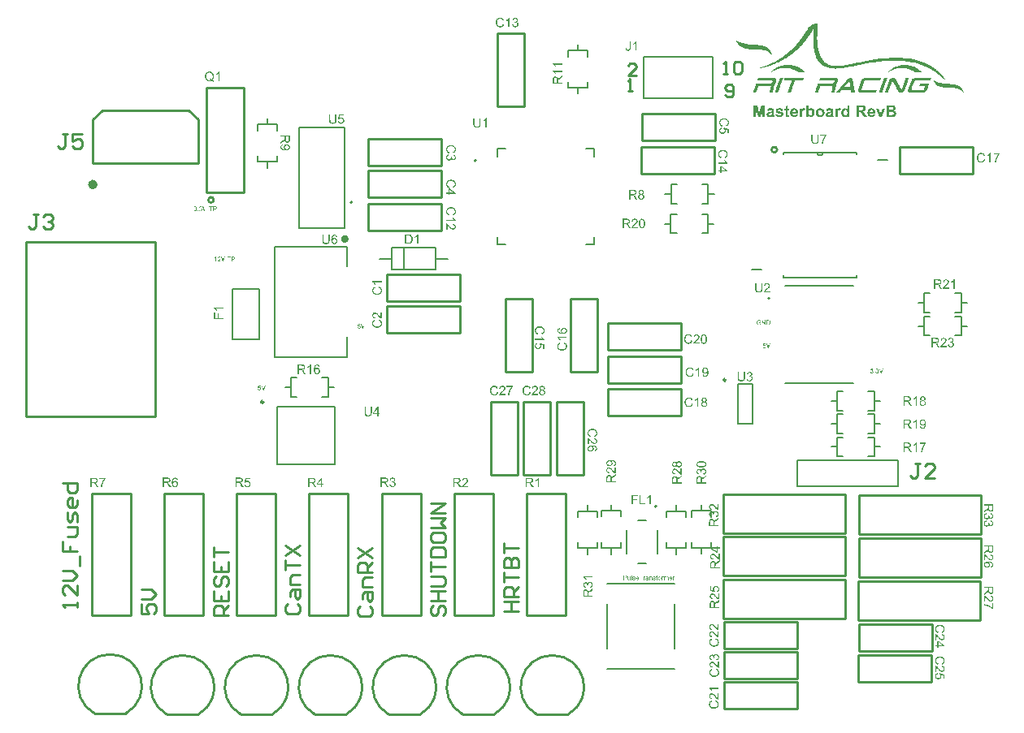
<source format=gto>
G04*
G04 #@! TF.GenerationSoftware,Altium Limited,Altium Designer,21.0.8 (223)*
G04*
G04 Layer_Color=65535*
%FSAX25Y25*%
%MOIN*%
G70*
G04*
G04 #@! TF.SameCoordinates,E9B5AFCA-11DB-46D5-B1A1-4708AB9E7353*
G04*
G04*
G04 #@! TF.FilePolarity,Positive*
G04*
G01*
G75*
%ADD10C,0.00787*%
%ADD11C,0.01575*%
%ADD12C,0.01000*%
%ADD13C,0.02362*%
%ADD14C,0.00984*%
%ADD15C,0.00600*%
%ADD16C,0.00500*%
G36*
X0402070Y0382836D02*
X0402221D01*
Y0382684D01*
X0402524D01*
Y0382533D01*
X0402826D01*
Y0382382D01*
X0403280D01*
Y0382231D01*
X0403583D01*
Y0382079D01*
X0404037D01*
Y0381928D01*
X0404642D01*
Y0381777D01*
X0405096D01*
Y0381625D01*
X0405852D01*
Y0381474D01*
X0406760D01*
Y0381323D01*
X0407970D01*
Y0381171D01*
X0410845D01*
Y0381020D01*
X0412055D01*
Y0380869D01*
X0412812D01*
Y0380718D01*
X0413266D01*
Y0380566D01*
X0413719D01*
Y0380415D01*
X0414022D01*
Y0380264D01*
X0414325D01*
Y0380113D01*
X0414627D01*
Y0379961D01*
X0414778D01*
Y0379810D01*
X0414930D01*
Y0379659D01*
X0415081D01*
Y0379507D01*
X0415232D01*
Y0379356D01*
X0415384D01*
Y0379205D01*
X0415535D01*
Y0379053D01*
X0415686D01*
Y0378902D01*
Y0378751D01*
X0415837D01*
Y0378600D01*
X0415989D01*
Y0378448D01*
Y0378297D01*
X0416140D01*
Y0378146D01*
Y0377994D01*
Y0377843D01*
X0416291D01*
Y0377692D01*
Y0377540D01*
X0416443D01*
Y0377389D01*
Y0377238D01*
Y0377087D01*
X0416594D01*
Y0376935D01*
X0416443D01*
Y0377087D01*
X0416140D01*
Y0377238D01*
X0415989D01*
Y0377389D01*
X0415837D01*
Y0377540D01*
X0415686D01*
Y0377692D01*
X0415535D01*
Y0377843D01*
X0415384D01*
Y0377994D01*
X0415232D01*
Y0378146D01*
X0415081D01*
Y0378297D01*
X0414778D01*
Y0378448D01*
X0414476D01*
Y0378600D01*
X0414173D01*
Y0378751D01*
X0413871D01*
Y0378902D01*
X0413266D01*
Y0379053D01*
X0412509D01*
Y0379205D01*
X0409937D01*
Y0379356D01*
X0407062D01*
Y0379507D01*
X0406003D01*
Y0379659D01*
X0405398D01*
Y0379810D01*
X0404793D01*
Y0379961D01*
X0404491D01*
Y0380113D01*
X0404188D01*
Y0380264D01*
X0403885D01*
Y0380415D01*
X0403583D01*
Y0380566D01*
X0403431D01*
Y0380718D01*
X0403280D01*
Y0380869D01*
X0403129D01*
Y0381020D01*
X0402978D01*
Y0381171D01*
X0402826D01*
Y0381323D01*
X0402675D01*
Y0381474D01*
X0402524D01*
Y0381625D01*
Y0381777D01*
X0402372D01*
Y0381928D01*
X0402221D01*
Y0382079D01*
Y0382231D01*
X0402070D01*
Y0382382D01*
Y0382533D01*
X0401918D01*
Y0382684D01*
Y0382836D01*
X0401767D01*
Y0382987D01*
X0402070D01*
Y0382836D01*
D02*
G37*
G36*
X0472573Y0372699D02*
X0473329D01*
Y0372548D01*
X0473934D01*
Y0372396D01*
X0474388D01*
Y0372245D01*
X0474691D01*
Y0372094D01*
X0475145D01*
Y0371943D01*
X0475447D01*
Y0371791D01*
X0475598D01*
Y0371640D01*
X0475901D01*
Y0371489D01*
X0476204D01*
Y0371337D01*
X0476355D01*
Y0371186D01*
X0476657D01*
Y0371035D01*
X0476809D01*
Y0370884D01*
X0476960D01*
Y0370732D01*
X0477263D01*
Y0370581D01*
X0477414D01*
Y0370430D01*
X0477565D01*
Y0370278D01*
X0477717D01*
Y0370127D01*
X0477868D01*
Y0369976D01*
X0478019D01*
Y0369825D01*
X0475296D01*
Y0369976D01*
X0474993D01*
Y0370127D01*
X0474842D01*
Y0370278D01*
X0474539D01*
Y0370430D01*
X0474237D01*
Y0370581D01*
X0473934D01*
Y0370732D01*
X0473632D01*
Y0370884D01*
X0473329D01*
Y0371035D01*
X0472875D01*
Y0371186D01*
X0472421D01*
Y0371337D01*
X0471967D01*
Y0371489D01*
X0471060D01*
Y0371640D01*
X0468336D01*
Y0371489D01*
X0467580D01*
Y0371337D01*
X0467126D01*
Y0371186D01*
X0466672D01*
Y0371035D01*
X0466218D01*
Y0370884D01*
X0465916D01*
Y0370732D01*
X0465613D01*
Y0370581D01*
X0465310D01*
Y0370430D01*
X0465008D01*
Y0370278D01*
X0464857D01*
Y0370127D01*
X0464554D01*
Y0369976D01*
X0464403D01*
Y0369825D01*
X0464100D01*
Y0369976D01*
X0464251D01*
Y0370127D01*
X0464403D01*
Y0370278D01*
X0464554D01*
Y0370430D01*
X0464705D01*
Y0370581D01*
X0464857D01*
Y0370732D01*
X0465008D01*
Y0370884D01*
X0465310D01*
Y0371035D01*
X0465462D01*
Y0371186D01*
X0465613D01*
Y0371337D01*
X0465916D01*
Y0371489D01*
X0466067D01*
Y0371640D01*
X0466369D01*
Y0371791D01*
X0466672D01*
Y0371943D01*
X0466975D01*
Y0372094D01*
X0467277D01*
Y0372245D01*
X0467731D01*
Y0372396D01*
X0468185D01*
Y0372548D01*
X0468639D01*
Y0372699D01*
X0469395D01*
Y0372850D01*
X0472573D01*
Y0372699D01*
D02*
G37*
G36*
X0424007Y0372850D02*
X0425066D01*
Y0372699D01*
X0425672D01*
Y0372548D01*
X0426125D01*
Y0372396D01*
X0426579D01*
Y0372245D01*
X0427033D01*
Y0372094D01*
X0427336D01*
Y0371943D01*
X0427638D01*
Y0371791D01*
X0427941D01*
Y0371640D01*
X0428092D01*
Y0371489D01*
X0428395D01*
Y0371337D01*
X0428546D01*
Y0371186D01*
X0428849D01*
Y0371035D01*
X0429000D01*
Y0370884D01*
X0429151D01*
Y0370732D01*
X0429454D01*
Y0370581D01*
X0429605D01*
Y0370430D01*
X0429756D01*
Y0370278D01*
X0429908D01*
Y0370127D01*
X0430059D01*
Y0369976D01*
X0430210D01*
Y0369825D01*
X0427336D01*
Y0369976D01*
X0427184D01*
Y0370127D01*
X0427033D01*
Y0370278D01*
X0426731D01*
Y0370430D01*
X0426428D01*
Y0370581D01*
X0426125D01*
Y0370732D01*
X0425823D01*
Y0370884D01*
X0425520D01*
Y0371035D01*
X0425066D01*
Y0371186D01*
X0424613D01*
Y0371337D01*
X0424159D01*
Y0371489D01*
X0423402D01*
Y0371640D01*
X0420225D01*
Y0371489D01*
X0419468D01*
Y0371337D01*
X0419015D01*
Y0371186D01*
X0418561D01*
Y0371035D01*
X0418107D01*
Y0370884D01*
X0417804D01*
Y0370732D01*
X0417502D01*
Y0370581D01*
X0417199D01*
Y0370430D01*
X0417048D01*
Y0370278D01*
X0416745D01*
Y0370127D01*
X0416594D01*
Y0369976D01*
X0416291D01*
Y0370127D01*
Y0370278D01*
X0416443D01*
Y0370430D01*
X0416745D01*
Y0370581D01*
X0416896D01*
Y0370732D01*
X0417048D01*
Y0370884D01*
X0417199D01*
Y0371035D01*
X0417350D01*
Y0371186D01*
X0417653D01*
Y0371337D01*
X0417804D01*
Y0371489D01*
X0418107D01*
Y0371640D01*
X0418258D01*
Y0371791D01*
X0418561D01*
Y0371943D01*
X0418863D01*
Y0372094D01*
X0419166D01*
Y0372245D01*
X0419620D01*
Y0372396D01*
X0420074D01*
Y0372548D01*
X0420528D01*
Y0372699D01*
X0421133D01*
Y0372850D01*
X0422192D01*
Y0373002D01*
X0424007D01*
Y0372850D01*
D02*
G37*
G36*
X0435354Y0389644D02*
Y0389493D01*
Y0389341D01*
Y0389190D01*
Y0389039D01*
Y0388888D01*
Y0388736D01*
Y0388585D01*
Y0388434D01*
Y0388282D01*
Y0388131D01*
Y0387980D01*
Y0387828D01*
X0435203D01*
Y0387677D01*
Y0387526D01*
Y0387375D01*
Y0387223D01*
Y0387072D01*
Y0386921D01*
Y0386769D01*
Y0386618D01*
Y0386467D01*
Y0386315D01*
Y0386164D01*
Y0386013D01*
Y0385862D01*
Y0385710D01*
Y0385559D01*
Y0385408D01*
Y0385256D01*
Y0385105D01*
Y0384954D01*
Y0384803D01*
Y0384651D01*
Y0384500D01*
X0435052D01*
Y0384349D01*
Y0384197D01*
Y0384046D01*
Y0383895D01*
Y0383744D01*
Y0383592D01*
Y0383441D01*
Y0383290D01*
Y0383138D01*
X0435203D01*
Y0382987D01*
Y0382836D01*
Y0382684D01*
Y0382533D01*
Y0382382D01*
Y0382231D01*
Y0382079D01*
Y0381928D01*
Y0381777D01*
Y0381625D01*
Y0381474D01*
Y0381323D01*
Y0381171D01*
Y0381020D01*
Y0380869D01*
Y0380718D01*
X0435354D01*
Y0380566D01*
Y0380415D01*
Y0380264D01*
Y0380113D01*
Y0379961D01*
Y0379810D01*
X0435506D01*
Y0379659D01*
Y0379507D01*
Y0379356D01*
Y0379205D01*
Y0379053D01*
X0435657D01*
Y0378902D01*
Y0378751D01*
Y0378600D01*
Y0378448D01*
X0435808D01*
Y0378297D01*
Y0378146D01*
Y0377994D01*
X0435959D01*
Y0377843D01*
Y0377692D01*
Y0377540D01*
X0436111D01*
Y0377389D01*
Y0377238D01*
Y0377087D01*
X0436262D01*
Y0376935D01*
Y0376784D01*
X0436413D01*
Y0376633D01*
Y0376481D01*
X0436565D01*
Y0376330D01*
Y0376179D01*
X0436716D01*
Y0376027D01*
Y0375876D01*
X0436867D01*
Y0375725D01*
Y0375574D01*
X0437019D01*
Y0375422D01*
X0437170D01*
Y0375271D01*
Y0375120D01*
X0437321D01*
Y0374969D01*
X0437472D01*
Y0374817D01*
Y0374666D01*
X0437624D01*
Y0374515D01*
X0437775D01*
Y0374363D01*
X0437926D01*
Y0374212D01*
X0438078D01*
Y0374061D01*
X0438229D01*
Y0373909D01*
X0438380D01*
Y0373758D01*
X0438531D01*
Y0373607D01*
X0438834D01*
Y0373456D01*
X0439137D01*
Y0373304D01*
X0439439D01*
Y0373153D01*
X0439742D01*
Y0373002D01*
X0440044D01*
Y0372850D01*
X0440650D01*
Y0372699D01*
X0441406D01*
Y0372548D01*
X0444886D01*
Y0372699D01*
X0446096D01*
Y0372850D01*
X0447155D01*
Y0373002D01*
X0447912D01*
Y0373153D01*
X0448819D01*
Y0373304D01*
X0449576D01*
Y0373456D01*
X0450332D01*
Y0373607D01*
X0451089D01*
Y0373758D01*
X0451694D01*
Y0373909D01*
X0452451D01*
Y0374061D01*
X0453207D01*
Y0374212D01*
X0453964D01*
Y0374363D01*
X0454720D01*
Y0374515D01*
X0455476D01*
Y0374666D01*
X0456384D01*
Y0374817D01*
X0457141D01*
Y0374969D01*
X0458048D01*
Y0375120D01*
X0458956D01*
Y0375271D01*
X0460015D01*
Y0375422D01*
X0461226D01*
Y0375574D01*
X0462739D01*
Y0375725D01*
X0464705D01*
Y0375876D01*
X0470152D01*
Y0375725D01*
X0471816D01*
Y0375574D01*
X0472875D01*
Y0375422D01*
X0473783D01*
Y0375271D01*
X0474539D01*
Y0375120D01*
X0475296D01*
Y0374969D01*
X0475901D01*
Y0374817D01*
X0476355D01*
Y0374666D01*
X0476960D01*
Y0374515D01*
X0477414D01*
Y0374363D01*
X0477868D01*
Y0374212D01*
X0478170D01*
Y0374061D01*
X0478624D01*
Y0373909D01*
X0479078D01*
Y0373758D01*
X0479381D01*
Y0373607D01*
X0479683D01*
Y0373456D01*
X0479986D01*
Y0373304D01*
X0480289D01*
Y0373153D01*
X0480591D01*
Y0373002D01*
X0480894D01*
Y0372850D01*
X0481196D01*
Y0372699D01*
X0481499D01*
Y0372548D01*
X0481802D01*
Y0372396D01*
X0481953D01*
Y0372245D01*
X0482255D01*
Y0372094D01*
X0482407D01*
Y0371943D01*
X0482709D01*
Y0371791D01*
X0482861D01*
Y0371640D01*
X0483163D01*
Y0371489D01*
X0483314D01*
Y0371337D01*
X0483466D01*
Y0371186D01*
X0483768D01*
Y0371035D01*
X0483920D01*
Y0370884D01*
X0484071D01*
Y0370732D01*
X0484222D01*
Y0370581D01*
X0484525D01*
Y0370430D01*
X0484676D01*
Y0370278D01*
X0484827D01*
Y0370127D01*
X0484979D01*
Y0369976D01*
X0485130D01*
Y0369825D01*
X0485281D01*
Y0369673D01*
X0485432D01*
Y0369522D01*
X0485584D01*
Y0369371D01*
X0485735D01*
Y0369219D01*
X0485886D01*
Y0369068D01*
X0486038D01*
Y0368917D01*
X0486189D01*
Y0368765D01*
Y0368614D01*
X0486340D01*
Y0368463D01*
X0486492D01*
Y0368312D01*
X0486643D01*
Y0368160D01*
X0486794D01*
Y0368009D01*
Y0367858D01*
X0486945D01*
Y0367706D01*
X0487097D01*
Y0367555D01*
X0487248D01*
Y0367404D01*
Y0367252D01*
X0487399D01*
Y0367101D01*
X0487551D01*
Y0366950D01*
Y0366799D01*
X0487702D01*
Y0366647D01*
X0487551D01*
Y0366799D01*
X0487399D01*
Y0366950D01*
X0487248D01*
Y0367101D01*
X0487097D01*
Y0367252D01*
X0486794D01*
Y0367404D01*
X0486643D01*
Y0367555D01*
X0486492D01*
Y0367706D01*
X0486340D01*
Y0367858D01*
X0486189D01*
Y0368009D01*
X0486038D01*
Y0368160D01*
X0485735D01*
Y0368312D01*
X0485584D01*
Y0368463D01*
X0485432D01*
Y0368614D01*
X0485281D01*
Y0368765D01*
X0485130D01*
Y0368917D01*
X0484827D01*
Y0369068D01*
X0484676D01*
Y0369219D01*
X0484525D01*
Y0369371D01*
X0484222D01*
Y0369522D01*
X0484071D01*
Y0369673D01*
X0483920D01*
Y0369825D01*
X0483617D01*
Y0369976D01*
X0483466D01*
Y0370127D01*
X0483163D01*
Y0370278D01*
X0483012D01*
Y0370430D01*
X0482709D01*
Y0370581D01*
X0482558D01*
Y0370732D01*
X0482255D01*
Y0370884D01*
X0481953D01*
Y0371035D01*
X0481802D01*
Y0371186D01*
X0481499D01*
Y0371337D01*
X0481196D01*
Y0371489D01*
X0480894D01*
Y0371640D01*
X0480591D01*
Y0371791D01*
X0480289D01*
Y0371943D01*
X0479986D01*
Y0372094D01*
X0479683D01*
Y0372245D01*
X0479381D01*
Y0372396D01*
X0478927D01*
Y0372548D01*
X0478624D01*
Y0372699D01*
X0478170D01*
Y0372850D01*
X0477868D01*
Y0373002D01*
X0477414D01*
Y0373153D01*
X0476960D01*
Y0373304D01*
X0476506D01*
Y0373456D01*
X0475901D01*
Y0373607D01*
X0475447D01*
Y0373758D01*
X0474842D01*
Y0373909D01*
X0474086D01*
Y0374061D01*
X0473329D01*
Y0374212D01*
X0472421D01*
Y0374363D01*
X0471362D01*
Y0374515D01*
X0470001D01*
Y0374666D01*
X0463344D01*
Y0374515D01*
X0461679D01*
Y0374363D01*
X0460318D01*
Y0374212D01*
X0459259D01*
Y0374061D01*
X0458200D01*
Y0373909D01*
X0457292D01*
Y0373758D01*
X0456384D01*
Y0373607D01*
X0455476D01*
Y0373456D01*
X0454720D01*
Y0373304D01*
X0453964D01*
Y0373153D01*
X0453207D01*
Y0373002D01*
X0452451D01*
Y0372850D01*
X0451694D01*
Y0372699D01*
X0450938D01*
Y0372548D01*
X0450181D01*
Y0372396D01*
X0449425D01*
Y0372245D01*
X0448668D01*
Y0372094D01*
X0447912D01*
Y0371943D01*
X0447004D01*
Y0371791D01*
X0446096D01*
Y0371640D01*
X0445037D01*
Y0371489D01*
X0443070D01*
Y0371337D01*
X0442314D01*
Y0371489D01*
X0440650D01*
Y0371640D01*
X0439893D01*
Y0371791D01*
X0439288D01*
Y0371943D01*
X0438834D01*
Y0372094D01*
X0438531D01*
Y0372245D01*
X0438078D01*
Y0372396D01*
X0437775D01*
Y0372548D01*
X0437624D01*
Y0372699D01*
X0437321D01*
Y0372850D01*
X0437170D01*
Y0373002D01*
X0436867D01*
Y0373153D01*
X0436716D01*
Y0373304D01*
X0436565D01*
Y0373456D01*
X0436413D01*
Y0373607D01*
X0436262D01*
Y0373758D01*
X0436111D01*
Y0373909D01*
X0435959D01*
Y0374061D01*
X0435808D01*
Y0374212D01*
X0435657D01*
Y0374363D01*
Y0374515D01*
X0435506D01*
Y0374666D01*
X0435354D01*
Y0374817D01*
Y0374969D01*
X0435203D01*
Y0375120D01*
Y0375271D01*
X0435052D01*
Y0375422D01*
X0434901D01*
Y0375574D01*
Y0375725D01*
X0434749D01*
Y0375876D01*
Y0376027D01*
Y0376179D01*
X0434598D01*
Y0376330D01*
Y0376481D01*
X0434447D01*
Y0376633D01*
Y0376784D01*
Y0376935D01*
X0434295D01*
Y0377087D01*
Y0377238D01*
Y0377389D01*
X0434144D01*
Y0377540D01*
Y0377692D01*
Y0377843D01*
Y0377994D01*
X0433993D01*
Y0378146D01*
Y0378297D01*
Y0378448D01*
Y0378600D01*
X0433841D01*
Y0378751D01*
Y0378902D01*
Y0379053D01*
Y0379205D01*
Y0379356D01*
Y0379507D01*
X0433690D01*
Y0379659D01*
Y0379810D01*
Y0379961D01*
Y0380113D01*
Y0380264D01*
Y0380415D01*
Y0380566D01*
Y0380718D01*
X0433539D01*
Y0380869D01*
Y0381020D01*
Y0381171D01*
Y0381323D01*
Y0381474D01*
Y0381625D01*
Y0381777D01*
Y0381928D01*
Y0382079D01*
Y0382231D01*
Y0382382D01*
Y0382533D01*
Y0382684D01*
Y0382836D01*
Y0382987D01*
Y0383138D01*
Y0383290D01*
Y0383441D01*
Y0383592D01*
Y0383744D01*
Y0383895D01*
Y0384046D01*
Y0384197D01*
Y0384349D01*
Y0384500D01*
Y0384651D01*
Y0384803D01*
Y0384954D01*
Y0385105D01*
Y0385256D01*
Y0385408D01*
Y0385559D01*
Y0385710D01*
Y0385862D01*
Y0386013D01*
Y0386164D01*
Y0386315D01*
Y0386467D01*
Y0386618D01*
Y0386769D01*
Y0386921D01*
Y0387072D01*
Y0387223D01*
Y0387375D01*
Y0387526D01*
X0433388D01*
Y0387375D01*
X0433236D01*
Y0387223D01*
Y0387072D01*
X0433085D01*
Y0386921D01*
Y0386769D01*
X0432934D01*
Y0386618D01*
Y0386467D01*
X0432782D01*
Y0386315D01*
X0432631D01*
Y0386164D01*
Y0386013D01*
X0432480D01*
Y0385862D01*
X0432329D01*
Y0385710D01*
Y0385559D01*
X0432177D01*
Y0385408D01*
Y0385256D01*
X0432026D01*
Y0385105D01*
X0431875D01*
Y0384954D01*
Y0384803D01*
X0431723D01*
Y0384651D01*
X0431572D01*
Y0384500D01*
X0431421D01*
Y0384349D01*
Y0384197D01*
X0431269D01*
Y0384046D01*
X0431118D01*
Y0383895D01*
Y0383744D01*
X0430967D01*
Y0383592D01*
X0430816D01*
Y0383441D01*
X0430664D01*
Y0383290D01*
Y0383138D01*
X0430513D01*
Y0382987D01*
X0430362D01*
Y0382836D01*
X0430210D01*
Y0382684D01*
X0430059D01*
Y0382533D01*
Y0382382D01*
X0429908D01*
Y0382231D01*
X0429756D01*
Y0382079D01*
X0429605D01*
Y0381928D01*
X0429454D01*
Y0381777D01*
X0429303D01*
Y0381625D01*
X0429151D01*
Y0381474D01*
Y0381323D01*
X0429000D01*
Y0381171D01*
X0428849D01*
Y0381020D01*
X0428697D01*
Y0380869D01*
X0428546D01*
Y0380718D01*
X0428395D01*
Y0380566D01*
X0428243D01*
Y0380415D01*
X0428092D01*
Y0380264D01*
X0427941D01*
Y0380113D01*
X0427790D01*
Y0379961D01*
X0427638D01*
Y0379810D01*
X0427487D01*
Y0379659D01*
X0427336D01*
Y0379507D01*
X0427184D01*
Y0379356D01*
X0427033D01*
Y0379205D01*
X0426882D01*
Y0379053D01*
X0426731D01*
Y0378902D01*
X0426428D01*
Y0378751D01*
X0426277D01*
Y0378600D01*
X0426125D01*
Y0378448D01*
X0425974D01*
Y0378297D01*
X0425823D01*
Y0378146D01*
X0425672D01*
Y0377994D01*
X0425369D01*
Y0377843D01*
X0425218D01*
Y0377692D01*
X0425066D01*
Y0377540D01*
X0424764D01*
Y0377389D01*
X0424613D01*
Y0377238D01*
X0424461D01*
Y0377087D01*
X0424159D01*
Y0376935D01*
X0424007D01*
Y0376784D01*
X0423856D01*
Y0376633D01*
X0423553D01*
Y0376481D01*
X0423402D01*
Y0376330D01*
X0423100D01*
Y0376179D01*
X0422948D01*
Y0376027D01*
X0422646D01*
Y0375876D01*
X0422494D01*
Y0375725D01*
X0422192D01*
Y0375574D01*
X0421889D01*
Y0375422D01*
X0421738D01*
Y0375271D01*
X0421435D01*
Y0375120D01*
X0421133D01*
Y0374969D01*
X0420830D01*
Y0374817D01*
X0420679D01*
Y0374666D01*
X0420376D01*
Y0374515D01*
X0420074D01*
Y0374363D01*
X0419771D01*
Y0374212D01*
X0419468D01*
Y0374061D01*
X0419166D01*
Y0373909D01*
X0418863D01*
Y0373758D01*
X0418409D01*
Y0373607D01*
X0418107D01*
Y0373456D01*
X0417804D01*
Y0373304D01*
X0417350D01*
Y0373153D01*
X0417048D01*
Y0373002D01*
X0416594D01*
Y0372850D01*
X0416291D01*
Y0372699D01*
X0415837D01*
Y0372548D01*
X0415384D01*
Y0372396D01*
X0414930D01*
Y0372245D01*
X0414325D01*
Y0372094D01*
X0413871D01*
Y0371943D01*
X0413266D01*
Y0371791D01*
X0412660D01*
Y0371640D01*
X0411904D01*
Y0371489D01*
X0411147D01*
Y0371640D01*
X0411601D01*
Y0371791D01*
X0412055D01*
Y0371943D01*
X0412509D01*
Y0372094D01*
X0412963D01*
Y0372245D01*
X0413417D01*
Y0372396D01*
X0413719D01*
Y0372548D01*
X0414173D01*
Y0372699D01*
X0414627D01*
Y0372850D01*
X0414930D01*
Y0373002D01*
X0415232D01*
Y0373153D01*
X0415686D01*
Y0373304D01*
X0415989D01*
Y0373456D01*
X0416291D01*
Y0373607D01*
X0416594D01*
Y0373758D01*
X0416896D01*
Y0373909D01*
X0417199D01*
Y0374061D01*
X0417502D01*
Y0374212D01*
X0417804D01*
Y0374363D01*
X0418107D01*
Y0374515D01*
X0418409D01*
Y0374666D01*
X0418561D01*
Y0374817D01*
X0418863D01*
Y0374969D01*
X0419166D01*
Y0375120D01*
X0419317D01*
Y0375271D01*
X0419620D01*
Y0375422D01*
X0419922D01*
Y0375574D01*
X0420074D01*
Y0375725D01*
X0420376D01*
Y0375876D01*
X0420528D01*
Y0376027D01*
X0420830D01*
Y0376179D01*
X0420982D01*
Y0376330D01*
X0421284D01*
Y0376481D01*
X0421435D01*
Y0376633D01*
X0421587D01*
Y0376784D01*
X0421889D01*
Y0376935D01*
X0422041D01*
Y0377087D01*
X0422192D01*
Y0377238D01*
X0422494D01*
Y0377389D01*
X0422646D01*
Y0377540D01*
X0422797D01*
Y0377692D01*
X0422948D01*
Y0377843D01*
X0423251D01*
Y0377994D01*
X0423402D01*
Y0378146D01*
X0423553D01*
Y0378297D01*
X0423705D01*
Y0378448D01*
X0423856D01*
Y0378600D01*
X0424007D01*
Y0378751D01*
X0424159D01*
Y0378902D01*
X0424310D01*
Y0379053D01*
X0424613D01*
Y0379205D01*
X0424764D01*
Y0379356D01*
X0424915D01*
Y0379507D01*
X0425066D01*
Y0379659D01*
X0425218D01*
Y0379810D01*
X0425369D01*
Y0379961D01*
X0425520D01*
Y0380113D01*
X0425672D01*
Y0380264D01*
X0425823D01*
Y0380415D01*
X0425974D01*
Y0380566D01*
Y0380718D01*
X0426125D01*
Y0380869D01*
X0426277D01*
Y0381020D01*
X0426428D01*
Y0381171D01*
X0426579D01*
Y0381323D01*
X0426731D01*
Y0381474D01*
X0426882D01*
Y0381625D01*
X0427033D01*
Y0381777D01*
X0427184D01*
Y0381928D01*
Y0382079D01*
X0427336D01*
Y0382231D01*
X0427487D01*
Y0382382D01*
X0427638D01*
Y0382533D01*
X0427790D01*
Y0382684D01*
Y0382836D01*
X0427941D01*
Y0382987D01*
X0428092D01*
Y0383138D01*
X0428243D01*
Y0383290D01*
Y0383441D01*
X0428395D01*
Y0383592D01*
X0428546D01*
Y0383744D01*
X0428697D01*
Y0383895D01*
Y0384046D01*
X0428849D01*
Y0384197D01*
X0429000D01*
Y0384349D01*
Y0384500D01*
X0429151D01*
Y0384651D01*
X0429303D01*
Y0384803D01*
X0429454D01*
Y0384954D01*
Y0385105D01*
X0429605D01*
Y0385256D01*
X0429756D01*
Y0385408D01*
Y0385559D01*
X0429908D01*
Y0385710D01*
X0430059D01*
Y0385862D01*
Y0386013D01*
X0430210D01*
Y0386164D01*
X0430362D01*
Y0386315D01*
Y0386467D01*
X0430513D01*
Y0386618D01*
X0430664D01*
Y0386769D01*
Y0386921D01*
X0430816D01*
Y0387072D01*
X0430967D01*
Y0387223D01*
Y0387375D01*
X0431118D01*
Y0387526D01*
Y0387677D01*
X0431269D01*
Y0387828D01*
X0431421D01*
Y0387980D01*
Y0388131D01*
X0431572D01*
Y0388282D01*
X0431723D01*
Y0388434D01*
X0431875D01*
Y0388585D01*
X0432026D01*
Y0388736D01*
X0432177D01*
Y0388888D01*
X0432329D01*
Y0389039D01*
X0432480D01*
Y0389190D01*
X0432782D01*
Y0389341D01*
X0433085D01*
Y0389493D01*
X0433388D01*
Y0389644D01*
X0433993D01*
Y0389795D01*
X0435354D01*
Y0389644D01*
D02*
G37*
G36*
X0472724Y0367404D02*
Y0367252D01*
X0472573D01*
Y0367101D01*
Y0366950D01*
Y0366799D01*
X0472421D01*
Y0366647D01*
Y0366496D01*
X0472270D01*
Y0366345D01*
Y0366194D01*
Y0366042D01*
X0472119D01*
Y0365891D01*
Y0365740D01*
Y0365588D01*
X0471967D01*
Y0365437D01*
Y0365286D01*
Y0365134D01*
X0471816D01*
Y0364983D01*
Y0364832D01*
Y0364681D01*
X0471665D01*
Y0364529D01*
Y0364378D01*
Y0364227D01*
X0471514D01*
Y0364075D01*
Y0363924D01*
X0471362D01*
Y0363773D01*
Y0363621D01*
Y0363470D01*
X0471211D01*
Y0363319D01*
Y0363168D01*
Y0363016D01*
X0471060D01*
Y0362865D01*
Y0362714D01*
Y0362562D01*
X0470908D01*
Y0362411D01*
Y0362260D01*
X0470757D01*
Y0362108D01*
X0470606D01*
Y0361957D01*
X0470455D01*
Y0361806D01*
X0470152D01*
Y0361655D01*
X0468639D01*
Y0361806D01*
X0468488D01*
Y0361957D01*
X0468336D01*
Y0362108D01*
Y0362260D01*
X0468185D01*
Y0362411D01*
Y0362562D01*
X0468034D01*
Y0362714D01*
Y0362865D01*
X0467882D01*
Y0363016D01*
X0467731D01*
Y0363168D01*
Y0363319D01*
X0467580D01*
Y0363470D01*
Y0363621D01*
X0467429D01*
Y0363773D01*
Y0363924D01*
X0467277D01*
Y0364075D01*
Y0364227D01*
X0467126D01*
Y0364378D01*
Y0364529D01*
X0466975D01*
Y0364681D01*
X0466823D01*
Y0364832D01*
Y0364983D01*
X0466672D01*
Y0365134D01*
Y0365286D01*
X0466521D01*
Y0365437D01*
Y0365588D01*
X0466369D01*
Y0365740D01*
Y0365891D01*
X0466218D01*
Y0366042D01*
X0466067D01*
Y0366194D01*
Y0366345D01*
X0465764D01*
Y0366194D01*
Y0366042D01*
Y0365891D01*
X0465613D01*
Y0365740D01*
Y0365588D01*
Y0365437D01*
X0465462D01*
Y0365286D01*
Y0365134D01*
Y0364983D01*
X0465310D01*
Y0364832D01*
Y0364681D01*
X0465159D01*
Y0364529D01*
Y0364378D01*
Y0364227D01*
X0465008D01*
Y0364075D01*
Y0363924D01*
Y0363773D01*
X0464857D01*
Y0363621D01*
X0465008D01*
Y0363470D01*
X0464857D01*
Y0363319D01*
X0464705D01*
Y0363168D01*
Y0363016D01*
Y0362865D01*
X0464554D01*
Y0362714D01*
Y0362562D01*
Y0362411D01*
X0464403D01*
Y0362260D01*
Y0362108D01*
X0464251D01*
Y0361957D01*
Y0361806D01*
Y0361655D01*
X0462890D01*
Y0361806D01*
X0463041D01*
Y0361957D01*
Y0362108D01*
Y0362260D01*
X0463192D01*
Y0362411D01*
Y0362562D01*
Y0362714D01*
X0463344D01*
Y0362865D01*
Y0363016D01*
Y0363168D01*
X0463495D01*
Y0363319D01*
Y0363470D01*
X0463646D01*
Y0363621D01*
Y0363773D01*
Y0363924D01*
X0463798D01*
Y0364075D01*
Y0364227D01*
Y0364378D01*
X0463949D01*
Y0364529D01*
Y0364681D01*
Y0364832D01*
X0464100D01*
Y0364983D01*
Y0365134D01*
Y0365286D01*
X0464251D01*
Y0365437D01*
Y0365588D01*
Y0365740D01*
X0464403D01*
Y0365891D01*
Y0366042D01*
X0464554D01*
Y0366194D01*
Y0366345D01*
Y0366496D01*
X0464705D01*
Y0366647D01*
Y0366799D01*
X0464857D01*
Y0366950D01*
Y0367101D01*
X0465008D01*
Y0367252D01*
X0465310D01*
Y0367404D01*
X0465613D01*
Y0367555D01*
X0466823D01*
Y0367404D01*
X0467126D01*
Y0367252D01*
X0467277D01*
Y0367101D01*
Y0366950D01*
X0467429D01*
Y0366799D01*
Y0366647D01*
X0467580D01*
Y0366496D01*
Y0366345D01*
X0467731D01*
Y0366194D01*
X0467882D01*
Y0366042D01*
Y0365891D01*
X0468034D01*
Y0365740D01*
Y0365588D01*
X0468185D01*
Y0365437D01*
Y0365286D01*
X0468336D01*
Y0365134D01*
Y0364983D01*
X0468488D01*
Y0364832D01*
Y0364681D01*
X0468639D01*
Y0364529D01*
X0468790D01*
Y0364378D01*
Y0364227D01*
X0468941D01*
Y0364075D01*
Y0363924D01*
X0469093D01*
Y0363773D01*
Y0363621D01*
X0469244D01*
Y0363470D01*
Y0363319D01*
X0469395D01*
Y0363168D01*
X0469547D01*
Y0363016D01*
Y0362865D01*
X0469849D01*
Y0363016D01*
Y0363168D01*
X0470001D01*
Y0363319D01*
Y0363470D01*
Y0363621D01*
X0470152D01*
Y0363773D01*
Y0363924D01*
Y0364075D01*
X0470303D01*
Y0364227D01*
Y0364378D01*
Y0364529D01*
X0470455D01*
Y0364681D01*
Y0364832D01*
Y0364983D01*
X0470606D01*
Y0365134D01*
Y0365286D01*
Y0365437D01*
X0470757D01*
Y0365588D01*
Y0365740D01*
X0470908D01*
Y0365891D01*
Y0366042D01*
Y0366194D01*
X0471060D01*
Y0366345D01*
Y0366496D01*
Y0366647D01*
X0471211D01*
Y0366799D01*
Y0366950D01*
Y0367101D01*
X0471362D01*
Y0367252D01*
Y0367404D01*
Y0367555D01*
X0472724D01*
Y0367404D01*
D02*
G37*
G36*
X0481802D02*
Y0367252D01*
Y0367101D01*
X0481650D01*
Y0366950D01*
Y0366799D01*
Y0366647D01*
X0481499D01*
Y0366496D01*
X0475145D01*
Y0366345D01*
X0474993D01*
Y0366194D01*
X0474842D01*
Y0366042D01*
Y0365891D01*
Y0365740D01*
X0474691D01*
Y0365588D01*
Y0365437D01*
Y0365286D01*
X0474539D01*
Y0365134D01*
Y0364983D01*
Y0364832D01*
X0474388D01*
Y0364681D01*
Y0364529D01*
Y0364378D01*
X0474237D01*
Y0364227D01*
Y0364075D01*
X0474086D01*
Y0363924D01*
Y0363773D01*
Y0363621D01*
X0473934D01*
Y0363470D01*
Y0363319D01*
Y0363168D01*
X0473783D01*
Y0363016D01*
Y0362865D01*
X0473934D01*
Y0362714D01*
X0478927D01*
Y0362865D01*
Y0363016D01*
X0479078D01*
Y0363168D01*
Y0363319D01*
Y0363470D01*
X0479229D01*
Y0363621D01*
Y0363773D01*
Y0363924D01*
X0479381D01*
Y0364075D01*
Y0364227D01*
X0476809D01*
Y0364378D01*
X0476960D01*
Y0364529D01*
Y0364681D01*
X0477111D01*
Y0364832D01*
Y0364983D01*
Y0365134D01*
X0477263D01*
Y0365286D01*
X0481045D01*
Y0365134D01*
Y0364983D01*
X0480894D01*
Y0364832D01*
Y0364681D01*
Y0364529D01*
X0480742D01*
Y0364378D01*
Y0364227D01*
Y0364075D01*
X0480591D01*
Y0363924D01*
Y0363773D01*
Y0363621D01*
X0480440D01*
Y0363470D01*
Y0363319D01*
X0480289D01*
Y0363168D01*
Y0363016D01*
Y0362865D01*
X0480137D01*
Y0362714D01*
Y0362562D01*
Y0362411D01*
X0479986D01*
Y0362260D01*
X0479835D01*
Y0362108D01*
X0479683D01*
Y0361957D01*
X0479532D01*
Y0361806D01*
X0479229D01*
Y0361655D01*
X0472573D01*
Y0361806D01*
X0472421D01*
Y0361957D01*
Y0362108D01*
X0472270D01*
Y0362260D01*
Y0362411D01*
X0472421D01*
Y0362562D01*
Y0362714D01*
Y0362865D01*
X0472573D01*
Y0363016D01*
Y0363168D01*
Y0363319D01*
X0472724D01*
Y0363470D01*
Y0363621D01*
Y0363773D01*
X0472875D01*
Y0363924D01*
Y0364075D01*
Y0364227D01*
X0473026D01*
Y0364378D01*
Y0364529D01*
Y0364681D01*
X0473178D01*
Y0364832D01*
Y0364983D01*
Y0365134D01*
X0473329D01*
Y0365286D01*
Y0365437D01*
X0473480D01*
Y0365588D01*
Y0365740D01*
Y0365891D01*
X0473632D01*
Y0366042D01*
Y0366194D01*
Y0366345D01*
X0473783D01*
Y0366496D01*
Y0366647D01*
Y0366799D01*
X0473934D01*
Y0366950D01*
X0474086D01*
Y0367101D01*
X0474237D01*
Y0367252D01*
X0474388D01*
Y0367404D01*
X0474842D01*
Y0367555D01*
X0481802D01*
Y0367404D01*
D02*
G37*
G36*
X0463798D02*
Y0367252D01*
X0463646D01*
Y0367101D01*
Y0366950D01*
Y0366799D01*
X0463495D01*
Y0366647D01*
Y0366496D01*
Y0366345D01*
X0463344D01*
Y0366194D01*
Y0366042D01*
X0463192D01*
Y0365891D01*
Y0365740D01*
Y0365588D01*
X0463041D01*
Y0365437D01*
Y0365286D01*
Y0365134D01*
X0462890D01*
Y0364983D01*
Y0364832D01*
Y0364681D01*
X0462739D01*
Y0364529D01*
Y0364378D01*
Y0364227D01*
X0462587D01*
Y0364075D01*
Y0363924D01*
Y0363773D01*
X0462436D01*
Y0363621D01*
Y0363470D01*
X0462285D01*
Y0363319D01*
Y0363168D01*
Y0363016D01*
X0462133D01*
Y0362865D01*
Y0362714D01*
Y0362562D01*
X0461982D01*
Y0362411D01*
Y0362260D01*
Y0362108D01*
X0461831D01*
Y0361957D01*
Y0361806D01*
Y0361655D01*
X0460469D01*
Y0361806D01*
Y0361957D01*
X0460620D01*
Y0362108D01*
Y0362260D01*
Y0362411D01*
X0460772D01*
Y0362562D01*
Y0362714D01*
X0460923D01*
Y0362865D01*
Y0363016D01*
Y0363168D01*
X0461074D01*
Y0363319D01*
Y0363470D01*
Y0363621D01*
X0461226D01*
Y0363773D01*
Y0363924D01*
Y0364075D01*
X0461377D01*
Y0364227D01*
Y0364378D01*
Y0364529D01*
X0461528D01*
Y0364681D01*
Y0364832D01*
Y0364983D01*
X0461679D01*
Y0365134D01*
Y0365286D01*
X0461831D01*
Y0365437D01*
Y0365588D01*
Y0365740D01*
X0461982D01*
Y0365891D01*
Y0366042D01*
Y0366194D01*
X0462133D01*
Y0366345D01*
Y0366496D01*
Y0366647D01*
X0462285D01*
Y0366799D01*
Y0366950D01*
Y0367101D01*
X0462436D01*
Y0367252D01*
Y0367404D01*
Y0367555D01*
X0463798D01*
Y0367404D01*
D02*
G37*
G36*
X0461377D02*
X0461226D01*
Y0367252D01*
Y0367101D01*
Y0366950D01*
X0461074D01*
Y0366799D01*
Y0366647D01*
Y0366496D01*
X0454720D01*
Y0366345D01*
X0454417D01*
Y0366194D01*
Y0366042D01*
Y0365891D01*
X0454266D01*
Y0365740D01*
Y0365588D01*
X0454115D01*
Y0365437D01*
Y0365286D01*
Y0365134D01*
X0453964D01*
Y0364983D01*
Y0364832D01*
Y0364681D01*
X0453812D01*
Y0364529D01*
Y0364378D01*
Y0364227D01*
X0453661D01*
Y0364075D01*
Y0363924D01*
Y0363773D01*
X0453510D01*
Y0363621D01*
Y0363470D01*
Y0363319D01*
X0453358D01*
Y0363168D01*
Y0363016D01*
Y0362865D01*
Y0362714D01*
X0459561D01*
Y0362562D01*
Y0362411D01*
Y0362260D01*
X0459410D01*
Y0362108D01*
Y0361957D01*
Y0361806D01*
X0459259D01*
Y0361655D01*
X0452148D01*
Y0361806D01*
X0451997D01*
Y0361957D01*
X0451845D01*
Y0362108D01*
Y0362260D01*
Y0362411D01*
Y0362562D01*
Y0362714D01*
X0451997D01*
Y0362865D01*
Y0363016D01*
Y0363168D01*
X0452148D01*
Y0363319D01*
Y0363470D01*
Y0363621D01*
X0452299D01*
Y0363773D01*
Y0363924D01*
Y0364075D01*
X0452451D01*
Y0364227D01*
Y0364378D01*
Y0364529D01*
X0452602D01*
Y0364681D01*
Y0364832D01*
X0452753D01*
Y0364983D01*
Y0365134D01*
Y0365286D01*
X0452904D01*
Y0365437D01*
Y0365588D01*
Y0365740D01*
X0453056D01*
Y0365891D01*
Y0366042D01*
Y0366194D01*
X0453207D01*
Y0366345D01*
Y0366496D01*
Y0366647D01*
X0453358D01*
Y0366799D01*
Y0366950D01*
X0453510D01*
Y0367101D01*
X0453661D01*
Y0367252D01*
X0453964D01*
Y0367404D01*
X0454266D01*
Y0367555D01*
X0461377D01*
Y0367404D01*
D02*
G37*
G36*
X0449425D02*
X0449576D01*
Y0367252D01*
Y0367101D01*
Y0366950D01*
X0449727D01*
Y0366799D01*
Y0366647D01*
Y0366496D01*
Y0366345D01*
Y0366194D01*
X0449879D01*
Y0366042D01*
Y0365891D01*
Y0365740D01*
Y0365588D01*
Y0365437D01*
Y0365286D01*
X0450030D01*
Y0365134D01*
Y0364983D01*
Y0364832D01*
Y0364681D01*
Y0364529D01*
Y0364378D01*
X0450181D01*
Y0364227D01*
Y0364075D01*
Y0363924D01*
Y0363773D01*
Y0363621D01*
X0450332D01*
Y0363470D01*
Y0363319D01*
Y0363168D01*
Y0363016D01*
Y0362865D01*
Y0362714D01*
X0450484D01*
Y0362562D01*
Y0362411D01*
Y0362260D01*
Y0362108D01*
Y0361957D01*
Y0361806D01*
X0450635D01*
Y0361655D01*
X0448971D01*
Y0361806D01*
Y0361957D01*
Y0362108D01*
Y0362260D01*
Y0362411D01*
Y0362562D01*
Y0362714D01*
X0445188D01*
Y0362562D01*
X0445037D01*
Y0362411D01*
Y0362260D01*
X0444886D01*
Y0362108D01*
X0444734D01*
Y0361957D01*
X0444583D01*
Y0361806D01*
X0444432D01*
Y0361655D01*
X0442919D01*
Y0361806D01*
X0443070D01*
Y0361957D01*
X0443222D01*
Y0362108D01*
X0443373D01*
Y0362260D01*
X0443524D01*
Y0362411D01*
X0443676D01*
Y0362562D01*
Y0362714D01*
X0443827D01*
Y0362865D01*
X0443978D01*
Y0363016D01*
X0444129D01*
Y0363168D01*
X0444281D01*
Y0363319D01*
X0444432D01*
Y0363470D01*
X0444583D01*
Y0363621D01*
X0444734D01*
Y0363773D01*
Y0363924D01*
X0444886D01*
Y0364075D01*
X0445037D01*
Y0364227D01*
X0445188D01*
Y0364378D01*
X0445340D01*
Y0364529D01*
X0445491D01*
Y0364681D01*
X0445642D01*
Y0364832D01*
X0445794D01*
Y0364983D01*
Y0365134D01*
X0445945D01*
Y0365286D01*
X0446096D01*
Y0365437D01*
X0446247D01*
Y0365588D01*
X0446399D01*
Y0365740D01*
X0446550D01*
Y0365891D01*
X0446701D01*
Y0366042D01*
X0446853D01*
Y0366194D01*
Y0366345D01*
X0447004D01*
Y0366496D01*
X0447155D01*
Y0366647D01*
X0447306D01*
Y0366799D01*
X0447458D01*
Y0366950D01*
X0447609D01*
Y0367101D01*
X0447760D01*
Y0367252D01*
X0447912D01*
Y0367404D01*
X0448214D01*
Y0367555D01*
X0449425D01*
Y0367404D01*
D02*
G37*
G36*
X0443373D02*
X0443524D01*
Y0367252D01*
X0443676D01*
Y0367101D01*
Y0366950D01*
Y0366799D01*
Y0366647D01*
Y0366496D01*
X0443524D01*
Y0366345D01*
Y0366194D01*
Y0366042D01*
X0443373D01*
Y0365891D01*
Y0365740D01*
Y0365588D01*
X0443222D01*
Y0365437D01*
Y0365286D01*
Y0365134D01*
X0443070D01*
Y0364983D01*
X0442919D01*
Y0364832D01*
X0442768D01*
Y0364681D01*
Y0364529D01*
Y0364378D01*
Y0364227D01*
Y0364075D01*
Y0363924D01*
Y0363773D01*
X0442616D01*
Y0363621D01*
Y0363470D01*
Y0363319D01*
Y0363168D01*
X0442465D01*
Y0363016D01*
Y0362865D01*
Y0362714D01*
Y0362562D01*
Y0362411D01*
X0442314D01*
Y0362260D01*
Y0362108D01*
Y0361957D01*
Y0361806D01*
X0442163D01*
Y0361655D01*
X0440952D01*
Y0361806D01*
Y0361957D01*
Y0362108D01*
X0441104D01*
Y0362260D01*
Y0362411D01*
Y0362562D01*
Y0362714D01*
X0441255D01*
Y0362865D01*
Y0363016D01*
Y0363168D01*
Y0363319D01*
Y0363470D01*
X0441406D01*
Y0363621D01*
Y0363773D01*
Y0363924D01*
Y0364075D01*
Y0364227D01*
X0436262D01*
Y0364075D01*
Y0363924D01*
Y0363773D01*
X0436111D01*
Y0363621D01*
Y0363470D01*
Y0363319D01*
X0435959D01*
Y0363168D01*
Y0363016D01*
Y0362865D01*
X0435808D01*
Y0362714D01*
Y0362562D01*
X0435657D01*
Y0362411D01*
Y0362260D01*
Y0362108D01*
X0435506D01*
Y0361957D01*
Y0361806D01*
Y0361655D01*
X0434144D01*
Y0361806D01*
X0434295D01*
Y0361957D01*
Y0362108D01*
Y0362260D01*
X0434447D01*
Y0362411D01*
Y0362562D01*
Y0362714D01*
X0434598D01*
Y0362865D01*
Y0363016D01*
Y0363168D01*
X0434749D01*
Y0363319D01*
Y0363470D01*
Y0363621D01*
X0434901D01*
Y0363773D01*
Y0363924D01*
Y0364075D01*
X0435052D01*
Y0364227D01*
Y0364378D01*
X0435203D01*
Y0364529D01*
Y0364681D01*
Y0364832D01*
X0435354D01*
Y0364983D01*
Y0365134D01*
Y0365286D01*
X0441709D01*
Y0365437D01*
X0441860D01*
Y0365588D01*
X0442011D01*
Y0365740D01*
Y0365891D01*
X0442163D01*
Y0366042D01*
Y0366194D01*
Y0366345D01*
Y0366496D01*
X0435808D01*
Y0366647D01*
X0435959D01*
Y0366799D01*
Y0366950D01*
X0436111D01*
Y0367101D01*
Y0367252D01*
Y0367404D01*
X0436262D01*
Y0367555D01*
X0443373D01*
Y0367404D01*
D02*
G37*
G36*
X0429605D02*
X0429454D01*
Y0367252D01*
Y0367101D01*
Y0366950D01*
X0429303D01*
Y0366799D01*
Y0366647D01*
Y0366496D01*
X0425974D01*
Y0366345D01*
X0425823D01*
Y0366194D01*
Y0366042D01*
Y0365891D01*
X0425672D01*
Y0365740D01*
Y0365588D01*
Y0365437D01*
X0425520D01*
Y0365286D01*
Y0365134D01*
Y0364983D01*
X0425369D01*
Y0364832D01*
Y0364681D01*
Y0364529D01*
X0425218D01*
Y0364378D01*
Y0364227D01*
Y0364075D01*
X0425066D01*
Y0363924D01*
Y0363773D01*
X0424915D01*
Y0363621D01*
Y0363470D01*
Y0363319D01*
X0424764D01*
Y0363168D01*
Y0363016D01*
Y0362865D01*
X0424613D01*
Y0362714D01*
Y0362562D01*
Y0362411D01*
X0424461D01*
Y0362260D01*
Y0362108D01*
Y0361957D01*
X0424310D01*
Y0361806D01*
Y0361655D01*
X0422948D01*
Y0361806D01*
X0423100D01*
Y0361957D01*
Y0362108D01*
Y0362260D01*
X0423251D01*
Y0362411D01*
Y0362562D01*
Y0362714D01*
X0423402D01*
Y0362865D01*
Y0363016D01*
X0423553D01*
Y0363168D01*
Y0363319D01*
Y0363470D01*
X0423705D01*
Y0363621D01*
Y0363773D01*
Y0363924D01*
X0423856D01*
Y0364075D01*
Y0364227D01*
Y0364378D01*
X0424007D01*
Y0364529D01*
Y0364681D01*
Y0364832D01*
X0424159D01*
Y0364983D01*
Y0365134D01*
Y0365286D01*
X0424310D01*
Y0365437D01*
Y0365588D01*
X0424461D01*
Y0365740D01*
Y0365891D01*
Y0366042D01*
X0424613D01*
Y0366194D01*
Y0366345D01*
Y0366496D01*
X0421435D01*
Y0366647D01*
X0421587D01*
Y0366799D01*
Y0366950D01*
Y0367101D01*
X0421738D01*
Y0367252D01*
Y0367404D01*
Y0367555D01*
X0429605D01*
Y0367404D01*
D02*
G37*
G36*
X0421133D02*
X0420982D01*
Y0367252D01*
Y0367101D01*
Y0366950D01*
X0420830D01*
Y0366799D01*
Y0366647D01*
Y0366496D01*
X0420679D01*
Y0366345D01*
Y0366194D01*
X0420528D01*
Y0366042D01*
Y0365891D01*
Y0365740D01*
X0420376D01*
Y0365588D01*
Y0365437D01*
Y0365286D01*
X0420225D01*
Y0365134D01*
Y0364983D01*
Y0364832D01*
X0420074D01*
Y0364681D01*
Y0364529D01*
Y0364378D01*
X0419922D01*
Y0364227D01*
Y0364075D01*
Y0363924D01*
X0419771D01*
Y0363773D01*
Y0363621D01*
X0419620D01*
Y0363470D01*
Y0363319D01*
Y0363168D01*
X0419468D01*
Y0363016D01*
Y0362865D01*
Y0362714D01*
X0419317D01*
Y0362562D01*
Y0362411D01*
Y0362260D01*
X0419166D01*
Y0362108D01*
Y0361957D01*
Y0361806D01*
X0419015D01*
Y0361655D01*
X0417804D01*
Y0361806D01*
Y0361957D01*
Y0362108D01*
X0417956D01*
Y0362260D01*
Y0362411D01*
Y0362562D01*
X0418107D01*
Y0362714D01*
Y0362865D01*
X0418258D01*
Y0363016D01*
Y0363168D01*
Y0363319D01*
X0418409D01*
Y0363470D01*
Y0363621D01*
Y0363773D01*
X0418561D01*
Y0363924D01*
Y0364075D01*
Y0364227D01*
X0418712D01*
Y0364378D01*
Y0364529D01*
Y0364681D01*
X0418863D01*
Y0364832D01*
Y0364983D01*
Y0365134D01*
X0419015D01*
Y0365286D01*
Y0365437D01*
X0419166D01*
Y0365588D01*
Y0365740D01*
Y0365891D01*
X0419317D01*
Y0366042D01*
Y0366194D01*
Y0366345D01*
X0419468D01*
Y0366496D01*
Y0366647D01*
Y0366799D01*
X0419620D01*
Y0366950D01*
Y0367101D01*
Y0367252D01*
X0419771D01*
Y0367404D01*
Y0367555D01*
X0421133D01*
Y0367404D01*
D02*
G37*
G36*
X0417956D02*
X0418258D01*
Y0367252D01*
Y0367101D01*
X0418409D01*
Y0366950D01*
Y0366799D01*
Y0366647D01*
X0418258D01*
Y0366496D01*
Y0366345D01*
Y0366194D01*
X0418107D01*
Y0366042D01*
Y0365891D01*
Y0365740D01*
X0417956D01*
Y0365588D01*
Y0365437D01*
Y0365286D01*
X0417804D01*
Y0365134D01*
Y0364983D01*
X0417653D01*
Y0364832D01*
X0417502D01*
Y0364681D01*
X0417350D01*
Y0364529D01*
X0417502D01*
Y0364378D01*
Y0364227D01*
Y0364075D01*
X0417350D01*
Y0363924D01*
Y0363773D01*
Y0363621D01*
Y0363470D01*
X0417199D01*
Y0363319D01*
Y0363168D01*
Y0363016D01*
Y0362865D01*
Y0362714D01*
X0417048D01*
Y0362562D01*
Y0362411D01*
Y0362260D01*
Y0362108D01*
Y0361957D01*
X0416896D01*
Y0361806D01*
Y0361655D01*
X0415686D01*
Y0361806D01*
Y0361957D01*
Y0362108D01*
Y0362260D01*
Y0362411D01*
X0415837D01*
Y0362562D01*
Y0362714D01*
Y0362865D01*
Y0363016D01*
X0415989D01*
Y0363168D01*
Y0363319D01*
Y0363470D01*
Y0363621D01*
Y0363773D01*
X0416140D01*
Y0363924D01*
Y0364075D01*
X0415989D01*
Y0364227D01*
X0410996D01*
Y0364075D01*
Y0363924D01*
X0410845D01*
Y0363773D01*
Y0363621D01*
Y0363470D01*
X0410694D01*
Y0363319D01*
Y0363168D01*
X0410542D01*
Y0363016D01*
Y0362865D01*
Y0362714D01*
X0410391D01*
Y0362562D01*
Y0362411D01*
Y0362260D01*
X0410240D01*
Y0362108D01*
Y0361957D01*
Y0361806D01*
X0410088D01*
Y0361655D01*
X0408878D01*
Y0361806D01*
Y0361957D01*
Y0362108D01*
X0409029D01*
Y0362260D01*
Y0362411D01*
X0409180D01*
Y0362562D01*
Y0362714D01*
Y0362865D01*
X0409332D01*
Y0363016D01*
Y0363168D01*
Y0363319D01*
X0409483D01*
Y0363470D01*
Y0363621D01*
Y0363773D01*
X0409634D01*
Y0363924D01*
Y0364075D01*
Y0364227D01*
X0409786D01*
Y0364378D01*
Y0364529D01*
Y0364681D01*
X0409937D01*
Y0364832D01*
Y0364983D01*
X0410088D01*
Y0365134D01*
Y0365286D01*
X0416291D01*
Y0365437D01*
X0416594D01*
Y0365588D01*
X0416745D01*
Y0365740D01*
Y0365891D01*
Y0366042D01*
X0416896D01*
Y0366194D01*
Y0366345D01*
X0416745D01*
Y0366496D01*
X0410542D01*
Y0366647D01*
Y0366799D01*
X0410694D01*
Y0366950D01*
Y0367101D01*
Y0367252D01*
X0410845D01*
Y0367404D01*
Y0367555D01*
X0417956D01*
Y0367404D01*
D02*
G37*
G36*
X0482861Y0366496D02*
X0483163D01*
Y0366345D01*
X0483466D01*
Y0366194D01*
X0483768D01*
Y0366042D01*
X0484071D01*
Y0365891D01*
X0484525D01*
Y0365740D01*
X0484979D01*
Y0365588D01*
X0485584D01*
Y0365437D01*
X0486340D01*
Y0365286D01*
X0487248D01*
Y0365134D01*
X0489669D01*
Y0364983D01*
X0491182D01*
Y0364832D01*
X0491938D01*
Y0364681D01*
X0492543D01*
Y0364529D01*
X0492846D01*
Y0364378D01*
X0493149D01*
Y0364227D01*
X0493451D01*
Y0364075D01*
X0493602D01*
Y0363924D01*
X0493905D01*
Y0363773D01*
X0494056D01*
Y0363621D01*
X0494208D01*
Y0363470D01*
Y0363319D01*
X0494359D01*
Y0363168D01*
X0494510D01*
Y0363016D01*
Y0362865D01*
X0494661D01*
Y0362714D01*
Y0362562D01*
X0494813D01*
Y0362411D01*
Y0362260D01*
X0494964D01*
Y0362108D01*
Y0361957D01*
Y0361806D01*
X0495115D01*
Y0361655D01*
Y0361503D01*
X0494964D01*
Y0361655D01*
X0494813D01*
Y0361806D01*
X0494661D01*
Y0361957D01*
X0494510D01*
Y0362108D01*
X0494359D01*
Y0362260D01*
X0494208D01*
Y0362411D01*
X0494056D01*
Y0362562D01*
X0493754D01*
Y0362714D01*
X0493602D01*
Y0362865D01*
X0493300D01*
Y0363016D01*
X0492846D01*
Y0363168D01*
X0492392D01*
Y0363319D01*
X0491484D01*
Y0363470D01*
X0488004D01*
Y0363621D01*
X0486492D01*
Y0363773D01*
X0485886D01*
Y0363924D01*
X0485281D01*
Y0364075D01*
X0484979D01*
Y0364227D01*
X0484676D01*
Y0364378D01*
X0484374D01*
Y0364529D01*
X0484071D01*
Y0364681D01*
X0483920D01*
Y0364832D01*
X0483768D01*
Y0364983D01*
X0483617D01*
Y0365134D01*
X0483466D01*
Y0365286D01*
Y0365437D01*
X0483314D01*
Y0365588D01*
X0483163D01*
Y0365740D01*
Y0365891D01*
X0483012D01*
Y0366042D01*
Y0366194D01*
X0482861D01*
Y0366345D01*
Y0366496D01*
X0482709D01*
Y0366647D01*
X0482861D01*
Y0366496D01*
D02*
G37*
G36*
X0448385Y0351576D02*
X0447531D01*
Y0352083D01*
X0447524Y0352069D01*
X0447496Y0352034D01*
X0447448Y0351979D01*
X0447385Y0351916D01*
X0447316Y0351847D01*
X0447226Y0351771D01*
X0447128Y0351701D01*
X0447024Y0351639D01*
X0447010Y0351632D01*
X0446976Y0351618D01*
X0446913Y0351597D01*
X0446844Y0351569D01*
X0446754Y0351542D01*
X0446650Y0351521D01*
X0446545Y0351507D01*
X0446434Y0351500D01*
X0446379D01*
X0446337Y0351507D01*
X0446282Y0351514D01*
X0446226Y0351528D01*
X0446157Y0351542D01*
X0446080Y0351562D01*
X0446004Y0351583D01*
X0445921Y0351618D01*
X0445837Y0351653D01*
X0445747Y0351701D01*
X0445664Y0351757D01*
X0445574Y0351819D01*
X0445491Y0351896D01*
X0445407Y0351979D01*
X0445400Y0351986D01*
X0445386Y0352000D01*
X0445366Y0352027D01*
X0445345Y0352069D01*
X0445310Y0352118D01*
X0445275Y0352180D01*
X0445234Y0352250D01*
X0445199Y0352333D01*
X0445157Y0352423D01*
X0445116Y0352520D01*
X0445081Y0352631D01*
X0445053Y0352749D01*
X0445025Y0352881D01*
X0445005Y0353020D01*
X0444991Y0353166D01*
X0444984Y0353325D01*
Y0353332D01*
Y0353367D01*
Y0353409D01*
X0444991Y0353471D01*
X0444998Y0353547D01*
X0445005Y0353631D01*
X0445019Y0353728D01*
X0445033Y0353825D01*
X0445081Y0354047D01*
X0445116Y0354158D01*
X0445157Y0354269D01*
X0445206Y0354380D01*
X0445261Y0354484D01*
X0445324Y0354581D01*
X0445393Y0354672D01*
X0445400Y0354679D01*
X0445414Y0354692D01*
X0445435Y0354713D01*
X0445470Y0354748D01*
X0445511Y0354783D01*
X0445560Y0354817D01*
X0445615Y0354859D01*
X0445685Y0354907D01*
X0445754Y0354949D01*
X0445837Y0354991D01*
X0446011Y0355067D01*
X0446115Y0355095D01*
X0446219Y0355116D01*
X0446330Y0355130D01*
X0446448Y0355137D01*
X0446504D01*
X0446545Y0355130D01*
X0446594Y0355123D01*
X0446656Y0355109D01*
X0446719Y0355095D01*
X0446795Y0355074D01*
X0446872Y0355053D01*
X0446955Y0355019D01*
X0447038Y0354977D01*
X0447121Y0354935D01*
X0447212Y0354873D01*
X0447295Y0354810D01*
X0447378Y0354734D01*
X0447462Y0354651D01*
Y0356379D01*
X0448385D01*
Y0351576D01*
D02*
G37*
G36*
X0444297Y0355130D02*
X0444373Y0355116D01*
X0444470Y0355095D01*
X0444574Y0355060D01*
X0444678Y0355019D01*
X0444790Y0354956D01*
X0444498Y0354158D01*
X0444491Y0354165D01*
X0444456Y0354179D01*
X0444415Y0354207D01*
X0444359Y0354234D01*
X0444290Y0354262D01*
X0444220Y0354290D01*
X0444144Y0354304D01*
X0444068Y0354311D01*
X0444040D01*
X0443998Y0354304D01*
X0443957Y0354297D01*
X0443908Y0354283D01*
X0443853Y0354262D01*
X0443797Y0354234D01*
X0443742Y0354200D01*
X0443735Y0354193D01*
X0443721Y0354179D01*
X0443693Y0354151D01*
X0443665Y0354109D01*
X0443631Y0354061D01*
X0443596Y0353992D01*
X0443561Y0353908D01*
X0443533Y0353811D01*
Y0353797D01*
X0443527Y0353776D01*
X0443520Y0353755D01*
Y0353721D01*
X0443513Y0353679D01*
X0443506Y0353624D01*
X0443499Y0353561D01*
X0443492Y0353492D01*
X0443485Y0353402D01*
X0443478Y0353311D01*
Y0353200D01*
X0443471Y0353082D01*
X0443464Y0352951D01*
Y0352805D01*
Y0352645D01*
Y0351576D01*
X0442541D01*
Y0355060D01*
X0443395D01*
Y0354568D01*
X0443402Y0354574D01*
X0443429Y0354616D01*
X0443471Y0354679D01*
X0443527Y0354755D01*
X0443582Y0354831D01*
X0443651Y0354907D01*
X0443714Y0354977D01*
X0443783Y0355026D01*
X0443790Y0355032D01*
X0443811Y0355046D01*
X0443853Y0355060D01*
X0443901Y0355081D01*
X0443957Y0355102D01*
X0444026Y0355123D01*
X0444096Y0355130D01*
X0444179Y0355137D01*
X0444234D01*
X0444297Y0355130D01*
D02*
G37*
G36*
X0429751D02*
X0429827Y0355116D01*
X0429924Y0355095D01*
X0430028Y0355060D01*
X0430132Y0355019D01*
X0430243Y0354956D01*
X0429952Y0354158D01*
X0429945Y0354165D01*
X0429910Y0354179D01*
X0429869Y0354207D01*
X0429813Y0354234D01*
X0429744Y0354262D01*
X0429674Y0354290D01*
X0429598Y0354304D01*
X0429522Y0354311D01*
X0429494D01*
X0429452Y0354304D01*
X0429411Y0354297D01*
X0429362Y0354283D01*
X0429306Y0354262D01*
X0429251Y0354234D01*
X0429195Y0354200D01*
X0429188Y0354193D01*
X0429175Y0354179D01*
X0429147Y0354151D01*
X0429119Y0354109D01*
X0429084Y0354061D01*
X0429050Y0353992D01*
X0429015Y0353908D01*
X0428987Y0353811D01*
Y0353797D01*
X0428980Y0353776D01*
X0428973Y0353755D01*
Y0353721D01*
X0428966Y0353679D01*
X0428959Y0353624D01*
X0428953Y0353561D01*
X0428946Y0353492D01*
X0428939Y0353402D01*
X0428932Y0353311D01*
Y0353200D01*
X0428925Y0353082D01*
X0428918Y0352951D01*
Y0352805D01*
Y0352645D01*
Y0351576D01*
X0427995D01*
Y0355060D01*
X0428848D01*
Y0354568D01*
X0428855Y0354574D01*
X0428883Y0354616D01*
X0428925Y0354679D01*
X0428980Y0354755D01*
X0429036Y0354831D01*
X0429105Y0354907D01*
X0429168Y0354977D01*
X0429237Y0355026D01*
X0429244Y0355032D01*
X0429265Y0355046D01*
X0429306Y0355060D01*
X0429355Y0355081D01*
X0429411Y0355102D01*
X0429480Y0355123D01*
X0429549Y0355130D01*
X0429633Y0355137D01*
X0429688D01*
X0429751Y0355130D01*
D02*
G37*
G36*
X0419771D02*
X0419840Y0355123D01*
X0419917Y0355116D01*
X0420000Y0355109D01*
X0420173Y0355081D01*
X0420347Y0355039D01*
X0420513Y0354977D01*
X0420590Y0354942D01*
X0420659Y0354901D01*
X0420666D01*
X0420673Y0354887D01*
X0420715Y0354859D01*
X0420777Y0354803D01*
X0420847Y0354727D01*
X0420930Y0354637D01*
X0421006Y0354519D01*
X0421082Y0354380D01*
X0421138Y0354221D01*
X0420271Y0354061D01*
Y0354068D01*
X0420257Y0354096D01*
X0420243Y0354130D01*
X0420222Y0354172D01*
X0420194Y0354227D01*
X0420153Y0354276D01*
X0420111Y0354325D01*
X0420055Y0354366D01*
X0420049Y0354373D01*
X0420028Y0354387D01*
X0419993Y0354401D01*
X0419944Y0354422D01*
X0419882Y0354443D01*
X0419806Y0354463D01*
X0419715Y0354470D01*
X0419611Y0354477D01*
X0419549D01*
X0419486Y0354470D01*
X0419410Y0354463D01*
X0419320Y0354450D01*
X0419237Y0354436D01*
X0419160Y0354408D01*
X0419091Y0354373D01*
X0419084D01*
X0419077Y0354359D01*
X0419042Y0354325D01*
X0419000Y0354262D01*
X0418994Y0354227D01*
X0418987Y0354186D01*
Y0354179D01*
Y0354172D01*
X0419000Y0354130D01*
X0419028Y0354075D01*
X0419049Y0354047D01*
X0419077Y0354019D01*
X0419084Y0354012D01*
X0419112Y0354005D01*
X0419126Y0353992D01*
X0419153Y0353984D01*
X0419188Y0353971D01*
X0419230Y0353950D01*
X0419285Y0353936D01*
X0419341Y0353915D01*
X0419410Y0353894D01*
X0419493Y0353873D01*
X0419584Y0353846D01*
X0419688Y0353818D01*
X0419806Y0353790D01*
X0419937Y0353755D01*
X0419944D01*
X0419972Y0353749D01*
X0420007Y0353742D01*
X0420055Y0353728D01*
X0420118Y0353707D01*
X0420187Y0353693D01*
X0420340Y0353644D01*
X0420513Y0353582D01*
X0420680Y0353513D01*
X0420763Y0353471D01*
X0420840Y0353436D01*
X0420902Y0353388D01*
X0420965Y0353346D01*
X0420978Y0353332D01*
X0421013Y0353304D01*
X0421055Y0353249D01*
X0421110Y0353172D01*
X0421166Y0353075D01*
X0421208Y0352957D01*
X0421242Y0352819D01*
X0421256Y0352666D01*
Y0352659D01*
Y0352645D01*
Y0352617D01*
X0421249Y0352583D01*
X0421242Y0352548D01*
X0421235Y0352499D01*
X0421208Y0352381D01*
X0421159Y0352256D01*
X0421124Y0352187D01*
X0421090Y0352118D01*
X0421041Y0352048D01*
X0420985Y0351979D01*
X0420923Y0351909D01*
X0420854Y0351840D01*
X0420847Y0351833D01*
X0420833Y0351826D01*
X0420812Y0351812D01*
X0420777Y0351784D01*
X0420736Y0351764D01*
X0420687Y0351736D01*
X0420624Y0351701D01*
X0420555Y0351674D01*
X0420479Y0351639D01*
X0420389Y0351611D01*
X0420291Y0351576D01*
X0420187Y0351555D01*
X0420069Y0351535D01*
X0419944Y0351514D01*
X0419812Y0351507D01*
X0419674Y0351500D01*
X0419604D01*
X0419556Y0351507D01*
X0419493D01*
X0419424Y0351514D01*
X0419347Y0351521D01*
X0419264Y0351535D01*
X0419084Y0351569D01*
X0418896Y0351618D01*
X0418709Y0351687D01*
X0418626Y0351736D01*
X0418542Y0351784D01*
X0418536Y0351792D01*
X0418522Y0351798D01*
X0418501Y0351812D01*
X0418480Y0351840D01*
X0418404Y0351903D01*
X0418320Y0351993D01*
X0418230Y0352104D01*
X0418147Y0352236D01*
X0418071Y0352395D01*
X0418008Y0352569D01*
X0418931Y0352708D01*
Y0352694D01*
X0418945Y0352666D01*
X0418959Y0352617D01*
X0418980Y0352555D01*
X0419014Y0352485D01*
X0419056Y0352423D01*
X0419105Y0352354D01*
X0419167Y0352298D01*
X0419174Y0352291D01*
X0419202Y0352277D01*
X0419243Y0352256D01*
X0419299Y0352236D01*
X0419368Y0352208D01*
X0419459Y0352187D01*
X0419556Y0352173D01*
X0419674Y0352166D01*
X0419729D01*
X0419799Y0352173D01*
X0419875Y0352180D01*
X0419958Y0352194D01*
X0420049Y0352222D01*
X0420132Y0352250D01*
X0420208Y0352291D01*
X0420215Y0352298D01*
X0420229Y0352312D01*
X0420250Y0352333D01*
X0420271Y0352361D01*
X0420291Y0352395D01*
X0420312Y0352437D01*
X0420326Y0352485D01*
X0420333Y0352541D01*
Y0352548D01*
Y0352562D01*
X0420326Y0352604D01*
X0420305Y0352659D01*
X0420264Y0352714D01*
X0420250Y0352728D01*
X0420229Y0352735D01*
X0420201Y0352756D01*
X0420159Y0352770D01*
X0420104Y0352791D01*
X0420042Y0352812D01*
X0419958Y0352833D01*
X0419944D01*
X0419910Y0352846D01*
X0419854Y0352860D01*
X0419778Y0352874D01*
X0419688Y0352895D01*
X0419590Y0352923D01*
X0419479Y0352951D01*
X0419361Y0352985D01*
X0419118Y0353055D01*
X0419000Y0353089D01*
X0418890Y0353131D01*
X0418785Y0353166D01*
X0418688Y0353207D01*
X0418605Y0353249D01*
X0418542Y0353284D01*
X0418536Y0353291D01*
X0418522Y0353297D01*
X0418508Y0353311D01*
X0418480Y0353339D01*
X0418411Y0353402D01*
X0418341Y0353492D01*
X0418265Y0353603D01*
X0418195Y0353735D01*
X0418168Y0353811D01*
X0418154Y0353894D01*
X0418140Y0353978D01*
X0418133Y0354068D01*
Y0354075D01*
Y0354089D01*
Y0354109D01*
X0418140Y0354144D01*
X0418147Y0354179D01*
X0418154Y0354227D01*
X0418175Y0354331D01*
X0418216Y0354450D01*
X0418286Y0354574D01*
X0418320Y0354644D01*
X0418369Y0354706D01*
X0418425Y0354769D01*
X0418487Y0354824D01*
X0418494Y0354831D01*
X0418501Y0354838D01*
X0418522Y0354852D01*
X0418556Y0354873D01*
X0418591Y0354894D01*
X0418640Y0354921D01*
X0418695Y0354949D01*
X0418758Y0354984D01*
X0418834Y0355012D01*
X0418917Y0355039D01*
X0419007Y0355067D01*
X0419105Y0355088D01*
X0419216Y0355109D01*
X0419334Y0355123D01*
X0419459Y0355137D01*
X0419715D01*
X0419771Y0355130D01*
D02*
G37*
G36*
X0413622Y0351576D02*
X0412727D01*
X0412720Y0355352D01*
X0411776Y0351576D01*
X0410839D01*
X0409895Y0355352D01*
Y0351576D01*
X0409000D01*
Y0356379D01*
X0410451D01*
X0411311Y0353096D01*
X0412165Y0356379D01*
X0413622D01*
Y0351576D01*
D02*
G37*
G36*
X0461515D02*
X0460682D01*
X0459280Y0355060D01*
X0460245D01*
X0460904Y0353277D01*
X0461092Y0352687D01*
X0461099Y0352694D01*
X0461105Y0352721D01*
X0461119Y0352763D01*
X0461133Y0352805D01*
X0461168Y0352909D01*
X0461182Y0352951D01*
X0461189Y0352985D01*
Y0352992D01*
X0461196Y0353013D01*
X0461203Y0353041D01*
X0461217Y0353075D01*
X0461244Y0353172D01*
X0461286Y0353277D01*
X0461952Y0355060D01*
X0462896D01*
X0461515Y0351576D01*
D02*
G37*
G36*
X0465714Y0356372D02*
X0465852Y0356365D01*
X0465991Y0356358D01*
X0466123Y0356344D01*
X0466241Y0356330D01*
X0466255D01*
X0466290Y0356323D01*
X0466338Y0356309D01*
X0466408Y0356289D01*
X0466484Y0356261D01*
X0466567Y0356226D01*
X0466657Y0356185D01*
X0466741Y0356129D01*
X0466748Y0356122D01*
X0466776Y0356101D01*
X0466817Y0356066D01*
X0466873Y0356025D01*
X0466928Y0355962D01*
X0466991Y0355893D01*
X0467053Y0355817D01*
X0467109Y0355727D01*
X0467116Y0355713D01*
X0467129Y0355685D01*
X0467157Y0355629D01*
X0467185Y0355560D01*
X0467213Y0355477D01*
X0467240Y0355386D01*
X0467254Y0355275D01*
X0467261Y0355164D01*
Y0355157D01*
Y0355150D01*
Y0355109D01*
X0467254Y0355046D01*
X0467240Y0354963D01*
X0467213Y0354866D01*
X0467185Y0354762D01*
X0467136Y0354658D01*
X0467074Y0354547D01*
X0467067Y0354533D01*
X0467039Y0354498D01*
X0466998Y0354450D01*
X0466949Y0354387D01*
X0466880Y0354325D01*
X0466796Y0354248D01*
X0466699Y0354186D01*
X0466588Y0354123D01*
X0466595D01*
X0466609Y0354116D01*
X0466630Y0354109D01*
X0466657Y0354102D01*
X0466741Y0354068D01*
X0466838Y0354019D01*
X0466942Y0353964D01*
X0467060Y0353887D01*
X0467164Y0353797D01*
X0467261Y0353686D01*
X0467268Y0353672D01*
X0467296Y0353631D01*
X0467338Y0353568D01*
X0467379Y0353485D01*
X0467421Y0353374D01*
X0467463Y0353256D01*
X0467490Y0353117D01*
X0467497Y0352964D01*
Y0352957D01*
Y0352951D01*
Y0352909D01*
X0467490Y0352846D01*
X0467476Y0352763D01*
X0467463Y0352666D01*
X0467435Y0352555D01*
X0467393Y0352444D01*
X0467345Y0352326D01*
X0467338Y0352312D01*
X0467317Y0352277D01*
X0467282Y0352222D01*
X0467234Y0352152D01*
X0467178Y0352069D01*
X0467102Y0351993D01*
X0467025Y0351909D01*
X0466928Y0351833D01*
X0466914Y0351826D01*
X0466880Y0351805D01*
X0466824Y0351771D01*
X0466748Y0351736D01*
X0466651Y0351694D01*
X0466539Y0351660D01*
X0466415Y0351625D01*
X0466276Y0351604D01*
X0466248D01*
X0466220Y0351597D01*
X0466151D01*
X0466102Y0351590D01*
X0465971D01*
X0465887Y0351583D01*
X0465679D01*
X0465561Y0351576D01*
X0463479D01*
Y0356379D01*
X0465589D01*
X0465714Y0356372D01*
D02*
G37*
G36*
X0453395D02*
X0453472D01*
X0453548Y0356365D01*
X0453638D01*
X0453819Y0356344D01*
X0454006Y0356323D01*
X0454179Y0356289D01*
X0454256Y0356268D01*
X0454325Y0356247D01*
X0454332D01*
X0454339Y0356240D01*
X0454381Y0356219D01*
X0454443Y0356185D01*
X0454526Y0356143D01*
X0454617Y0356073D01*
X0454707Y0355997D01*
X0454797Y0355900D01*
X0454880Y0355782D01*
Y0355775D01*
X0454887Y0355768D01*
X0454901Y0355747D01*
X0454915Y0355727D01*
X0454950Y0355657D01*
X0454991Y0355567D01*
X0455026Y0355456D01*
X0455061Y0355331D01*
X0455089Y0355185D01*
X0455095Y0355032D01*
Y0355026D01*
Y0355012D01*
Y0354977D01*
X0455089Y0354942D01*
Y0354894D01*
X0455082Y0354845D01*
X0455054Y0354720D01*
X0455019Y0354574D01*
X0454964Y0354429D01*
X0454880Y0354276D01*
X0454832Y0354207D01*
X0454776Y0354137D01*
X0454769Y0354130D01*
X0454762Y0354123D01*
X0454741Y0354102D01*
X0454714Y0354082D01*
X0454686Y0354054D01*
X0454644Y0354019D01*
X0454596Y0353984D01*
X0454540Y0353950D01*
X0454478Y0353908D01*
X0454401Y0353873D01*
X0454325Y0353839D01*
X0454242Y0353804D01*
X0454145Y0353769D01*
X0454047Y0353742D01*
X0453943Y0353714D01*
X0453826Y0353693D01*
X0453832D01*
X0453839Y0353686D01*
X0453881Y0353658D01*
X0453936Y0353624D01*
X0454006Y0353575D01*
X0454089Y0353513D01*
X0454173Y0353450D01*
X0454263Y0353374D01*
X0454339Y0353291D01*
X0454346Y0353284D01*
X0454381Y0353249D01*
X0454422Y0353193D01*
X0454485Y0353110D01*
X0454568Y0353006D01*
X0454610Y0352937D01*
X0454658Y0352867D01*
X0454714Y0352791D01*
X0454769Y0352708D01*
X0454832Y0352610D01*
X0454894Y0352513D01*
X0455484Y0351576D01*
X0454318D01*
X0453624Y0352617D01*
X0453617Y0352624D01*
X0453610Y0352645D01*
X0453589Y0352673D01*
X0453562Y0352708D01*
X0453534Y0352749D01*
X0453499Y0352805D01*
X0453423Y0352916D01*
X0453333Y0353041D01*
X0453249Y0353152D01*
X0453173Y0353256D01*
X0453138Y0353291D01*
X0453111Y0353325D01*
X0453104Y0353332D01*
X0453090Y0353346D01*
X0453062Y0353374D01*
X0453027Y0353409D01*
X0452979Y0353436D01*
X0452930Y0353471D01*
X0452875Y0353499D01*
X0452819Y0353526D01*
X0452812D01*
X0452791Y0353533D01*
X0452757Y0353547D01*
X0452701Y0353554D01*
X0452632Y0353568D01*
X0452549Y0353575D01*
X0452451Y0353582D01*
X0452139D01*
Y0351576D01*
X0451167D01*
Y0356379D01*
X0453333D01*
X0453395Y0356372D01*
D02*
G37*
G36*
X0440355Y0355130D02*
X0440410D01*
X0440549Y0355116D01*
X0440695Y0355102D01*
X0440848Y0355074D01*
X0440993Y0355032D01*
X0441056Y0355012D01*
X0441118Y0354984D01*
X0441125D01*
X0441132Y0354977D01*
X0441167Y0354956D01*
X0441222Y0354928D01*
X0441285Y0354887D01*
X0441361Y0354831D01*
X0441431Y0354769D01*
X0441493Y0354692D01*
X0441549Y0354616D01*
X0441556Y0354602D01*
X0441569Y0354574D01*
X0441590Y0354512D01*
X0441597Y0354477D01*
X0441611Y0354429D01*
X0441625Y0354380D01*
X0441632Y0354318D01*
X0441646Y0354248D01*
X0441653Y0354172D01*
X0441660Y0354089D01*
X0441667Y0353998D01*
X0441674Y0353901D01*
Y0353790D01*
X0441660Y0352714D01*
Y0352708D01*
Y0352694D01*
Y0352673D01*
Y0352638D01*
Y0352555D01*
X0441667Y0352458D01*
Y0352347D01*
X0441680Y0352236D01*
X0441687Y0352125D01*
X0441701Y0352034D01*
Y0352027D01*
X0441708Y0352000D01*
X0441722Y0351951D01*
X0441736Y0351896D01*
X0441764Y0351826D01*
X0441791Y0351750D01*
X0441826Y0351667D01*
X0441868Y0351576D01*
X0440959D01*
Y0351583D01*
X0440952Y0351590D01*
X0440945Y0351618D01*
X0440931Y0351646D01*
X0440917Y0351680D01*
X0440903Y0351729D01*
X0440889Y0351784D01*
X0440869Y0351847D01*
Y0351854D01*
X0440862Y0351861D01*
X0440855Y0351889D01*
X0440841Y0351923D01*
X0440834Y0351951D01*
X0440820Y0351944D01*
X0440792Y0351916D01*
X0440744Y0351875D01*
X0440681Y0351826D01*
X0440605Y0351771D01*
X0440521Y0351708D01*
X0440424Y0351660D01*
X0440327Y0351611D01*
X0440313Y0351604D01*
X0440279Y0351597D01*
X0440223Y0351576D01*
X0440154Y0351555D01*
X0440070Y0351535D01*
X0439973Y0351521D01*
X0439862Y0351507D01*
X0439751Y0351500D01*
X0439703D01*
X0439661Y0351507D01*
X0439619D01*
X0439564Y0351514D01*
X0439446Y0351535D01*
X0439307Y0351569D01*
X0439168Y0351618D01*
X0439029Y0351687D01*
X0438904Y0351784D01*
Y0351792D01*
X0438891Y0351798D01*
X0438856Y0351840D01*
X0438807Y0351903D01*
X0438752Y0351986D01*
X0438696Y0352090D01*
X0438648Y0352215D01*
X0438613Y0352361D01*
X0438606Y0352437D01*
X0438599Y0352520D01*
Y0352534D01*
Y0352569D01*
X0438606Y0352624D01*
X0438620Y0352694D01*
X0438634Y0352777D01*
X0438655Y0352860D01*
X0438689Y0352951D01*
X0438738Y0353041D01*
X0438745Y0353055D01*
X0438766Y0353082D01*
X0438793Y0353124D01*
X0438842Y0353172D01*
X0438891Y0353228D01*
X0438960Y0353291D01*
X0439036Y0353346D01*
X0439126Y0353395D01*
X0439140Y0353402D01*
X0439175Y0353415D01*
X0439231Y0353436D01*
X0439314Y0353471D01*
X0439418Y0353506D01*
X0439543Y0353540D01*
X0439696Y0353575D01*
X0439862Y0353610D01*
X0439869D01*
X0439890Y0353617D01*
X0439925Y0353624D01*
X0439966Y0353631D01*
X0440022Y0353638D01*
X0440084Y0353651D01*
X0440223Y0353686D01*
X0440369Y0353721D01*
X0440521Y0353755D01*
X0440653Y0353797D01*
X0440716Y0353818D01*
X0440764Y0353839D01*
Y0353929D01*
Y0353943D01*
Y0353971D01*
X0440757Y0354019D01*
X0440751Y0354082D01*
X0440730Y0354144D01*
X0440709Y0354207D01*
X0440674Y0354262D01*
X0440626Y0354311D01*
X0440619Y0354318D01*
X0440598Y0354331D01*
X0440563Y0354345D01*
X0440515Y0354373D01*
X0440445Y0354394D01*
X0440362Y0354408D01*
X0440258Y0354422D01*
X0440133Y0354429D01*
X0440091D01*
X0440050Y0354422D01*
X0439994Y0354415D01*
X0439932Y0354401D01*
X0439862Y0354387D01*
X0439800Y0354359D01*
X0439744Y0354325D01*
X0439737Y0354318D01*
X0439723Y0354304D01*
X0439696Y0354283D01*
X0439668Y0354248D01*
X0439626Y0354200D01*
X0439592Y0354137D01*
X0439557Y0354068D01*
X0439522Y0353984D01*
X0438696Y0354137D01*
Y0354144D01*
X0438703Y0354158D01*
X0438710Y0354186D01*
X0438724Y0354221D01*
X0438738Y0354262D01*
X0438759Y0354311D01*
X0438807Y0354422D01*
X0438877Y0354540D01*
X0438960Y0354665D01*
X0439057Y0354783D01*
X0439175Y0354887D01*
X0439182D01*
X0439189Y0354901D01*
X0439210Y0354907D01*
X0439238Y0354928D01*
X0439279Y0354942D01*
X0439321Y0354963D01*
X0439376Y0354991D01*
X0439432Y0355012D01*
X0439501Y0355032D01*
X0439578Y0355060D01*
X0439661Y0355081D01*
X0439758Y0355095D01*
X0439855Y0355116D01*
X0439966Y0355123D01*
X0440077Y0355137D01*
X0440306D01*
X0440355Y0355130D01*
D02*
G37*
G36*
X0416107D02*
X0416162D01*
X0416301Y0355116D01*
X0416447Y0355102D01*
X0416599Y0355074D01*
X0416745Y0355032D01*
X0416808Y0355012D01*
X0416870Y0354984D01*
X0416877D01*
X0416884Y0354977D01*
X0416919Y0354956D01*
X0416974Y0354928D01*
X0417036Y0354887D01*
X0417113Y0354831D01*
X0417182Y0354769D01*
X0417245Y0354692D01*
X0417300Y0354616D01*
X0417307Y0354602D01*
X0417321Y0354574D01*
X0417342Y0354512D01*
X0417349Y0354477D01*
X0417363Y0354429D01*
X0417377Y0354380D01*
X0417383Y0354318D01*
X0417397Y0354248D01*
X0417404Y0354172D01*
X0417411Y0354089D01*
X0417418Y0353998D01*
X0417425Y0353901D01*
Y0353790D01*
X0417411Y0352714D01*
Y0352708D01*
Y0352694D01*
Y0352673D01*
Y0352638D01*
Y0352555D01*
X0417418Y0352458D01*
Y0352347D01*
X0417432Y0352236D01*
X0417439Y0352125D01*
X0417453Y0352034D01*
Y0352027D01*
X0417460Y0352000D01*
X0417474Y0351951D01*
X0417488Y0351896D01*
X0417515Y0351826D01*
X0417543Y0351750D01*
X0417578Y0351667D01*
X0417620Y0351576D01*
X0416710D01*
Y0351583D01*
X0416703Y0351590D01*
X0416697Y0351618D01*
X0416683Y0351646D01*
X0416669Y0351680D01*
X0416655Y0351729D01*
X0416641Y0351784D01*
X0416620Y0351847D01*
Y0351854D01*
X0416613Y0351861D01*
X0416606Y0351889D01*
X0416592Y0351923D01*
X0416585Y0351951D01*
X0416572Y0351944D01*
X0416544Y0351916D01*
X0416495Y0351875D01*
X0416433Y0351826D01*
X0416356Y0351771D01*
X0416273Y0351708D01*
X0416176Y0351660D01*
X0416079Y0351611D01*
X0416065Y0351604D01*
X0416030Y0351597D01*
X0415975Y0351576D01*
X0415905Y0351555D01*
X0415822Y0351535D01*
X0415725Y0351521D01*
X0415614Y0351507D01*
X0415503Y0351500D01*
X0415454D01*
X0415413Y0351507D01*
X0415371D01*
X0415315Y0351514D01*
X0415197Y0351535D01*
X0415059Y0351569D01*
X0414920Y0351618D01*
X0414781Y0351687D01*
X0414656Y0351784D01*
Y0351792D01*
X0414642Y0351798D01*
X0414607Y0351840D01*
X0414559Y0351903D01*
X0414503Y0351986D01*
X0414448Y0352090D01*
X0414399Y0352215D01*
X0414365Y0352361D01*
X0414358Y0352437D01*
X0414351Y0352520D01*
Y0352534D01*
Y0352569D01*
X0414358Y0352624D01*
X0414372Y0352694D01*
X0414385Y0352777D01*
X0414406Y0352860D01*
X0414441Y0352951D01*
X0414490Y0353041D01*
X0414497Y0353055D01*
X0414517Y0353082D01*
X0414545Y0353124D01*
X0414594Y0353172D01*
X0414642Y0353228D01*
X0414712Y0353291D01*
X0414788Y0353346D01*
X0414878Y0353395D01*
X0414892Y0353402D01*
X0414927Y0353415D01*
X0414982Y0353436D01*
X0415066Y0353471D01*
X0415170Y0353506D01*
X0415295Y0353540D01*
X0415447Y0353575D01*
X0415614Y0353610D01*
X0415621D01*
X0415642Y0353617D01*
X0415676Y0353624D01*
X0415718Y0353631D01*
X0415773Y0353638D01*
X0415836Y0353651D01*
X0415975Y0353686D01*
X0416120Y0353721D01*
X0416273Y0353755D01*
X0416405Y0353797D01*
X0416467Y0353818D01*
X0416516Y0353839D01*
Y0353929D01*
Y0353943D01*
Y0353971D01*
X0416509Y0354019D01*
X0416502Y0354082D01*
X0416481Y0354144D01*
X0416461Y0354207D01*
X0416426Y0354262D01*
X0416377Y0354311D01*
X0416370Y0354318D01*
X0416350Y0354331D01*
X0416315Y0354345D01*
X0416266Y0354373D01*
X0416197Y0354394D01*
X0416114Y0354408D01*
X0416009Y0354422D01*
X0415884Y0354429D01*
X0415843D01*
X0415801Y0354422D01*
X0415746Y0354415D01*
X0415683Y0354401D01*
X0415614Y0354387D01*
X0415551Y0354359D01*
X0415496Y0354325D01*
X0415489Y0354318D01*
X0415475Y0354304D01*
X0415447Y0354283D01*
X0415419Y0354248D01*
X0415378Y0354200D01*
X0415343Y0354137D01*
X0415309Y0354068D01*
X0415274Y0353984D01*
X0414448Y0354137D01*
Y0354144D01*
X0414455Y0354158D01*
X0414462Y0354186D01*
X0414476Y0354221D01*
X0414490Y0354262D01*
X0414510Y0354311D01*
X0414559Y0354422D01*
X0414628Y0354540D01*
X0414712Y0354665D01*
X0414809Y0354783D01*
X0414927Y0354887D01*
X0414934D01*
X0414941Y0354901D01*
X0414961Y0354907D01*
X0414989Y0354928D01*
X0415031Y0354942D01*
X0415072Y0354963D01*
X0415128Y0354991D01*
X0415183Y0355012D01*
X0415253Y0355032D01*
X0415329Y0355060D01*
X0415413Y0355081D01*
X0415510Y0355095D01*
X0415607Y0355116D01*
X0415718Y0355123D01*
X0415829Y0355137D01*
X0416058D01*
X0416107Y0355130D01*
D02*
G37*
G36*
X0457455D02*
X0457517Y0355123D01*
X0457594Y0355109D01*
X0457677Y0355095D01*
X0457767Y0355074D01*
X0457865Y0355046D01*
X0457962Y0355012D01*
X0458066Y0354970D01*
X0458170Y0354914D01*
X0458267Y0354859D01*
X0458364Y0354790D01*
X0458461Y0354706D01*
X0458545Y0354616D01*
X0458552Y0354609D01*
X0458566Y0354595D01*
X0458586Y0354560D01*
X0458614Y0354519D01*
X0458649Y0354463D01*
X0458683Y0354401D01*
X0458725Y0354318D01*
X0458767Y0354227D01*
X0458808Y0354123D01*
X0458850Y0354005D01*
X0458885Y0353880D01*
X0458919Y0353735D01*
X0458947Y0353582D01*
X0458968Y0353415D01*
X0458982Y0353242D01*
Y0353048D01*
X0456678D01*
Y0353041D01*
Y0353027D01*
Y0353006D01*
X0456685Y0352978D01*
X0456692Y0352909D01*
X0456706Y0352812D01*
X0456733Y0352714D01*
X0456775Y0352604D01*
X0456823Y0352499D01*
X0456893Y0352409D01*
X0456900Y0352402D01*
X0456935Y0352374D01*
X0456976Y0352340D01*
X0457039Y0352298D01*
X0457115Y0352256D01*
X0457212Y0352222D01*
X0457316Y0352194D01*
X0457427Y0352187D01*
X0457462D01*
X0457504Y0352194D01*
X0457552Y0352201D01*
X0457608Y0352215D01*
X0457670Y0352236D01*
X0457733Y0352263D01*
X0457788Y0352305D01*
X0457795Y0352312D01*
X0457816Y0352326D01*
X0457844Y0352354D01*
X0457871Y0352395D01*
X0457913Y0352451D01*
X0457948Y0352513D01*
X0457982Y0352596D01*
X0458017Y0352687D01*
X0458933Y0352534D01*
Y0352527D01*
X0458926Y0352513D01*
X0458913Y0352485D01*
X0458899Y0352451D01*
X0458878Y0352409D01*
X0458857Y0352361D01*
X0458794Y0352250D01*
X0458718Y0352125D01*
X0458621Y0351993D01*
X0458503Y0351875D01*
X0458371Y0351764D01*
X0458364D01*
X0458357Y0351750D01*
X0458329Y0351743D01*
X0458302Y0351722D01*
X0458267Y0351701D01*
X0458218Y0351680D01*
X0458170Y0351660D01*
X0458107Y0351632D01*
X0457969Y0351583D01*
X0457809Y0351542D01*
X0457622Y0351514D01*
X0457420Y0351500D01*
X0457379D01*
X0457337Y0351507D01*
X0457275D01*
X0457198Y0351521D01*
X0457108Y0351535D01*
X0457011Y0351549D01*
X0456914Y0351576D01*
X0456803Y0351604D01*
X0456692Y0351646D01*
X0456581Y0351694D01*
X0456470Y0351750D01*
X0456359Y0351819D01*
X0456254Y0351896D01*
X0456164Y0351986D01*
X0456074Y0352090D01*
X0456067Y0352097D01*
X0456060Y0352111D01*
X0456046Y0352138D01*
X0456018Y0352173D01*
X0455998Y0352222D01*
X0455970Y0352277D01*
X0455935Y0352340D01*
X0455907Y0352416D01*
X0455873Y0352499D01*
X0455845Y0352590D01*
X0455810Y0352687D01*
X0455790Y0352798D01*
X0455769Y0352909D01*
X0455748Y0353027D01*
X0455741Y0353159D01*
X0455734Y0353291D01*
Y0353297D01*
Y0353325D01*
Y0353374D01*
X0455741Y0353436D01*
X0455748Y0353506D01*
X0455755Y0353589D01*
X0455769Y0353679D01*
X0455790Y0353783D01*
X0455845Y0353998D01*
X0455880Y0354109D01*
X0455921Y0354227D01*
X0455977Y0354339D01*
X0456039Y0354443D01*
X0456109Y0354547D01*
X0456185Y0354644D01*
X0456192Y0354651D01*
X0456206Y0354665D01*
X0456234Y0354692D01*
X0456268Y0354720D01*
X0456310Y0354755D01*
X0456365Y0354797D01*
X0456428Y0354845D01*
X0456497Y0354894D01*
X0456574Y0354935D01*
X0456664Y0354984D01*
X0456754Y0355026D01*
X0456858Y0355060D01*
X0456962Y0355088D01*
X0457080Y0355116D01*
X0457198Y0355130D01*
X0457323Y0355137D01*
X0457400D01*
X0457455Y0355130D01*
D02*
G37*
G36*
X0436455D02*
X0436524Y0355123D01*
X0436600Y0355109D01*
X0436691Y0355095D01*
X0436781Y0355074D01*
X0436885Y0355046D01*
X0436989Y0355012D01*
X0437093Y0354970D01*
X0437204Y0354921D01*
X0437315Y0354859D01*
X0437419Y0354790D01*
X0437523Y0354713D01*
X0437621Y0354623D01*
X0437628Y0354616D01*
X0437641Y0354602D01*
X0437669Y0354568D01*
X0437697Y0354533D01*
X0437739Y0354477D01*
X0437780Y0354422D01*
X0437829Y0354345D01*
X0437877Y0354269D01*
X0437919Y0354179D01*
X0437968Y0354082D01*
X0438009Y0353971D01*
X0438051Y0353860D01*
X0438079Y0353735D01*
X0438106Y0353610D01*
X0438120Y0353471D01*
X0438127Y0353325D01*
Y0353318D01*
Y0353291D01*
Y0353249D01*
X0438120Y0353193D01*
X0438113Y0353124D01*
X0438099Y0353048D01*
X0438086Y0352957D01*
X0438065Y0352867D01*
X0438037Y0352763D01*
X0438002Y0352659D01*
X0437961Y0352548D01*
X0437912Y0352437D01*
X0437850Y0352326D01*
X0437780Y0352222D01*
X0437704Y0352118D01*
X0437614Y0352014D01*
X0437607Y0352007D01*
X0437593Y0351993D01*
X0437565Y0351965D01*
X0437523Y0351930D01*
X0437475Y0351896D01*
X0437412Y0351854D01*
X0437343Y0351805D01*
X0437267Y0351757D01*
X0437176Y0351708D01*
X0437079Y0351660D01*
X0436975Y0351618D01*
X0436857Y0351583D01*
X0436739Y0351549D01*
X0436607Y0351521D01*
X0436476Y0351507D01*
X0436330Y0351500D01*
X0436281D01*
X0436246Y0351507D01*
X0436205D01*
X0436156Y0351514D01*
X0436038Y0351528D01*
X0435892Y0351555D01*
X0435740Y0351590D01*
X0435580Y0351646D01*
X0435414Y0351715D01*
X0435407D01*
X0435393Y0351722D01*
X0435372Y0351736D01*
X0435344Y0351757D01*
X0435268Y0351805D01*
X0435171Y0351875D01*
X0435067Y0351965D01*
X0434956Y0352076D01*
X0434852Y0352201D01*
X0434754Y0352347D01*
Y0352354D01*
X0434747Y0352367D01*
X0434733Y0352388D01*
X0434720Y0352423D01*
X0434706Y0352465D01*
X0434685Y0352513D01*
X0434664Y0352569D01*
X0434643Y0352631D01*
X0434622Y0352701D01*
X0434602Y0352777D01*
X0434567Y0352951D01*
X0434539Y0353152D01*
X0434532Y0353367D01*
Y0353374D01*
Y0353388D01*
Y0353415D01*
X0434539Y0353443D01*
Y0353485D01*
X0434546Y0353533D01*
X0434560Y0353651D01*
X0434588Y0353783D01*
X0434629Y0353929D01*
X0434678Y0354089D01*
X0434754Y0354248D01*
Y0354255D01*
X0434768Y0354269D01*
X0434775Y0354290D01*
X0434796Y0354318D01*
X0434852Y0354394D01*
X0434921Y0354491D01*
X0435011Y0354595D01*
X0435122Y0354706D01*
X0435247Y0354810D01*
X0435393Y0354907D01*
X0435400D01*
X0435414Y0354914D01*
X0435434Y0354928D01*
X0435469Y0354942D01*
X0435504Y0354963D01*
X0435552Y0354977D01*
X0435608Y0354998D01*
X0435664Y0355026D01*
X0435802Y0355067D01*
X0435962Y0355102D01*
X0436135Y0355130D01*
X0436323Y0355137D01*
X0436399D01*
X0436455Y0355130D01*
D02*
G37*
G36*
X0431527Y0354651D02*
X0431534Y0354658D01*
X0431548Y0354672D01*
X0431569Y0354692D01*
X0431604Y0354727D01*
X0431645Y0354762D01*
X0431694Y0354803D01*
X0431749Y0354852D01*
X0431812Y0354894D01*
X0431957Y0354984D01*
X0432131Y0355060D01*
X0432221Y0355095D01*
X0432325Y0355116D01*
X0432429Y0355130D01*
X0432534Y0355137D01*
X0432596D01*
X0432638Y0355130D01*
X0432693Y0355123D01*
X0432756Y0355109D01*
X0432825Y0355095D01*
X0432908Y0355081D01*
X0433075Y0355026D01*
X0433158Y0354984D01*
X0433248Y0354942D01*
X0433339Y0354887D01*
X0433422Y0354824D01*
X0433505Y0354755D01*
X0433588Y0354672D01*
X0433595Y0354665D01*
X0433609Y0354651D01*
X0433630Y0354623D01*
X0433658Y0354588D01*
X0433686Y0354540D01*
X0433720Y0354484D01*
X0433762Y0354415D01*
X0433804Y0354339D01*
X0433838Y0354248D01*
X0433880Y0354151D01*
X0433915Y0354040D01*
X0433949Y0353922D01*
X0433970Y0353797D01*
X0433991Y0353658D01*
X0434005Y0353513D01*
X0434012Y0353353D01*
Y0353346D01*
Y0353311D01*
Y0353270D01*
X0434005Y0353207D01*
X0433998Y0353131D01*
X0433991Y0353048D01*
X0433977Y0352951D01*
X0433956Y0352846D01*
X0433908Y0352624D01*
X0433873Y0352513D01*
X0433831Y0352395D01*
X0433783Y0352284D01*
X0433720Y0352173D01*
X0433658Y0352076D01*
X0433581Y0351979D01*
X0433574Y0351972D01*
X0433561Y0351958D01*
X0433540Y0351937D01*
X0433505Y0351903D01*
X0433463Y0351868D01*
X0433415Y0351826D01*
X0433359Y0351784D01*
X0433297Y0351743D01*
X0433221Y0351694D01*
X0433144Y0351653D01*
X0432964Y0351576D01*
X0432867Y0351542D01*
X0432769Y0351521D01*
X0432658Y0351507D01*
X0432547Y0351500D01*
X0432499D01*
X0432436Y0351507D01*
X0432360Y0351521D01*
X0432270Y0351535D01*
X0432173Y0351562D01*
X0432069Y0351597D01*
X0431957Y0351646D01*
X0431944Y0351653D01*
X0431909Y0351674D01*
X0431853Y0351708D01*
X0431784Y0351757D01*
X0431708Y0351819D01*
X0431624Y0351889D01*
X0431541Y0351979D01*
X0431458Y0352083D01*
Y0351576D01*
X0430604D01*
Y0356379D01*
X0431527D01*
Y0354651D01*
D02*
G37*
G36*
X0425753Y0355130D02*
X0425816Y0355123D01*
X0425892Y0355109D01*
X0425975Y0355095D01*
X0426065Y0355074D01*
X0426163Y0355046D01*
X0426260Y0355012D01*
X0426364Y0354970D01*
X0426468Y0354914D01*
X0426565Y0354859D01*
X0426662Y0354790D01*
X0426759Y0354706D01*
X0426843Y0354616D01*
X0426850Y0354609D01*
X0426864Y0354595D01*
X0426884Y0354560D01*
X0426912Y0354519D01*
X0426947Y0354463D01*
X0426981Y0354401D01*
X0427023Y0354318D01*
X0427065Y0354227D01*
X0427107Y0354123D01*
X0427148Y0354005D01*
X0427183Y0353880D01*
X0427217Y0353735D01*
X0427245Y0353582D01*
X0427266Y0353415D01*
X0427280Y0353242D01*
Y0353048D01*
X0424976D01*
Y0353041D01*
Y0353027D01*
Y0353006D01*
X0424983Y0352978D01*
X0424990Y0352909D01*
X0425004Y0352812D01*
X0425031Y0352714D01*
X0425073Y0352604D01*
X0425122Y0352499D01*
X0425191Y0352409D01*
X0425198Y0352402D01*
X0425233Y0352374D01*
X0425274Y0352340D01*
X0425337Y0352298D01*
X0425413Y0352256D01*
X0425510Y0352222D01*
X0425614Y0352194D01*
X0425725Y0352187D01*
X0425760D01*
X0425802Y0352194D01*
X0425850Y0352201D01*
X0425906Y0352215D01*
X0425968Y0352236D01*
X0426031Y0352263D01*
X0426086Y0352305D01*
X0426093Y0352312D01*
X0426114Y0352326D01*
X0426142Y0352354D01*
X0426170Y0352395D01*
X0426211Y0352451D01*
X0426246Y0352513D01*
X0426281Y0352596D01*
X0426315Y0352687D01*
X0427231Y0352534D01*
Y0352527D01*
X0427224Y0352513D01*
X0427211Y0352485D01*
X0427197Y0352451D01*
X0427176Y0352409D01*
X0427155Y0352361D01*
X0427093Y0352250D01*
X0427016Y0352125D01*
X0426919Y0351993D01*
X0426801Y0351875D01*
X0426669Y0351764D01*
X0426662D01*
X0426655Y0351750D01*
X0426628Y0351743D01*
X0426600Y0351722D01*
X0426565Y0351701D01*
X0426517Y0351680D01*
X0426468Y0351660D01*
X0426405Y0351632D01*
X0426267Y0351583D01*
X0426107Y0351542D01*
X0425920Y0351514D01*
X0425718Y0351500D01*
X0425677D01*
X0425635Y0351507D01*
X0425573D01*
X0425496Y0351521D01*
X0425406Y0351535D01*
X0425309Y0351549D01*
X0425212Y0351576D01*
X0425101Y0351604D01*
X0424990Y0351646D01*
X0424879Y0351694D01*
X0424768Y0351750D01*
X0424657Y0351819D01*
X0424552Y0351896D01*
X0424462Y0351986D01*
X0424372Y0352090D01*
X0424365Y0352097D01*
X0424358Y0352111D01*
X0424344Y0352138D01*
X0424317Y0352173D01*
X0424296Y0352222D01*
X0424268Y0352277D01*
X0424233Y0352340D01*
X0424205Y0352416D01*
X0424171Y0352499D01*
X0424143Y0352590D01*
X0424108Y0352687D01*
X0424088Y0352798D01*
X0424067Y0352909D01*
X0424046Y0353027D01*
X0424039Y0353159D01*
X0424032Y0353291D01*
Y0353297D01*
Y0353325D01*
Y0353374D01*
X0424039Y0353436D01*
X0424046Y0353506D01*
X0424053Y0353589D01*
X0424067Y0353679D01*
X0424088Y0353783D01*
X0424143Y0353998D01*
X0424178Y0354109D01*
X0424219Y0354227D01*
X0424275Y0354339D01*
X0424337Y0354443D01*
X0424407Y0354547D01*
X0424483Y0354644D01*
X0424490Y0354651D01*
X0424504Y0354665D01*
X0424532Y0354692D01*
X0424566Y0354720D01*
X0424608Y0354755D01*
X0424664Y0354797D01*
X0424726Y0354845D01*
X0424795Y0354894D01*
X0424872Y0354935D01*
X0424962Y0354984D01*
X0425052Y0355026D01*
X0425156Y0355060D01*
X0425260Y0355088D01*
X0425378Y0355116D01*
X0425496Y0355130D01*
X0425621Y0355137D01*
X0425698D01*
X0425753Y0355130D01*
D02*
G37*
G36*
X0423033Y0355060D02*
X0423664D01*
Y0354325D01*
X0423033D01*
Y0352916D01*
Y0352909D01*
Y0352895D01*
Y0352874D01*
Y0352846D01*
Y0352777D01*
Y0352694D01*
X0423040Y0352610D01*
Y0352527D01*
Y0352465D01*
X0423047Y0352437D01*
Y0352423D01*
X0423054Y0352409D01*
X0423067Y0352381D01*
X0423088Y0352347D01*
X0423130Y0352305D01*
X0423144Y0352298D01*
X0423172Y0352284D01*
X0423220Y0352270D01*
X0423282Y0352263D01*
X0423310D01*
X0423338Y0352270D01*
X0423380Y0352277D01*
X0423435Y0352284D01*
X0423498Y0352298D01*
X0423574Y0352319D01*
X0423657Y0352347D01*
X0423741Y0351632D01*
X0423734D01*
X0423727Y0351625D01*
X0423685Y0351611D01*
X0423616Y0351590D01*
X0423525Y0351569D01*
X0423421Y0351542D01*
X0423296Y0351521D01*
X0423158Y0351507D01*
X0423012Y0351500D01*
X0422970D01*
X0422922Y0351507D01*
X0422859Y0351514D01*
X0422790Y0351521D01*
X0422713Y0351535D01*
X0422637Y0351555D01*
X0422561Y0351583D01*
X0422554Y0351590D01*
X0422526Y0351597D01*
X0422491Y0351618D01*
X0422450Y0351639D01*
X0422353Y0351708D01*
X0422304Y0351750D01*
X0422262Y0351798D01*
X0422255Y0351805D01*
X0422249Y0351826D01*
X0422235Y0351854D01*
X0422214Y0351896D01*
X0422193Y0351944D01*
X0422172Y0352007D01*
X0422151Y0352076D01*
X0422137Y0352152D01*
Y0352159D01*
X0422130Y0352187D01*
Y0352229D01*
X0422123Y0352298D01*
X0422117Y0352388D01*
Y0352499D01*
X0422110Y0352562D01*
Y0352638D01*
Y0352714D01*
Y0352805D01*
Y0354325D01*
X0421686D01*
Y0355060D01*
X0422110D01*
Y0355754D01*
X0423033Y0356295D01*
Y0355060D01*
D02*
G37*
G36*
X0248951Y0264678D02*
X0248685D01*
X0247943Y0266595D01*
X0248220D01*
X0248718Y0265202D01*
Y0265199D01*
X0248721Y0265194D01*
X0248724Y0265185D01*
X0248729Y0265174D01*
X0248732Y0265158D01*
X0248738Y0265141D01*
X0248752Y0265099D01*
X0248768Y0265052D01*
X0248785Y0265000D01*
X0248818Y0264889D01*
Y0264892D01*
X0248821Y0264897D01*
X0248824Y0264905D01*
X0248826Y0264916D01*
X0248835Y0264947D01*
X0248849Y0264988D01*
X0248862Y0265036D01*
X0248879Y0265088D01*
X0248898Y0265144D01*
X0248921Y0265202D01*
X0249441Y0266595D01*
X0249699D01*
X0248951Y0264678D01*
D02*
G37*
G36*
X0247735Y0266346D02*
X0246968D01*
X0246865Y0265828D01*
X0246868Y0265831D01*
X0246873Y0265833D01*
X0246882Y0265839D01*
X0246896Y0265847D01*
X0246912Y0265856D01*
X0246932Y0265867D01*
X0246976Y0265889D01*
X0247031Y0265911D01*
X0247092Y0265930D01*
X0247159Y0265944D01*
X0247192Y0265950D01*
X0247253D01*
X0247270Y0265947D01*
X0247292Y0265944D01*
X0247317Y0265941D01*
X0247344Y0265936D01*
X0247375Y0265928D01*
X0247441Y0265908D01*
X0247477Y0265894D01*
X0247513Y0265875D01*
X0247549Y0265856D01*
X0247585Y0265833D01*
X0247619Y0265806D01*
X0247652Y0265775D01*
X0247655Y0265772D01*
X0247660Y0265767D01*
X0247669Y0265758D01*
X0247680Y0265745D01*
X0247693Y0265725D01*
X0247707Y0265706D01*
X0247724Y0265681D01*
X0247741Y0265653D01*
X0247754Y0265623D01*
X0247771Y0265590D01*
X0247785Y0265551D01*
X0247799Y0265512D01*
X0247810Y0265471D01*
X0247818Y0265423D01*
X0247824Y0265376D01*
X0247826Y0265326D01*
Y0265324D01*
Y0265315D01*
Y0265301D01*
X0247824Y0265282D01*
X0247821Y0265260D01*
X0247818Y0265235D01*
X0247813Y0265205D01*
X0247807Y0265174D01*
X0247790Y0265102D01*
X0247763Y0265027D01*
X0247746Y0264988D01*
X0247724Y0264952D01*
X0247702Y0264914D01*
X0247674Y0264878D01*
X0247671Y0264875D01*
X0247666Y0264867D01*
X0247655Y0264856D01*
X0247641Y0264842D01*
X0247621Y0264825D01*
X0247599Y0264803D01*
X0247572Y0264784D01*
X0247541Y0264761D01*
X0247508Y0264739D01*
X0247469Y0264720D01*
X0247428Y0264700D01*
X0247383Y0264681D01*
X0247336Y0264667D01*
X0247284Y0264656D01*
X0247228Y0264648D01*
X0247170Y0264645D01*
X0247145D01*
X0247126Y0264648D01*
X0247104Y0264651D01*
X0247078Y0264653D01*
X0247048Y0264656D01*
X0247018Y0264664D01*
X0246948Y0264681D01*
X0246879Y0264706D01*
X0246843Y0264723D01*
X0246807Y0264742D01*
X0246774Y0264764D01*
X0246741Y0264789D01*
X0246738Y0264792D01*
X0246732Y0264795D01*
X0246727Y0264806D01*
X0246716Y0264817D01*
X0246702Y0264831D01*
X0246688Y0264847D01*
X0246671Y0264869D01*
X0246657Y0264894D01*
X0246641Y0264919D01*
X0246624Y0264950D01*
X0246594Y0265016D01*
X0246569Y0265094D01*
X0246561Y0265135D01*
X0246555Y0265180D01*
X0246801Y0265199D01*
Y0265196D01*
Y0265191D01*
X0246804Y0265182D01*
X0246807Y0265168D01*
X0246815Y0265138D01*
X0246827Y0265096D01*
X0246843Y0265055D01*
X0246865Y0265008D01*
X0246893Y0264966D01*
X0246926Y0264928D01*
X0246932Y0264925D01*
X0246943Y0264914D01*
X0246965Y0264900D01*
X0246995Y0264883D01*
X0247029Y0264867D01*
X0247070Y0264853D01*
X0247117Y0264842D01*
X0247170Y0264839D01*
X0247187D01*
X0247198Y0264842D01*
X0247231Y0264844D01*
X0247270Y0264856D01*
X0247317Y0264869D01*
X0247364Y0264892D01*
X0247414Y0264925D01*
X0247436Y0264944D01*
X0247458Y0264966D01*
X0247461Y0264969D01*
X0247464Y0264972D01*
X0247469Y0264980D01*
X0247477Y0264988D01*
X0247497Y0265019D01*
X0247519Y0265058D01*
X0247538Y0265105D01*
X0247558Y0265163D01*
X0247572Y0265232D01*
X0247577Y0265268D01*
Y0265307D01*
Y0265310D01*
Y0265315D01*
Y0265326D01*
X0247574Y0265340D01*
Y0265357D01*
X0247572Y0265376D01*
X0247563Y0265421D01*
X0247549Y0265473D01*
X0247530Y0265526D01*
X0247502Y0265576D01*
X0247464Y0265623D01*
Y0265626D01*
X0247458Y0265628D01*
X0247444Y0265642D01*
X0247419Y0265662D01*
X0247386Y0265684D01*
X0247342Y0265703D01*
X0247292Y0265722D01*
X0247234Y0265736D01*
X0247200Y0265742D01*
X0247148D01*
X0247126Y0265739D01*
X0247098Y0265736D01*
X0247065Y0265728D01*
X0247031Y0265720D01*
X0246995Y0265706D01*
X0246959Y0265689D01*
X0246957Y0265686D01*
X0246946Y0265681D01*
X0246929Y0265667D01*
X0246907Y0265653D01*
X0246885Y0265634D01*
X0246863Y0265609D01*
X0246837Y0265584D01*
X0246818Y0265554D01*
X0246597Y0265584D01*
X0246782Y0266570D01*
X0247735D01*
Y0266346D01*
D02*
G37*
G36*
X0208106Y0239328D02*
X0207840D01*
X0207098Y0241245D01*
X0207375D01*
X0207873Y0239852D01*
Y0239849D01*
X0207876Y0239844D01*
X0207879Y0239835D01*
X0207885Y0239824D01*
X0207887Y0239808D01*
X0207893Y0239791D01*
X0207907Y0239749D01*
X0207923Y0239702D01*
X0207940Y0239650D01*
X0207973Y0239539D01*
Y0239542D01*
X0207976Y0239547D01*
X0207979Y0239555D01*
X0207981Y0239566D01*
X0207990Y0239597D01*
X0208004Y0239638D01*
X0208017Y0239686D01*
X0208034Y0239738D01*
X0208053Y0239794D01*
X0208076Y0239852D01*
X0208596Y0241245D01*
X0208854D01*
X0208106Y0239328D01*
D02*
G37*
G36*
X0206890Y0240996D02*
X0206123D01*
X0206020Y0240478D01*
X0206023Y0240481D01*
X0206029Y0240483D01*
X0206037Y0240489D01*
X0206051Y0240497D01*
X0206067Y0240506D01*
X0206087Y0240517D01*
X0206131Y0240539D01*
X0206186Y0240561D01*
X0206247Y0240580D01*
X0206314Y0240594D01*
X0206347Y0240600D01*
X0206408D01*
X0206425Y0240597D01*
X0206447Y0240594D01*
X0206472Y0240591D01*
X0206499Y0240586D01*
X0206530Y0240578D01*
X0206596Y0240558D01*
X0206632Y0240544D01*
X0206668Y0240525D01*
X0206704Y0240506D01*
X0206740Y0240483D01*
X0206774Y0240456D01*
X0206807Y0240425D01*
X0206810Y0240422D01*
X0206815Y0240417D01*
X0206823Y0240408D01*
X0206835Y0240395D01*
X0206849Y0240375D01*
X0206862Y0240356D01*
X0206879Y0240331D01*
X0206896Y0240303D01*
X0206909Y0240273D01*
X0206926Y0240240D01*
X0206940Y0240201D01*
X0206954Y0240162D01*
X0206965Y0240121D01*
X0206973Y0240073D01*
X0206979Y0240026D01*
X0206981Y0239976D01*
Y0239974D01*
Y0239965D01*
Y0239951D01*
X0206979Y0239932D01*
X0206976Y0239910D01*
X0206973Y0239885D01*
X0206968Y0239855D01*
X0206962Y0239824D01*
X0206945Y0239752D01*
X0206918Y0239677D01*
X0206901Y0239638D01*
X0206879Y0239602D01*
X0206857Y0239564D01*
X0206829Y0239528D01*
X0206826Y0239525D01*
X0206821Y0239517D01*
X0206810Y0239506D01*
X0206796Y0239492D01*
X0206776Y0239475D01*
X0206754Y0239453D01*
X0206727Y0239434D01*
X0206696Y0239411D01*
X0206663Y0239389D01*
X0206624Y0239370D01*
X0206582Y0239350D01*
X0206538Y0239331D01*
X0206491Y0239317D01*
X0206438Y0239306D01*
X0206383Y0239298D01*
X0206325Y0239295D01*
X0206300D01*
X0206281Y0239298D01*
X0206259Y0239300D01*
X0206234Y0239303D01*
X0206203Y0239306D01*
X0206173Y0239314D01*
X0206103Y0239331D01*
X0206034Y0239356D01*
X0205998Y0239373D01*
X0205962Y0239392D01*
X0205929Y0239414D01*
X0205896Y0239439D01*
X0205893Y0239442D01*
X0205887Y0239445D01*
X0205882Y0239456D01*
X0205871Y0239467D01*
X0205857Y0239481D01*
X0205843Y0239497D01*
X0205826Y0239519D01*
X0205813Y0239544D01*
X0205796Y0239569D01*
X0205779Y0239600D01*
X0205749Y0239666D01*
X0205724Y0239744D01*
X0205715Y0239785D01*
X0205710Y0239830D01*
X0205957Y0239849D01*
Y0239846D01*
Y0239841D01*
X0205959Y0239832D01*
X0205962Y0239819D01*
X0205970Y0239788D01*
X0205981Y0239746D01*
X0205998Y0239705D01*
X0206020Y0239658D01*
X0206048Y0239616D01*
X0206081Y0239578D01*
X0206087Y0239575D01*
X0206098Y0239564D01*
X0206120Y0239550D01*
X0206150Y0239533D01*
X0206184Y0239517D01*
X0206225Y0239503D01*
X0206272Y0239492D01*
X0206325Y0239489D01*
X0206342D01*
X0206353Y0239492D01*
X0206386Y0239494D01*
X0206425Y0239506D01*
X0206472Y0239519D01*
X0206519Y0239542D01*
X0206569Y0239575D01*
X0206591Y0239594D01*
X0206613Y0239616D01*
X0206616Y0239619D01*
X0206619Y0239622D01*
X0206624Y0239630D01*
X0206632Y0239638D01*
X0206652Y0239669D01*
X0206674Y0239708D01*
X0206693Y0239755D01*
X0206713Y0239813D01*
X0206727Y0239882D01*
X0206732Y0239918D01*
Y0239957D01*
Y0239960D01*
Y0239965D01*
Y0239976D01*
X0206729Y0239990D01*
Y0240007D01*
X0206727Y0240026D01*
X0206718Y0240071D01*
X0206704Y0240123D01*
X0206685Y0240176D01*
X0206657Y0240226D01*
X0206619Y0240273D01*
Y0240276D01*
X0206613Y0240278D01*
X0206599Y0240292D01*
X0206574Y0240312D01*
X0206541Y0240334D01*
X0206497Y0240353D01*
X0206447Y0240372D01*
X0206389Y0240386D01*
X0206355Y0240392D01*
X0206303D01*
X0206281Y0240389D01*
X0206253Y0240386D01*
X0206220Y0240378D01*
X0206186Y0240370D01*
X0206150Y0240356D01*
X0206114Y0240339D01*
X0206112Y0240336D01*
X0206101Y0240331D01*
X0206084Y0240317D01*
X0206062Y0240303D01*
X0206040Y0240284D01*
X0206017Y0240259D01*
X0205993Y0240234D01*
X0205973Y0240204D01*
X0205751Y0240234D01*
X0205937Y0241220D01*
X0206890D01*
Y0240996D01*
D02*
G37*
G36*
X0459742Y0248181D02*
X0459778Y0248175D01*
X0459822Y0248167D01*
X0459872Y0248153D01*
X0459922Y0248136D01*
X0459972Y0248114D01*
X0459975D01*
X0459977Y0248111D01*
X0459994Y0248103D01*
X0460019Y0248086D01*
X0460047Y0248067D01*
X0460080Y0248039D01*
X0460113Y0248009D01*
X0460146Y0247973D01*
X0460174Y0247931D01*
X0460177Y0247926D01*
X0460185Y0247912D01*
X0460196Y0247887D01*
X0460210Y0247856D01*
X0460224Y0247820D01*
X0460235Y0247779D01*
X0460243Y0247732D01*
X0460246Y0247685D01*
Y0247679D01*
Y0247663D01*
X0460243Y0247640D01*
X0460238Y0247610D01*
X0460229Y0247574D01*
X0460216Y0247535D01*
X0460199Y0247496D01*
X0460177Y0247458D01*
X0460174Y0247452D01*
X0460166Y0247441D01*
X0460149Y0247422D01*
X0460127Y0247399D01*
X0460099Y0247375D01*
X0460066Y0247347D01*
X0460027Y0247322D01*
X0459980Y0247297D01*
X0459983D01*
X0459988Y0247294D01*
X0459997Y0247291D01*
X0460008Y0247289D01*
X0460038Y0247278D01*
X0460077Y0247261D01*
X0460121Y0247239D01*
X0460166Y0247211D01*
X0460207Y0247175D01*
X0460246Y0247134D01*
X0460249Y0247128D01*
X0460260Y0247111D01*
X0460277Y0247084D01*
X0460293Y0247048D01*
X0460310Y0247003D01*
X0460326Y0246951D01*
X0460337Y0246890D01*
X0460340Y0246823D01*
Y0246821D01*
Y0246812D01*
Y0246798D01*
X0460337Y0246782D01*
X0460335Y0246760D01*
X0460329Y0246735D01*
X0460324Y0246707D01*
X0460318Y0246676D01*
X0460296Y0246610D01*
X0460279Y0246574D01*
X0460263Y0246541D01*
X0460241Y0246505D01*
X0460216Y0246469D01*
X0460188Y0246433D01*
X0460155Y0246399D01*
X0460152Y0246397D01*
X0460146Y0246391D01*
X0460135Y0246383D01*
X0460121Y0246372D01*
X0460105Y0246358D01*
X0460083Y0246344D01*
X0460058Y0246327D01*
X0460027Y0246314D01*
X0459997Y0246297D01*
X0459961Y0246280D01*
X0459925Y0246267D01*
X0459883Y0246253D01*
X0459839Y0246242D01*
X0459792Y0246233D01*
X0459745Y0246228D01*
X0459692Y0246225D01*
X0459667D01*
X0459651Y0246228D01*
X0459628Y0246231D01*
X0459603Y0246233D01*
X0459576Y0246239D01*
X0459545Y0246244D01*
X0459479Y0246261D01*
X0459410Y0246289D01*
X0459374Y0246305D01*
X0459340Y0246325D01*
X0459307Y0246350D01*
X0459274Y0246375D01*
X0459271Y0246377D01*
X0459265Y0246383D01*
X0459257Y0246391D01*
X0459249Y0246402D01*
X0459235Y0246416D01*
X0459221Y0246435D01*
X0459204Y0246455D01*
X0459188Y0246480D01*
X0459171Y0246508D01*
X0459155Y0246535D01*
X0459124Y0246602D01*
X0459099Y0246679D01*
X0459091Y0246721D01*
X0459085Y0246765D01*
X0459321Y0246796D01*
Y0246793D01*
X0459324Y0246787D01*
X0459326Y0246776D01*
X0459329Y0246762D01*
X0459332Y0246746D01*
X0459338Y0246726D01*
X0459351Y0246685D01*
X0459371Y0246635D01*
X0459396Y0246588D01*
X0459423Y0246544D01*
X0459457Y0246505D01*
X0459462Y0246502D01*
X0459473Y0246491D01*
X0459495Y0246477D01*
X0459523Y0246463D01*
X0459556Y0246447D01*
X0459598Y0246433D01*
X0459645Y0246422D01*
X0459695Y0246419D01*
X0459711D01*
X0459723Y0246422D01*
X0459753Y0246424D01*
X0459792Y0246433D01*
X0459836Y0246447D01*
X0459883Y0246466D01*
X0459930Y0246494D01*
X0459975Y0246533D01*
X0459980Y0246538D01*
X0459994Y0246555D01*
X0460011Y0246580D01*
X0460033Y0246613D01*
X0460055Y0246654D01*
X0460072Y0246701D01*
X0460085Y0246757D01*
X0460091Y0246818D01*
Y0246821D01*
Y0246826D01*
Y0246834D01*
X0460088Y0246846D01*
X0460085Y0246876D01*
X0460077Y0246912D01*
X0460066Y0246956D01*
X0460047Y0247001D01*
X0460019Y0247045D01*
X0459983Y0247087D01*
X0459977Y0247092D01*
X0459964Y0247103D01*
X0459941Y0247120D01*
X0459911Y0247139D01*
X0459872Y0247159D01*
X0459825Y0247175D01*
X0459772Y0247186D01*
X0459714Y0247192D01*
X0459689D01*
X0459670Y0247189D01*
X0459645Y0247186D01*
X0459617Y0247181D01*
X0459584Y0247175D01*
X0459548Y0247167D01*
X0459576Y0247375D01*
X0459589D01*
X0459601Y0247372D01*
X0459637D01*
X0459667Y0247377D01*
X0459703Y0247383D01*
X0459745Y0247391D01*
X0459792Y0247405D01*
X0459836Y0247424D01*
X0459883Y0247449D01*
X0459886D01*
X0459889Y0247452D01*
X0459902Y0247463D01*
X0459922Y0247483D01*
X0459944Y0247508D01*
X0459966Y0247544D01*
X0459986Y0247585D01*
X0460000Y0247632D01*
X0460005Y0247660D01*
Y0247690D01*
Y0247693D01*
Y0247696D01*
Y0247712D01*
X0460000Y0247735D01*
X0459994Y0247765D01*
X0459983Y0247798D01*
X0459969Y0247834D01*
X0459947Y0247870D01*
X0459916Y0247904D01*
X0459914Y0247906D01*
X0459900Y0247918D01*
X0459880Y0247931D01*
X0459856Y0247948D01*
X0459822Y0247962D01*
X0459783Y0247976D01*
X0459739Y0247987D01*
X0459689Y0247990D01*
X0459667D01*
X0459642Y0247984D01*
X0459609Y0247978D01*
X0459573Y0247967D01*
X0459537Y0247954D01*
X0459498Y0247931D01*
X0459462Y0247904D01*
X0459459Y0247901D01*
X0459448Y0247887D01*
X0459432Y0247868D01*
X0459412Y0247840D01*
X0459393Y0247804D01*
X0459374Y0247760D01*
X0459357Y0247707D01*
X0459346Y0247646D01*
X0459110Y0247688D01*
Y0247690D01*
X0459113Y0247699D01*
X0459116Y0247710D01*
X0459119Y0247726D01*
X0459124Y0247746D01*
X0459132Y0247768D01*
X0459149Y0247820D01*
X0459177Y0247882D01*
X0459210Y0247942D01*
X0459252Y0248001D01*
X0459304Y0248053D01*
X0459307Y0248056D01*
X0459312Y0248059D01*
X0459321Y0248064D01*
X0459332Y0248073D01*
X0459346Y0248084D01*
X0459365Y0248095D01*
X0459385Y0248106D01*
X0459410Y0248120D01*
X0459465Y0248142D01*
X0459529Y0248164D01*
X0459603Y0248178D01*
X0459642Y0248183D01*
X0459711D01*
X0459742Y0248181D01*
D02*
G37*
G36*
X0457507D02*
X0457543Y0248175D01*
X0457587Y0248167D01*
X0457637Y0248153D01*
X0457687Y0248136D01*
X0457736Y0248114D01*
X0457739D01*
X0457742Y0248111D01*
X0457759Y0248103D01*
X0457784Y0248086D01*
X0457811Y0248067D01*
X0457844Y0248039D01*
X0457878Y0248009D01*
X0457911Y0247973D01*
X0457939Y0247931D01*
X0457941Y0247926D01*
X0457950Y0247912D01*
X0457961Y0247887D01*
X0457975Y0247856D01*
X0457989Y0247820D01*
X0458000Y0247779D01*
X0458008Y0247732D01*
X0458011Y0247685D01*
Y0247679D01*
Y0247663D01*
X0458008Y0247640D01*
X0458002Y0247610D01*
X0457994Y0247574D01*
X0457980Y0247535D01*
X0457964Y0247496D01*
X0457941Y0247458D01*
X0457939Y0247452D01*
X0457930Y0247441D01*
X0457914Y0247422D01*
X0457892Y0247399D01*
X0457864Y0247375D01*
X0457831Y0247347D01*
X0457792Y0247322D01*
X0457745Y0247297D01*
X0457748D01*
X0457753Y0247294D01*
X0457761Y0247291D01*
X0457772Y0247289D01*
X0457803Y0247278D01*
X0457842Y0247261D01*
X0457886Y0247239D01*
X0457930Y0247211D01*
X0457972Y0247175D01*
X0458011Y0247134D01*
X0458013Y0247128D01*
X0458025Y0247111D01*
X0458041Y0247084D01*
X0458058Y0247048D01*
X0458074Y0247003D01*
X0458091Y0246951D01*
X0458102Y0246890D01*
X0458105Y0246823D01*
Y0246821D01*
Y0246812D01*
Y0246798D01*
X0458102Y0246782D01*
X0458099Y0246760D01*
X0458094Y0246735D01*
X0458088Y0246707D01*
X0458083Y0246676D01*
X0458061Y0246610D01*
X0458044Y0246574D01*
X0458027Y0246541D01*
X0458005Y0246505D01*
X0457980Y0246469D01*
X0457952Y0246433D01*
X0457919Y0246399D01*
X0457916Y0246397D01*
X0457911Y0246391D01*
X0457900Y0246383D01*
X0457886Y0246372D01*
X0457869Y0246358D01*
X0457847Y0246344D01*
X0457822Y0246327D01*
X0457792Y0246314D01*
X0457761Y0246297D01*
X0457725Y0246280D01*
X0457689Y0246267D01*
X0457648Y0246253D01*
X0457603Y0246242D01*
X0457556Y0246233D01*
X0457509Y0246228D01*
X0457457Y0246225D01*
X0457432D01*
X0457415Y0246228D01*
X0457393Y0246231D01*
X0457368Y0246233D01*
X0457340Y0246239D01*
X0457310Y0246244D01*
X0457243Y0246261D01*
X0457174Y0246289D01*
X0457138Y0246305D01*
X0457105Y0246325D01*
X0457072Y0246350D01*
X0457038Y0246375D01*
X0457036Y0246377D01*
X0457030Y0246383D01*
X0457022Y0246391D01*
X0457013Y0246402D01*
X0457000Y0246416D01*
X0456986Y0246435D01*
X0456969Y0246455D01*
X0456952Y0246480D01*
X0456936Y0246508D01*
X0456919Y0246535D01*
X0456889Y0246602D01*
X0456864Y0246679D01*
X0456855Y0246721D01*
X0456850Y0246765D01*
X0457086Y0246796D01*
Y0246793D01*
X0457088Y0246787D01*
X0457091Y0246776D01*
X0457094Y0246762D01*
X0457096Y0246746D01*
X0457102Y0246726D01*
X0457116Y0246685D01*
X0457135Y0246635D01*
X0457160Y0246588D01*
X0457188Y0246544D01*
X0457221Y0246505D01*
X0457227Y0246502D01*
X0457238Y0246491D01*
X0457260Y0246477D01*
X0457288Y0246463D01*
X0457321Y0246447D01*
X0457362Y0246433D01*
X0457409Y0246422D01*
X0457459Y0246419D01*
X0457476D01*
X0457487Y0246422D01*
X0457518Y0246424D01*
X0457556Y0246433D01*
X0457601Y0246447D01*
X0457648Y0246466D01*
X0457695Y0246494D01*
X0457739Y0246533D01*
X0457745Y0246538D01*
X0457759Y0246555D01*
X0457775Y0246580D01*
X0457797Y0246613D01*
X0457820Y0246654D01*
X0457836Y0246701D01*
X0457850Y0246757D01*
X0457856Y0246818D01*
Y0246821D01*
Y0246826D01*
Y0246834D01*
X0457853Y0246846D01*
X0457850Y0246876D01*
X0457842Y0246912D01*
X0457831Y0246956D01*
X0457811Y0247001D01*
X0457784Y0247045D01*
X0457748Y0247087D01*
X0457742Y0247092D01*
X0457728Y0247103D01*
X0457706Y0247120D01*
X0457676Y0247139D01*
X0457637Y0247159D01*
X0457590Y0247175D01*
X0457537Y0247186D01*
X0457479Y0247192D01*
X0457454D01*
X0457435Y0247189D01*
X0457409Y0247186D01*
X0457382Y0247181D01*
X0457349Y0247175D01*
X0457313Y0247167D01*
X0457340Y0247375D01*
X0457354D01*
X0457365Y0247372D01*
X0457401D01*
X0457432Y0247377D01*
X0457468Y0247383D01*
X0457509Y0247391D01*
X0457556Y0247405D01*
X0457601Y0247424D01*
X0457648Y0247449D01*
X0457651D01*
X0457653Y0247452D01*
X0457667Y0247463D01*
X0457687Y0247483D01*
X0457709Y0247508D01*
X0457731Y0247544D01*
X0457750Y0247585D01*
X0457764Y0247632D01*
X0457770Y0247660D01*
Y0247690D01*
Y0247693D01*
Y0247696D01*
Y0247712D01*
X0457764Y0247735D01*
X0457759Y0247765D01*
X0457748Y0247798D01*
X0457734Y0247834D01*
X0457712Y0247870D01*
X0457681Y0247904D01*
X0457678Y0247906D01*
X0457664Y0247918D01*
X0457645Y0247931D01*
X0457620Y0247948D01*
X0457587Y0247962D01*
X0457548Y0247976D01*
X0457504Y0247987D01*
X0457454Y0247990D01*
X0457432D01*
X0457407Y0247984D01*
X0457374Y0247978D01*
X0457338Y0247967D01*
X0457302Y0247954D01*
X0457263Y0247931D01*
X0457227Y0247904D01*
X0457224Y0247901D01*
X0457213Y0247887D01*
X0457196Y0247868D01*
X0457177Y0247840D01*
X0457158Y0247804D01*
X0457138Y0247760D01*
X0457122Y0247707D01*
X0457110Y0247646D01*
X0456875Y0247688D01*
Y0247690D01*
X0456878Y0247699D01*
X0456881Y0247710D01*
X0456883Y0247726D01*
X0456889Y0247746D01*
X0456897Y0247768D01*
X0456914Y0247820D01*
X0456941Y0247882D01*
X0456975Y0247942D01*
X0457016Y0248001D01*
X0457069Y0248053D01*
X0457072Y0248056D01*
X0457077Y0248059D01*
X0457086Y0248064D01*
X0457096Y0248073D01*
X0457110Y0248084D01*
X0457130Y0248095D01*
X0457149Y0248106D01*
X0457174Y0248120D01*
X0457230Y0248142D01*
X0457293Y0248164D01*
X0457368Y0248178D01*
X0457407Y0248183D01*
X0457476D01*
X0457507Y0248181D01*
D02*
G37*
G36*
X0461479Y0246258D02*
X0461213D01*
X0460470Y0248175D01*
X0460747D01*
X0461246Y0246782D01*
Y0246779D01*
X0461249Y0246774D01*
X0461251Y0246765D01*
X0461257Y0246754D01*
X0461260Y0246737D01*
X0461265Y0246721D01*
X0461279Y0246679D01*
X0461296Y0246632D01*
X0461312Y0246580D01*
X0461346Y0246469D01*
Y0246472D01*
X0461348Y0246477D01*
X0461351Y0246485D01*
X0461354Y0246497D01*
X0461362Y0246527D01*
X0461376Y0246568D01*
X0461390Y0246616D01*
X0461407Y0246668D01*
X0461426Y0246724D01*
X0461448Y0246782D01*
X0461969Y0248175D01*
X0462227D01*
X0461479Y0246258D01*
D02*
G37*
G36*
X0458739D02*
X0458470D01*
Y0246527D01*
X0458739D01*
Y0246258D01*
D02*
G37*
G36*
X0411308Y0268121D02*
X0411330D01*
X0411382Y0268115D01*
X0411441Y0268107D01*
X0411502Y0268093D01*
X0411568Y0268076D01*
X0411632Y0268054D01*
X0411634D01*
X0411640Y0268051D01*
X0411648Y0268049D01*
X0411659Y0268043D01*
X0411690Y0268026D01*
X0411729Y0268007D01*
X0411770Y0267979D01*
X0411814Y0267946D01*
X0411856Y0267910D01*
X0411895Y0267866D01*
X0411900Y0267860D01*
X0411911Y0267844D01*
X0411928Y0267819D01*
X0411950Y0267783D01*
X0411972Y0267738D01*
X0411997Y0267683D01*
X0412022Y0267622D01*
X0412042Y0267553D01*
X0411812Y0267492D01*
Y0267495D01*
X0411809Y0267497D01*
X0411806Y0267506D01*
X0411803Y0267517D01*
X0411795Y0267542D01*
X0411784Y0267575D01*
X0411767Y0267614D01*
X0411748Y0267650D01*
X0411729Y0267688D01*
X0411704Y0267722D01*
X0411701Y0267724D01*
X0411693Y0267736D01*
X0411676Y0267749D01*
X0411657Y0267769D01*
X0411632Y0267791D01*
X0411598Y0267813D01*
X0411562Y0267835D01*
X0411521Y0267855D01*
X0411515Y0267857D01*
X0411502Y0267863D01*
X0411477Y0267871D01*
X0411443Y0267882D01*
X0411405Y0267891D01*
X0411360Y0267899D01*
X0411310Y0267904D01*
X0411258Y0267907D01*
X0411227D01*
X0411213Y0267904D01*
X0411197D01*
X0411155Y0267902D01*
X0411108Y0267893D01*
X0411056Y0267885D01*
X0411006Y0267871D01*
X0410956Y0267852D01*
X0410950Y0267849D01*
X0410934Y0267844D01*
X0410912Y0267830D01*
X0410884Y0267816D01*
X0410850Y0267794D01*
X0410815Y0267772D01*
X0410781Y0267744D01*
X0410751Y0267713D01*
X0410748Y0267711D01*
X0410737Y0267700D01*
X0410723Y0267680D01*
X0410707Y0267658D01*
X0410687Y0267630D01*
X0410668Y0267597D01*
X0410648Y0267561D01*
X0410629Y0267522D01*
Y0267519D01*
X0410626Y0267514D01*
X0410623Y0267506D01*
X0410618Y0267492D01*
X0410612Y0267475D01*
X0410607Y0267456D01*
X0410599Y0267434D01*
X0410593Y0267409D01*
X0410579Y0267351D01*
X0410568Y0267284D01*
X0410560Y0267215D01*
X0410557Y0267137D01*
Y0267134D01*
Y0267126D01*
Y0267112D01*
X0410560Y0267096D01*
Y0267073D01*
X0410562Y0267046D01*
X0410565Y0267018D01*
X0410568Y0266988D01*
X0410579Y0266918D01*
X0410593Y0266846D01*
X0410615Y0266774D01*
X0410643Y0266705D01*
Y0266702D01*
X0410648Y0266697D01*
X0410651Y0266688D01*
X0410659Y0266677D01*
X0410679Y0266647D01*
X0410709Y0266608D01*
X0410745Y0266567D01*
X0410790Y0266525D01*
X0410842Y0266486D01*
X0410900Y0266450D01*
X0410903D01*
X0410909Y0266447D01*
X0410917Y0266442D01*
X0410931Y0266436D01*
X0410945Y0266431D01*
X0410964Y0266425D01*
X0411008Y0266409D01*
X0411064Y0266395D01*
X0411125Y0266381D01*
X0411191Y0266370D01*
X0411261Y0266367D01*
X0411288D01*
X0411305Y0266370D01*
X0411321D01*
X0411363Y0266375D01*
X0411413Y0266381D01*
X0411466Y0266392D01*
X0411524Y0266409D01*
X0411582Y0266428D01*
X0411585D01*
X0411590Y0266431D01*
X0411596Y0266434D01*
X0411607Y0266439D01*
X0411637Y0266453D01*
X0411670Y0266470D01*
X0411709Y0266489D01*
X0411751Y0266511D01*
X0411790Y0266536D01*
X0411823Y0266564D01*
Y0266924D01*
X0411258D01*
Y0267151D01*
X0412072D01*
Y0266439D01*
X0412069Y0266436D01*
X0412064Y0266434D01*
X0412053Y0266425D01*
X0412039Y0266414D01*
X0412022Y0266403D01*
X0412003Y0266389D01*
X0411978Y0266373D01*
X0411953Y0266356D01*
X0411895Y0266320D01*
X0411828Y0266281D01*
X0411759Y0266245D01*
X0411684Y0266215D01*
X0411682D01*
X0411676Y0266212D01*
X0411665Y0266209D01*
X0411651Y0266204D01*
X0411632Y0266198D01*
X0411610Y0266190D01*
X0411585Y0266184D01*
X0411560Y0266179D01*
X0411499Y0266165D01*
X0411430Y0266151D01*
X0411355Y0266143D01*
X0411277Y0266140D01*
X0411249D01*
X0411230Y0266143D01*
X0411205D01*
X0411175Y0266145D01*
X0411141Y0266151D01*
X0411105Y0266154D01*
X0411025Y0266171D01*
X0410939Y0266190D01*
X0410850Y0266220D01*
X0410806Y0266237D01*
X0410762Y0266259D01*
X0410759Y0266262D01*
X0410751Y0266265D01*
X0410740Y0266273D01*
X0410723Y0266281D01*
X0410704Y0266295D01*
X0410684Y0266309D01*
X0410632Y0266348D01*
X0410576Y0266398D01*
X0410518Y0266459D01*
X0410463Y0266528D01*
X0410413Y0266608D01*
Y0266611D01*
X0410407Y0266619D01*
X0410402Y0266630D01*
X0410393Y0266650D01*
X0410385Y0266669D01*
X0410377Y0266697D01*
X0410366Y0266724D01*
X0410355Y0266758D01*
X0410344Y0266794D01*
X0410332Y0266835D01*
X0410324Y0266877D01*
X0410316Y0266921D01*
X0410302Y0267018D01*
X0410296Y0267121D01*
Y0267123D01*
Y0267134D01*
Y0267148D01*
X0410299Y0267168D01*
Y0267193D01*
X0410302Y0267223D01*
X0410308Y0267253D01*
X0410310Y0267290D01*
X0410319Y0267328D01*
X0410324Y0267370D01*
X0410346Y0267459D01*
X0410374Y0267550D01*
X0410413Y0267641D01*
X0410416Y0267644D01*
X0410418Y0267652D01*
X0410424Y0267664D01*
X0410435Y0267680D01*
X0410446Y0267702D01*
X0410460Y0267724D01*
X0410499Y0267777D01*
X0410546Y0267838D01*
X0410604Y0267896D01*
X0410671Y0267954D01*
X0410709Y0267979D01*
X0410748Y0268004D01*
X0410751Y0268007D01*
X0410759Y0268010D01*
X0410770Y0268015D01*
X0410787Y0268024D01*
X0410809Y0268032D01*
X0410834Y0268043D01*
X0410862Y0268054D01*
X0410895Y0268065D01*
X0410931Y0268076D01*
X0410970Y0268085D01*
X0411011Y0268096D01*
X0411056Y0268104D01*
X0411153Y0268118D01*
X0411202Y0268123D01*
X0411291D01*
X0411308Y0268121D01*
D02*
G37*
G36*
X0413953Y0266173D02*
X0413690D01*
X0412687Y0267677D01*
Y0266173D01*
X0412443D01*
Y0268090D01*
X0412704D01*
X0413709Y0266583D01*
Y0268090D01*
X0413953D01*
Y0266173D01*
D02*
G37*
G36*
X0415166Y0268087D02*
X0415222Y0268085D01*
X0415277Y0268079D01*
X0415332Y0268071D01*
X0415379Y0268062D01*
X0415382D01*
X0415388Y0268060D01*
X0415396D01*
X0415407Y0268054D01*
X0415438Y0268046D01*
X0415476Y0268032D01*
X0415521Y0268012D01*
X0415568Y0267988D01*
X0415615Y0267960D01*
X0415659Y0267924D01*
X0415662Y0267921D01*
X0415665Y0267918D01*
X0415673Y0267910D01*
X0415684Y0267902D01*
X0415712Y0267874D01*
X0415745Y0267835D01*
X0415781Y0267788D01*
X0415820Y0267733D01*
X0415856Y0267669D01*
X0415886Y0267597D01*
Y0267594D01*
X0415889Y0267589D01*
X0415895Y0267578D01*
X0415898Y0267561D01*
X0415906Y0267542D01*
X0415911Y0267519D01*
X0415917Y0267495D01*
X0415925Y0267464D01*
X0415934Y0267434D01*
X0415939Y0267398D01*
X0415953Y0267320D01*
X0415961Y0267234D01*
X0415964Y0267140D01*
Y0267137D01*
Y0267132D01*
Y0267118D01*
Y0267104D01*
X0415961Y0267085D01*
Y0267062D01*
X0415958Y0267010D01*
X0415950Y0266949D01*
X0415942Y0266885D01*
X0415928Y0266819D01*
X0415911Y0266752D01*
Y0266749D01*
X0415909Y0266744D01*
X0415906Y0266736D01*
X0415903Y0266724D01*
X0415892Y0266694D01*
X0415875Y0266655D01*
X0415859Y0266611D01*
X0415836Y0266567D01*
X0415809Y0266519D01*
X0415781Y0266475D01*
X0415778Y0266470D01*
X0415767Y0266456D01*
X0415751Y0266436D01*
X0415729Y0266411D01*
X0415704Y0266384D01*
X0415673Y0266356D01*
X0415643Y0266326D01*
X0415607Y0266301D01*
X0415601Y0266298D01*
X0415590Y0266290D01*
X0415571Y0266279D01*
X0415543Y0266265D01*
X0415510Y0266248D01*
X0415471Y0266234D01*
X0415427Y0266218D01*
X0415377Y0266204D01*
X0415371D01*
X0415363Y0266201D01*
X0415355Y0266198D01*
X0415327Y0266195D01*
X0415288Y0266190D01*
X0415244Y0266184D01*
X0415191Y0266179D01*
X0415133Y0266176D01*
X0415069Y0266173D01*
X0414380D01*
Y0268090D01*
X0415116D01*
X0415166Y0268087D01*
D02*
G37*
G36*
X0415216Y0256628D02*
X0414950D01*
X0414208Y0258545D01*
X0414485D01*
X0414983Y0257152D01*
Y0257149D01*
X0414986Y0257143D01*
X0414989Y0257135D01*
X0414994Y0257124D01*
X0414997Y0257107D01*
X0415003Y0257091D01*
X0415017Y0257049D01*
X0415033Y0257002D01*
X0415050Y0256950D01*
X0415083Y0256839D01*
Y0256841D01*
X0415086Y0256847D01*
X0415089Y0256855D01*
X0415091Y0256867D01*
X0415100Y0256897D01*
X0415114Y0256939D01*
X0415127Y0256986D01*
X0415144Y0257038D01*
X0415163Y0257094D01*
X0415186Y0257152D01*
X0415706Y0258545D01*
X0415964D01*
X0415216Y0256628D01*
D02*
G37*
G36*
X0414000Y0258296D02*
X0413233D01*
X0413130Y0257778D01*
X0413133Y0257781D01*
X0413139Y0257783D01*
X0413147Y0257789D01*
X0413161Y0257797D01*
X0413177Y0257805D01*
X0413197Y0257817D01*
X0413241Y0257839D01*
X0413296Y0257861D01*
X0413357Y0257880D01*
X0413424Y0257894D01*
X0413457Y0257900D01*
X0413518D01*
X0413535Y0257897D01*
X0413557Y0257894D01*
X0413582Y0257891D01*
X0413610Y0257886D01*
X0413640Y0257877D01*
X0413706Y0257858D01*
X0413742Y0257844D01*
X0413778Y0257825D01*
X0413814Y0257805D01*
X0413850Y0257783D01*
X0413884Y0257756D01*
X0413917Y0257725D01*
X0413920Y0257722D01*
X0413925Y0257717D01*
X0413934Y0257709D01*
X0413945Y0257695D01*
X0413959Y0257675D01*
X0413972Y0257656D01*
X0413989Y0257631D01*
X0414006Y0257603D01*
X0414019Y0257573D01*
X0414036Y0257540D01*
X0414050Y0257501D01*
X0414064Y0257462D01*
X0414075Y0257420D01*
X0414083Y0257373D01*
X0414089Y0257326D01*
X0414091Y0257276D01*
Y0257274D01*
Y0257265D01*
Y0257252D01*
X0414089Y0257232D01*
X0414086Y0257210D01*
X0414083Y0257185D01*
X0414078Y0257154D01*
X0414072Y0257124D01*
X0414055Y0257052D01*
X0414028Y0256977D01*
X0414011Y0256939D01*
X0413989Y0256903D01*
X0413967Y0256864D01*
X0413939Y0256828D01*
X0413936Y0256825D01*
X0413931Y0256817D01*
X0413920Y0256805D01*
X0413906Y0256792D01*
X0413886Y0256775D01*
X0413864Y0256753D01*
X0413837Y0256733D01*
X0413806Y0256711D01*
X0413773Y0256689D01*
X0413734Y0256670D01*
X0413693Y0256650D01*
X0413648Y0256631D01*
X0413601Y0256617D01*
X0413549Y0256606D01*
X0413493Y0256598D01*
X0413435Y0256595D01*
X0413410D01*
X0413391Y0256598D01*
X0413369Y0256600D01*
X0413343Y0256603D01*
X0413313Y0256606D01*
X0413283Y0256614D01*
X0413213Y0256631D01*
X0413144Y0256656D01*
X0413108Y0256673D01*
X0413072Y0256692D01*
X0413039Y0256714D01*
X0413006Y0256739D01*
X0413003Y0256742D01*
X0412997Y0256745D01*
X0412992Y0256756D01*
X0412981Y0256767D01*
X0412967Y0256781D01*
X0412953Y0256797D01*
X0412936Y0256819D01*
X0412922Y0256844D01*
X0412906Y0256869D01*
X0412889Y0256900D01*
X0412859Y0256966D01*
X0412834Y0257044D01*
X0412825Y0257085D01*
X0412820Y0257130D01*
X0413066Y0257149D01*
Y0257146D01*
Y0257141D01*
X0413069Y0257132D01*
X0413072Y0257119D01*
X0413080Y0257088D01*
X0413092Y0257047D01*
X0413108Y0257005D01*
X0413130Y0256958D01*
X0413158Y0256916D01*
X0413191Y0256877D01*
X0413197Y0256875D01*
X0413208Y0256864D01*
X0413230Y0256850D01*
X0413260Y0256833D01*
X0413294Y0256817D01*
X0413335Y0256803D01*
X0413382Y0256792D01*
X0413435Y0256789D01*
X0413452D01*
X0413463Y0256792D01*
X0413496Y0256794D01*
X0413535Y0256805D01*
X0413582Y0256819D01*
X0413629Y0256841D01*
X0413679Y0256875D01*
X0413701Y0256894D01*
X0413723Y0256916D01*
X0413726Y0256919D01*
X0413729Y0256922D01*
X0413734Y0256930D01*
X0413742Y0256939D01*
X0413762Y0256969D01*
X0413784Y0257008D01*
X0413803Y0257055D01*
X0413823Y0257113D01*
X0413837Y0257182D01*
X0413842Y0257218D01*
Y0257257D01*
Y0257260D01*
Y0257265D01*
Y0257276D01*
X0413839Y0257290D01*
Y0257307D01*
X0413837Y0257326D01*
X0413828Y0257371D01*
X0413814Y0257423D01*
X0413795Y0257476D01*
X0413767Y0257526D01*
X0413729Y0257573D01*
Y0257576D01*
X0413723Y0257578D01*
X0413709Y0257592D01*
X0413684Y0257612D01*
X0413651Y0257634D01*
X0413607Y0257653D01*
X0413557Y0257673D01*
X0413499Y0257686D01*
X0413465Y0257692D01*
X0413413D01*
X0413391Y0257689D01*
X0413363Y0257686D01*
X0413330Y0257678D01*
X0413296Y0257670D01*
X0413260Y0257656D01*
X0413224Y0257639D01*
X0413222Y0257636D01*
X0413211Y0257631D01*
X0413194Y0257617D01*
X0413172Y0257603D01*
X0413150Y0257584D01*
X0413128Y0257559D01*
X0413102Y0257534D01*
X0413083Y0257504D01*
X0412861Y0257534D01*
X0413047Y0258520D01*
X0414000D01*
Y0258296D01*
D02*
G37*
G36*
X0182267Y0314791D02*
X0182303Y0314785D01*
X0182347Y0314777D01*
X0182397Y0314763D01*
X0182447Y0314746D01*
X0182497Y0314724D01*
X0182500D01*
X0182502Y0314721D01*
X0182519Y0314713D01*
X0182544Y0314696D01*
X0182572Y0314677D01*
X0182605Y0314649D01*
X0182638Y0314619D01*
X0182671Y0314583D01*
X0182699Y0314541D01*
X0182702Y0314536D01*
X0182710Y0314522D01*
X0182721Y0314497D01*
X0182735Y0314467D01*
X0182749Y0314430D01*
X0182760Y0314389D01*
X0182768Y0314342D01*
X0182771Y0314295D01*
Y0314289D01*
Y0314273D01*
X0182768Y0314250D01*
X0182763Y0314220D01*
X0182754Y0314184D01*
X0182741Y0314145D01*
X0182724Y0314106D01*
X0182702Y0314068D01*
X0182699Y0314062D01*
X0182691Y0314051D01*
X0182674Y0314032D01*
X0182652Y0314009D01*
X0182624Y0313984D01*
X0182591Y0313957D01*
X0182552Y0313932D01*
X0182505Y0313907D01*
X0182508D01*
X0182513Y0313904D01*
X0182522Y0313901D01*
X0182533Y0313899D01*
X0182563Y0313888D01*
X0182602Y0313871D01*
X0182646Y0313849D01*
X0182691Y0313821D01*
X0182732Y0313785D01*
X0182771Y0313744D01*
X0182774Y0313738D01*
X0182785Y0313721D01*
X0182801Y0313694D01*
X0182818Y0313658D01*
X0182835Y0313613D01*
X0182851Y0313561D01*
X0182862Y0313500D01*
X0182865Y0313433D01*
Y0313431D01*
Y0313422D01*
Y0313408D01*
X0182862Y0313392D01*
X0182860Y0313370D01*
X0182854Y0313345D01*
X0182849Y0313317D01*
X0182843Y0313286D01*
X0182821Y0313220D01*
X0182804Y0313184D01*
X0182788Y0313151D01*
X0182765Y0313115D01*
X0182741Y0313079D01*
X0182713Y0313043D01*
X0182680Y0313010D01*
X0182677Y0313007D01*
X0182671Y0313001D01*
X0182660Y0312993D01*
X0182646Y0312982D01*
X0182630Y0312968D01*
X0182608Y0312954D01*
X0182583Y0312937D01*
X0182552Y0312924D01*
X0182522Y0312907D01*
X0182486Y0312890D01*
X0182450Y0312877D01*
X0182408Y0312863D01*
X0182364Y0312852D01*
X0182317Y0312843D01*
X0182270Y0312838D01*
X0182217Y0312835D01*
X0182192D01*
X0182176Y0312838D01*
X0182153Y0312841D01*
X0182128Y0312843D01*
X0182101Y0312849D01*
X0182070Y0312854D01*
X0182004Y0312871D01*
X0181934Y0312899D01*
X0181898Y0312915D01*
X0181865Y0312935D01*
X0181832Y0312960D01*
X0181799Y0312985D01*
X0181796Y0312987D01*
X0181790Y0312993D01*
X0181782Y0313001D01*
X0181774Y0313012D01*
X0181760Y0313026D01*
X0181746Y0313046D01*
X0181729Y0313065D01*
X0181713Y0313090D01*
X0181696Y0313118D01*
X0181680Y0313145D01*
X0181649Y0313212D01*
X0181624Y0313289D01*
X0181616Y0313331D01*
X0181610Y0313375D01*
X0181846Y0313406D01*
Y0313403D01*
X0181849Y0313397D01*
X0181851Y0313386D01*
X0181854Y0313372D01*
X0181857Y0313356D01*
X0181862Y0313336D01*
X0181876Y0313295D01*
X0181896Y0313245D01*
X0181921Y0313198D01*
X0181948Y0313154D01*
X0181982Y0313115D01*
X0181987Y0313112D01*
X0181998Y0313101D01*
X0182020Y0313087D01*
X0182048Y0313073D01*
X0182081Y0313057D01*
X0182123Y0313043D01*
X0182170Y0313032D01*
X0182220Y0313029D01*
X0182236D01*
X0182247Y0313032D01*
X0182278Y0313034D01*
X0182317Y0313043D01*
X0182361Y0313057D01*
X0182408Y0313076D01*
X0182455Y0313104D01*
X0182500Y0313142D01*
X0182505Y0313148D01*
X0182519Y0313165D01*
X0182536Y0313190D01*
X0182558Y0313223D01*
X0182580Y0313264D01*
X0182597Y0313311D01*
X0182610Y0313367D01*
X0182616Y0313428D01*
Y0313431D01*
Y0313436D01*
Y0313444D01*
X0182613Y0313456D01*
X0182610Y0313486D01*
X0182602Y0313522D01*
X0182591Y0313566D01*
X0182572Y0313611D01*
X0182544Y0313655D01*
X0182508Y0313697D01*
X0182502Y0313702D01*
X0182489Y0313713D01*
X0182466Y0313730D01*
X0182436Y0313749D01*
X0182397Y0313769D01*
X0182350Y0313785D01*
X0182297Y0313796D01*
X0182239Y0313802D01*
X0182214D01*
X0182195Y0313799D01*
X0182170Y0313796D01*
X0182142Y0313791D01*
X0182109Y0313785D01*
X0182073Y0313777D01*
X0182101Y0313984D01*
X0182115D01*
X0182126Y0313982D01*
X0182162D01*
X0182192Y0313987D01*
X0182228Y0313993D01*
X0182270Y0314001D01*
X0182317Y0314015D01*
X0182361Y0314034D01*
X0182408Y0314059D01*
X0182411D01*
X0182414Y0314062D01*
X0182428Y0314073D01*
X0182447Y0314093D01*
X0182469Y0314118D01*
X0182491Y0314154D01*
X0182511Y0314195D01*
X0182525Y0314242D01*
X0182530Y0314270D01*
Y0314300D01*
Y0314303D01*
Y0314306D01*
Y0314322D01*
X0182525Y0314345D01*
X0182519Y0314375D01*
X0182508Y0314408D01*
X0182494Y0314444D01*
X0182472Y0314480D01*
X0182441Y0314514D01*
X0182439Y0314516D01*
X0182425Y0314528D01*
X0182405Y0314541D01*
X0182380Y0314558D01*
X0182347Y0314572D01*
X0182308Y0314586D01*
X0182264Y0314597D01*
X0182214Y0314599D01*
X0182192D01*
X0182167Y0314594D01*
X0182134Y0314588D01*
X0182098Y0314577D01*
X0182062Y0314563D01*
X0182023Y0314541D01*
X0181987Y0314514D01*
X0181984Y0314511D01*
X0181973Y0314497D01*
X0181957Y0314478D01*
X0181937Y0314450D01*
X0181918Y0314414D01*
X0181898Y0314370D01*
X0181882Y0314317D01*
X0181871Y0314256D01*
X0181635Y0314298D01*
Y0314300D01*
X0181638Y0314309D01*
X0181641Y0314320D01*
X0181644Y0314336D01*
X0181649Y0314356D01*
X0181658Y0314378D01*
X0181674Y0314430D01*
X0181702Y0314492D01*
X0181735Y0314552D01*
X0181777Y0314611D01*
X0181829Y0314663D01*
X0181832Y0314666D01*
X0181837Y0314669D01*
X0181846Y0314674D01*
X0181857Y0314683D01*
X0181871Y0314694D01*
X0181890Y0314705D01*
X0181910Y0314716D01*
X0181934Y0314730D01*
X0181990Y0314752D01*
X0182054Y0314774D01*
X0182128Y0314788D01*
X0182167Y0314793D01*
X0182236D01*
X0182267Y0314791D01*
D02*
G37*
G36*
X0180032D02*
X0180068Y0314785D01*
X0180112Y0314777D01*
X0180162Y0314763D01*
X0180211Y0314746D01*
X0180261Y0314724D01*
X0180264D01*
X0180267Y0314721D01*
X0180284Y0314713D01*
X0180308Y0314696D01*
X0180336Y0314677D01*
X0180369Y0314649D01*
X0180403Y0314619D01*
X0180436Y0314583D01*
X0180464Y0314541D01*
X0180466Y0314536D01*
X0180475Y0314522D01*
X0180486Y0314497D01*
X0180500Y0314467D01*
X0180514Y0314430D01*
X0180525Y0314389D01*
X0180533Y0314342D01*
X0180536Y0314295D01*
Y0314289D01*
Y0314273D01*
X0180533Y0314250D01*
X0180527Y0314220D01*
X0180519Y0314184D01*
X0180505Y0314145D01*
X0180489Y0314106D01*
X0180466Y0314068D01*
X0180464Y0314062D01*
X0180455Y0314051D01*
X0180439Y0314032D01*
X0180417Y0314009D01*
X0180389Y0313984D01*
X0180356Y0313957D01*
X0180317Y0313932D01*
X0180270Y0313907D01*
X0180272D01*
X0180278Y0313904D01*
X0180286Y0313901D01*
X0180297Y0313899D01*
X0180328Y0313888D01*
X0180367Y0313871D01*
X0180411Y0313849D01*
X0180455Y0313821D01*
X0180497Y0313785D01*
X0180536Y0313744D01*
X0180538Y0313738D01*
X0180550Y0313721D01*
X0180566Y0313694D01*
X0180583Y0313658D01*
X0180599Y0313613D01*
X0180616Y0313561D01*
X0180627Y0313500D01*
X0180630Y0313433D01*
Y0313431D01*
Y0313422D01*
Y0313408D01*
X0180627Y0313392D01*
X0180624Y0313370D01*
X0180619Y0313345D01*
X0180613Y0313317D01*
X0180608Y0313286D01*
X0180586Y0313220D01*
X0180569Y0313184D01*
X0180552Y0313151D01*
X0180530Y0313115D01*
X0180505Y0313079D01*
X0180477Y0313043D01*
X0180444Y0313010D01*
X0180441Y0313007D01*
X0180436Y0313001D01*
X0180425Y0312993D01*
X0180411Y0312982D01*
X0180394Y0312968D01*
X0180372Y0312954D01*
X0180347Y0312937D01*
X0180317Y0312924D01*
X0180286Y0312907D01*
X0180250Y0312890D01*
X0180214Y0312877D01*
X0180173Y0312863D01*
X0180128Y0312852D01*
X0180081Y0312843D01*
X0180034Y0312838D01*
X0179982Y0312835D01*
X0179957D01*
X0179940Y0312838D01*
X0179918Y0312841D01*
X0179893Y0312843D01*
X0179865Y0312849D01*
X0179835Y0312854D01*
X0179768Y0312871D01*
X0179699Y0312899D01*
X0179663Y0312915D01*
X0179630Y0312935D01*
X0179597Y0312960D01*
X0179563Y0312985D01*
X0179561Y0312987D01*
X0179555Y0312993D01*
X0179547Y0313001D01*
X0179538Y0313012D01*
X0179525Y0313026D01*
X0179511Y0313046D01*
X0179494Y0313065D01*
X0179478Y0313090D01*
X0179461Y0313118D01*
X0179444Y0313145D01*
X0179414Y0313212D01*
X0179389Y0313289D01*
X0179381Y0313331D01*
X0179375Y0313375D01*
X0179610Y0313406D01*
Y0313403D01*
X0179613Y0313397D01*
X0179616Y0313386D01*
X0179619Y0313372D01*
X0179622Y0313356D01*
X0179627Y0313336D01*
X0179641Y0313295D01*
X0179660Y0313245D01*
X0179685Y0313198D01*
X0179713Y0313154D01*
X0179746Y0313115D01*
X0179752Y0313112D01*
X0179763Y0313101D01*
X0179785Y0313087D01*
X0179813Y0313073D01*
X0179846Y0313057D01*
X0179887Y0313043D01*
X0179935Y0313032D01*
X0179984Y0313029D01*
X0180001D01*
X0180012Y0313032D01*
X0180043Y0313034D01*
X0180081Y0313043D01*
X0180126Y0313057D01*
X0180173Y0313076D01*
X0180220Y0313104D01*
X0180264Y0313142D01*
X0180270Y0313148D01*
X0180284Y0313165D01*
X0180300Y0313190D01*
X0180322Y0313223D01*
X0180344Y0313264D01*
X0180361Y0313311D01*
X0180375Y0313367D01*
X0180380Y0313428D01*
Y0313431D01*
Y0313436D01*
Y0313444D01*
X0180378Y0313456D01*
X0180375Y0313486D01*
X0180367Y0313522D01*
X0180356Y0313566D01*
X0180336Y0313611D01*
X0180308Y0313655D01*
X0180272Y0313697D01*
X0180267Y0313702D01*
X0180253Y0313713D01*
X0180231Y0313730D01*
X0180201Y0313749D01*
X0180162Y0313769D01*
X0180115Y0313785D01*
X0180062Y0313796D01*
X0180004Y0313802D01*
X0179979D01*
X0179959Y0313799D01*
X0179935Y0313796D01*
X0179907Y0313791D01*
X0179874Y0313785D01*
X0179838Y0313777D01*
X0179865Y0313984D01*
X0179879D01*
X0179890Y0313982D01*
X0179926D01*
X0179957Y0313987D01*
X0179993Y0313993D01*
X0180034Y0314001D01*
X0180081Y0314015D01*
X0180126Y0314034D01*
X0180173Y0314059D01*
X0180175D01*
X0180178Y0314062D01*
X0180192Y0314073D01*
X0180211Y0314093D01*
X0180234Y0314118D01*
X0180256Y0314154D01*
X0180275Y0314195D01*
X0180289Y0314242D01*
X0180295Y0314270D01*
Y0314300D01*
Y0314303D01*
Y0314306D01*
Y0314322D01*
X0180289Y0314345D01*
X0180284Y0314375D01*
X0180272Y0314408D01*
X0180259Y0314444D01*
X0180236Y0314480D01*
X0180206Y0314514D01*
X0180203Y0314516D01*
X0180189Y0314528D01*
X0180170Y0314541D01*
X0180145Y0314558D01*
X0180112Y0314572D01*
X0180073Y0314586D01*
X0180029Y0314597D01*
X0179979Y0314599D01*
X0179957D01*
X0179932Y0314594D01*
X0179899Y0314588D01*
X0179862Y0314577D01*
X0179826Y0314563D01*
X0179788Y0314541D01*
X0179752Y0314514D01*
X0179749Y0314511D01*
X0179738Y0314497D01*
X0179721Y0314478D01*
X0179702Y0314450D01*
X0179683Y0314414D01*
X0179663Y0314370D01*
X0179647Y0314317D01*
X0179635Y0314256D01*
X0179400Y0314298D01*
Y0314300D01*
X0179403Y0314309D01*
X0179405Y0314320D01*
X0179408Y0314336D01*
X0179414Y0314356D01*
X0179422Y0314378D01*
X0179439Y0314430D01*
X0179466Y0314492D01*
X0179500Y0314552D01*
X0179541Y0314611D01*
X0179594Y0314663D01*
X0179597Y0314666D01*
X0179602Y0314669D01*
X0179610Y0314674D01*
X0179622Y0314683D01*
X0179635Y0314694D01*
X0179655Y0314705D01*
X0179674Y0314716D01*
X0179699Y0314730D01*
X0179754Y0314752D01*
X0179818Y0314774D01*
X0179893Y0314788D01*
X0179932Y0314793D01*
X0180001D01*
X0180032Y0314791D01*
D02*
G37*
G36*
X0184004Y0312868D02*
X0183738D01*
X0182995Y0314785D01*
X0183272D01*
X0183771Y0313392D01*
Y0313389D01*
X0183774Y0313384D01*
X0183776Y0313375D01*
X0183782Y0313364D01*
X0183785Y0313347D01*
X0183790Y0313331D01*
X0183804Y0313289D01*
X0183821Y0313242D01*
X0183837Y0313190D01*
X0183871Y0313079D01*
Y0313082D01*
X0183873Y0313087D01*
X0183876Y0313095D01*
X0183879Y0313106D01*
X0183887Y0313137D01*
X0183901Y0313178D01*
X0183915Y0313226D01*
X0183932Y0313278D01*
X0183951Y0313334D01*
X0183973Y0313392D01*
X0184494Y0314785D01*
X0184752D01*
X0184004Y0312868D01*
D02*
G37*
G36*
X0188192Y0314782D02*
X0188239Y0314779D01*
X0188289Y0314777D01*
X0188336Y0314771D01*
X0188377Y0314766D01*
X0188383D01*
X0188402Y0314760D01*
X0188427Y0314755D01*
X0188461Y0314746D01*
X0188497Y0314733D01*
X0188535Y0314716D01*
X0188577Y0314696D01*
X0188613Y0314674D01*
X0188619Y0314671D01*
X0188630Y0314663D01*
X0188646Y0314647D01*
X0188668Y0314627D01*
X0188693Y0314602D01*
X0188718Y0314569D01*
X0188746Y0314533D01*
X0188768Y0314492D01*
X0188771Y0314486D01*
X0188776Y0314472D01*
X0188787Y0314447D01*
X0188798Y0314414D01*
X0188807Y0314375D01*
X0188818Y0314331D01*
X0188823Y0314281D01*
X0188826Y0314228D01*
Y0314226D01*
Y0314217D01*
Y0314206D01*
X0188823Y0314187D01*
X0188821Y0314167D01*
X0188818Y0314142D01*
X0188812Y0314115D01*
X0188807Y0314084D01*
X0188787Y0314021D01*
X0188776Y0313987D01*
X0188760Y0313951D01*
X0188740Y0313915D01*
X0188721Y0313882D01*
X0188696Y0313849D01*
X0188668Y0313816D01*
X0188666Y0313813D01*
X0188660Y0313807D01*
X0188652Y0313799D01*
X0188638Y0313791D01*
X0188621Y0313777D01*
X0188599Y0313763D01*
X0188571Y0313746D01*
X0188541Y0313733D01*
X0188505Y0313716D01*
X0188463Y0313699D01*
X0188419Y0313685D01*
X0188366Y0313674D01*
X0188311Y0313663D01*
X0188250Y0313655D01*
X0188181Y0313649D01*
X0188109Y0313647D01*
X0187619D01*
Y0312868D01*
X0187364D01*
Y0314785D01*
X0188150D01*
X0188192Y0314782D01*
D02*
G37*
G36*
X0187101Y0314558D02*
X0186469D01*
Y0312868D01*
X0186214D01*
Y0314558D01*
X0185583D01*
Y0314785D01*
X0187101D01*
Y0314558D01*
D02*
G37*
G36*
X0181264Y0312868D02*
X0180996D01*
Y0313137D01*
X0181264D01*
Y0312868D01*
D02*
G37*
G36*
X0191561Y0292235D02*
X0191295D01*
X0190553Y0294152D01*
X0190830D01*
X0191329Y0292758D01*
Y0292756D01*
X0191331Y0292750D01*
X0191334Y0292742D01*
X0191340Y0292731D01*
X0191342Y0292714D01*
X0191348Y0292698D01*
X0191362Y0292656D01*
X0191378Y0292609D01*
X0191395Y0292556D01*
X0191428Y0292445D01*
Y0292448D01*
X0191431Y0292454D01*
X0191434Y0292462D01*
X0191437Y0292473D01*
X0191445Y0292504D01*
X0191459Y0292545D01*
X0191473Y0292592D01*
X0191489Y0292645D01*
X0191509Y0292700D01*
X0191531Y0292758D01*
X0192051Y0294152D01*
X0192309D01*
X0191561Y0292235D01*
D02*
G37*
G36*
X0195749Y0294149D02*
X0195797Y0294146D01*
X0195846Y0294144D01*
X0195894Y0294138D01*
X0195935Y0294132D01*
X0195941D01*
X0195960Y0294127D01*
X0195985Y0294121D01*
X0196018Y0294113D01*
X0196054Y0294099D01*
X0196093Y0294083D01*
X0196134Y0294063D01*
X0196170Y0294041D01*
X0196176Y0294038D01*
X0196187Y0294030D01*
X0196204Y0294013D01*
X0196226Y0293994D01*
X0196251Y0293969D01*
X0196276Y0293936D01*
X0196303Y0293900D01*
X0196326Y0293858D01*
X0196328Y0293853D01*
X0196334Y0293839D01*
X0196345Y0293814D01*
X0196356Y0293781D01*
X0196364Y0293742D01*
X0196376Y0293698D01*
X0196381Y0293648D01*
X0196384Y0293595D01*
Y0293592D01*
Y0293584D01*
Y0293573D01*
X0196381Y0293553D01*
X0196378Y0293534D01*
X0196376Y0293509D01*
X0196370Y0293481D01*
X0196364Y0293451D01*
X0196345Y0293387D01*
X0196334Y0293354D01*
X0196317Y0293318D01*
X0196298Y0293282D01*
X0196279Y0293249D01*
X0196254Y0293216D01*
X0196226Y0293182D01*
X0196223Y0293180D01*
X0196218Y0293174D01*
X0196209Y0293166D01*
X0196195Y0293157D01*
X0196179Y0293144D01*
X0196157Y0293130D01*
X0196129Y0293113D01*
X0196098Y0293099D01*
X0196063Y0293083D01*
X0196021Y0293066D01*
X0195977Y0293052D01*
X0195924Y0293041D01*
X0195869Y0293030D01*
X0195808Y0293022D01*
X0195738Y0293016D01*
X0195666Y0293013D01*
X0195176D01*
Y0292235D01*
X0194921D01*
Y0294152D01*
X0195708D01*
X0195749Y0294149D01*
D02*
G37*
G36*
X0194658Y0293925D02*
X0194027D01*
Y0292235D01*
X0193772D01*
Y0293925D01*
X0193140D01*
Y0294152D01*
X0194658D01*
Y0293925D01*
D02*
G37*
G36*
X0189847Y0294157D02*
X0189869Y0294155D01*
X0189897Y0294152D01*
X0189927Y0294146D01*
X0189957Y0294141D01*
X0190029Y0294121D01*
X0190102Y0294094D01*
X0190138Y0294077D01*
X0190173Y0294058D01*
X0190207Y0294033D01*
X0190237Y0294005D01*
X0190240Y0294002D01*
X0190245Y0294000D01*
X0190251Y0293988D01*
X0190262Y0293977D01*
X0190276Y0293964D01*
X0190290Y0293944D01*
X0190304Y0293925D01*
X0190320Y0293900D01*
X0190348Y0293847D01*
X0190376Y0293781D01*
X0190387Y0293747D01*
X0190392Y0293709D01*
X0190398Y0293670D01*
X0190401Y0293628D01*
Y0293623D01*
Y0293609D01*
X0190398Y0293587D01*
X0190395Y0293556D01*
X0190390Y0293523D01*
X0190378Y0293484D01*
X0190367Y0293443D01*
X0190351Y0293401D01*
X0190348Y0293396D01*
X0190342Y0293382D01*
X0190331Y0293360D01*
X0190315Y0293329D01*
X0190293Y0293296D01*
X0190265Y0293254D01*
X0190232Y0293213D01*
X0190193Y0293166D01*
X0190187Y0293160D01*
X0190173Y0293144D01*
X0190160Y0293130D01*
X0190146Y0293116D01*
X0190129Y0293099D01*
X0190107Y0293077D01*
X0190085Y0293055D01*
X0190057Y0293030D01*
X0190029Y0293002D01*
X0189996Y0292972D01*
X0189960Y0292941D01*
X0189921Y0292905D01*
X0189877Y0292869D01*
X0189833Y0292830D01*
X0189830Y0292828D01*
X0189824Y0292822D01*
X0189813Y0292814D01*
X0189799Y0292803D01*
X0189783Y0292786D01*
X0189763Y0292770D01*
X0189719Y0292734D01*
X0189672Y0292692D01*
X0189628Y0292651D01*
X0189589Y0292615D01*
X0189572Y0292601D01*
X0189558Y0292587D01*
X0189556Y0292584D01*
X0189548Y0292576D01*
X0189536Y0292565D01*
X0189523Y0292548D01*
X0189509Y0292529D01*
X0189492Y0292509D01*
X0189459Y0292462D01*
X0190403D01*
Y0292235D01*
X0189132D01*
Y0292238D01*
Y0292249D01*
Y0292266D01*
X0189135Y0292288D01*
X0189137Y0292313D01*
X0189143Y0292340D01*
X0189149Y0292368D01*
X0189160Y0292398D01*
Y0292401D01*
X0189162Y0292404D01*
X0189168Y0292421D01*
X0189179Y0292445D01*
X0189196Y0292479D01*
X0189218Y0292517D01*
X0189245Y0292562D01*
X0189276Y0292606D01*
X0189315Y0292653D01*
Y0292656D01*
X0189320Y0292659D01*
X0189334Y0292675D01*
X0189359Y0292700D01*
X0189395Y0292736D01*
X0189437Y0292778D01*
X0189489Y0292828D01*
X0189553Y0292883D01*
X0189622Y0292941D01*
X0189625Y0292944D01*
X0189636Y0292952D01*
X0189653Y0292966D01*
X0189672Y0292983D01*
X0189697Y0293005D01*
X0189727Y0293030D01*
X0189758Y0293058D01*
X0189794Y0293088D01*
X0189863Y0293155D01*
X0189933Y0293221D01*
X0189966Y0293254D01*
X0189996Y0293288D01*
X0190024Y0293318D01*
X0190046Y0293349D01*
Y0293351D01*
X0190052Y0293354D01*
X0190057Y0293362D01*
X0190063Y0293373D01*
X0190082Y0293404D01*
X0190104Y0293440D01*
X0190124Y0293484D01*
X0190143Y0293531D01*
X0190154Y0293584D01*
X0190160Y0293634D01*
Y0293637D01*
Y0293639D01*
X0190157Y0293656D01*
X0190154Y0293684D01*
X0190146Y0293714D01*
X0190135Y0293753D01*
X0190115Y0293792D01*
X0190090Y0293830D01*
X0190057Y0293869D01*
X0190052Y0293875D01*
X0190038Y0293886D01*
X0190018Y0293900D01*
X0189988Y0293919D01*
X0189949Y0293936D01*
X0189905Y0293952D01*
X0189852Y0293964D01*
X0189794Y0293966D01*
X0189777D01*
X0189766Y0293964D01*
X0189733Y0293961D01*
X0189694Y0293952D01*
X0189653Y0293941D01*
X0189606Y0293922D01*
X0189561Y0293897D01*
X0189520Y0293864D01*
X0189514Y0293858D01*
X0189503Y0293844D01*
X0189487Y0293822D01*
X0189470Y0293789D01*
X0189451Y0293750D01*
X0189434Y0293700D01*
X0189423Y0293645D01*
X0189417Y0293581D01*
X0189176Y0293606D01*
Y0293609D01*
X0189179Y0293617D01*
Y0293631D01*
X0189182Y0293651D01*
X0189187Y0293673D01*
X0189193Y0293698D01*
X0189201Y0293728D01*
X0189209Y0293759D01*
X0189232Y0293825D01*
X0189265Y0293892D01*
X0189284Y0293925D01*
X0189309Y0293958D01*
X0189334Y0293988D01*
X0189362Y0294016D01*
X0189365Y0294019D01*
X0189370Y0294022D01*
X0189378Y0294030D01*
X0189392Y0294038D01*
X0189409Y0294049D01*
X0189428Y0294060D01*
X0189451Y0294074D01*
X0189478Y0294088D01*
X0189509Y0294102D01*
X0189542Y0294116D01*
X0189578Y0294127D01*
X0189617Y0294138D01*
X0189658Y0294146D01*
X0189703Y0294155D01*
X0189750Y0294157D01*
X0189799Y0294160D01*
X0189827D01*
X0189847Y0294157D01*
D02*
G37*
G36*
X0188561Y0292235D02*
X0188326D01*
Y0293734D01*
X0188323Y0293731D01*
X0188309Y0293720D01*
X0188293Y0293703D01*
X0188265Y0293684D01*
X0188234Y0293659D01*
X0188196Y0293631D01*
X0188151Y0293601D01*
X0188101Y0293570D01*
X0188099D01*
X0188096Y0293567D01*
X0188079Y0293556D01*
X0188052Y0293542D01*
X0188018Y0293526D01*
X0187980Y0293506D01*
X0187938Y0293487D01*
X0187897Y0293468D01*
X0187855Y0293451D01*
Y0293678D01*
X0187858D01*
X0187863Y0293684D01*
X0187874Y0293687D01*
X0187888Y0293695D01*
X0187905Y0293703D01*
X0187924Y0293714D01*
X0187971Y0293742D01*
X0188027Y0293772D01*
X0188082Y0293811D01*
X0188140Y0293856D01*
X0188198Y0293902D01*
X0188201Y0293905D01*
X0188204Y0293908D01*
X0188212Y0293916D01*
X0188223Y0293925D01*
X0188248Y0293952D01*
X0188282Y0293986D01*
X0188315Y0294024D01*
X0188351Y0294069D01*
X0188381Y0294113D01*
X0188409Y0294160D01*
X0188561D01*
Y0292235D01*
D02*
G37*
G36*
X0412642Y0281125D02*
Y0281120D01*
Y0281098D01*
Y0281070D01*
Y0281031D01*
X0412636Y0280981D01*
Y0280925D01*
X0412631Y0280859D01*
X0412625Y0280792D01*
X0412608Y0280642D01*
X0412586Y0280487D01*
X0412553Y0280337D01*
X0412531Y0280265D01*
X0412508Y0280198D01*
Y0280193D01*
X0412503Y0280182D01*
X0412492Y0280165D01*
X0412481Y0280143D01*
X0412448Y0280082D01*
X0412397Y0280004D01*
X0412331Y0279915D01*
X0412253Y0279827D01*
X0412153Y0279732D01*
X0412031Y0279649D01*
X0412026D01*
X0412015Y0279638D01*
X0411998Y0279632D01*
X0411970Y0279616D01*
X0411937Y0279599D01*
X0411893Y0279582D01*
X0411848Y0279566D01*
X0411793Y0279543D01*
X0411731Y0279521D01*
X0411665Y0279505D01*
X0411593Y0279488D01*
X0411510Y0279471D01*
X0411426Y0279460D01*
X0411338Y0279449D01*
X0411138Y0279438D01*
X0411088D01*
X0411049Y0279444D01*
X0411004D01*
X0410949Y0279449D01*
X0410888Y0279455D01*
X0410827Y0279460D01*
X0410688Y0279483D01*
X0410538Y0279516D01*
X0410394Y0279560D01*
X0410255Y0279621D01*
X0410250D01*
X0410239Y0279632D01*
X0410222Y0279643D01*
X0410200Y0279655D01*
X0410139Y0279699D01*
X0410067Y0279760D01*
X0409983Y0279838D01*
X0409906Y0279926D01*
X0409828Y0280037D01*
X0409767Y0280160D01*
Y0280165D01*
X0409761Y0280176D01*
X0409756Y0280198D01*
X0409745Y0280226D01*
X0409733Y0280259D01*
X0409722Y0280304D01*
X0409706Y0280354D01*
X0409695Y0280415D01*
X0409684Y0280482D01*
X0409667Y0280554D01*
X0409656Y0280631D01*
X0409645Y0280715D01*
X0409634Y0280809D01*
X0409628Y0280909D01*
X0409622Y0281014D01*
Y0281125D01*
Y0283345D01*
X0410133D01*
Y0281125D01*
Y0281120D01*
Y0281103D01*
Y0281075D01*
Y0281042D01*
X0410139Y0281003D01*
Y0280953D01*
X0410144Y0280848D01*
X0410155Y0280726D01*
X0410172Y0280604D01*
X0410194Y0280487D01*
X0410205Y0280437D01*
X0410222Y0280387D01*
X0410227Y0280376D01*
X0410239Y0280348D01*
X0410266Y0280309D01*
X0410300Y0280254D01*
X0410338Y0280198D01*
X0410394Y0280137D01*
X0410461Y0280076D01*
X0410538Y0280026D01*
X0410549Y0280021D01*
X0410577Y0280004D01*
X0410627Y0279988D01*
X0410694Y0279965D01*
X0410771Y0279938D01*
X0410871Y0279921D01*
X0410977Y0279904D01*
X0411093Y0279899D01*
X0411149D01*
X0411182Y0279904D01*
X0411232D01*
X0411282Y0279910D01*
X0411404Y0279932D01*
X0411537Y0279960D01*
X0411665Y0280004D01*
X0411787Y0280065D01*
X0411842Y0280104D01*
X0411893Y0280149D01*
X0411898Y0280154D01*
X0411904Y0280160D01*
X0411915Y0280176D01*
X0411931Y0280198D01*
X0411948Y0280232D01*
X0411970Y0280265D01*
X0411992Y0280315D01*
X0412015Y0280365D01*
X0412037Y0280426D01*
X0412053Y0280498D01*
X0412076Y0280581D01*
X0412092Y0280670D01*
X0412109Y0280770D01*
X0412120Y0280875D01*
X0412131Y0280998D01*
Y0281125D01*
Y0283345D01*
X0412642D01*
Y0281125D01*
D02*
G37*
G36*
X0414662Y0283356D02*
X0414706Y0283351D01*
X0414762Y0283345D01*
X0414823Y0283334D01*
X0414884Y0283323D01*
X0415028Y0283284D01*
X0415172Y0283229D01*
X0415245Y0283195D01*
X0415317Y0283157D01*
X0415383Y0283107D01*
X0415445Y0283051D01*
X0415450Y0283046D01*
X0415461Y0283040D01*
X0415472Y0283018D01*
X0415494Y0282996D01*
X0415522Y0282968D01*
X0415550Y0282929D01*
X0415578Y0282890D01*
X0415611Y0282840D01*
X0415666Y0282735D01*
X0415722Y0282602D01*
X0415744Y0282535D01*
X0415755Y0282457D01*
X0415766Y0282380D01*
X0415772Y0282296D01*
Y0282285D01*
Y0282258D01*
X0415766Y0282213D01*
X0415761Y0282152D01*
X0415750Y0282085D01*
X0415728Y0282008D01*
X0415705Y0281925D01*
X0415672Y0281841D01*
X0415666Y0281830D01*
X0415655Y0281802D01*
X0415633Y0281758D01*
X0415600Y0281697D01*
X0415555Y0281630D01*
X0415500Y0281547D01*
X0415433Y0281464D01*
X0415356Y0281369D01*
X0415345Y0281358D01*
X0415317Y0281325D01*
X0415289Y0281297D01*
X0415261Y0281270D01*
X0415228Y0281236D01*
X0415184Y0281192D01*
X0415139Y0281148D01*
X0415084Y0281098D01*
X0415028Y0281042D01*
X0414962Y0280981D01*
X0414889Y0280920D01*
X0414812Y0280848D01*
X0414723Y0280776D01*
X0414634Y0280698D01*
X0414629Y0280692D01*
X0414617Y0280681D01*
X0414595Y0280665D01*
X0414568Y0280642D01*
X0414534Y0280609D01*
X0414495Y0280576D01*
X0414407Y0280504D01*
X0414312Y0280420D01*
X0414223Y0280337D01*
X0414146Y0280265D01*
X0414113Y0280237D01*
X0414085Y0280209D01*
X0414079Y0280204D01*
X0414062Y0280187D01*
X0414040Y0280165D01*
X0414013Y0280132D01*
X0413985Y0280093D01*
X0413951Y0280054D01*
X0413885Y0279960D01*
X0415777D01*
Y0279505D01*
X0413230D01*
Y0279510D01*
Y0279532D01*
Y0279566D01*
X0413236Y0279610D01*
X0413241Y0279660D01*
X0413252Y0279716D01*
X0413263Y0279771D01*
X0413285Y0279832D01*
Y0279838D01*
X0413291Y0279843D01*
X0413302Y0279876D01*
X0413324Y0279926D01*
X0413358Y0279993D01*
X0413402Y0280071D01*
X0413458Y0280160D01*
X0413519Y0280248D01*
X0413596Y0280343D01*
Y0280348D01*
X0413607Y0280354D01*
X0413635Y0280387D01*
X0413685Y0280437D01*
X0413757Y0280509D01*
X0413840Y0280592D01*
X0413946Y0280692D01*
X0414074Y0280803D01*
X0414212Y0280920D01*
X0414218Y0280925D01*
X0414240Y0280942D01*
X0414273Y0280970D01*
X0414312Y0281003D01*
X0414362Y0281048D01*
X0414423Y0281098D01*
X0414484Y0281153D01*
X0414557Y0281214D01*
X0414695Y0281347D01*
X0414834Y0281481D01*
X0414901Y0281547D01*
X0414962Y0281614D01*
X0415017Y0281675D01*
X0415062Y0281736D01*
Y0281741D01*
X0415073Y0281747D01*
X0415084Y0281764D01*
X0415095Y0281786D01*
X0415134Y0281847D01*
X0415178Y0281919D01*
X0415217Y0282008D01*
X0415256Y0282102D01*
X0415278Y0282207D01*
X0415289Y0282307D01*
Y0282313D01*
Y0282318D01*
X0415283Y0282352D01*
X0415278Y0282407D01*
X0415261Y0282468D01*
X0415239Y0282546D01*
X0415200Y0282624D01*
X0415150Y0282701D01*
X0415084Y0282779D01*
X0415073Y0282790D01*
X0415045Y0282812D01*
X0415006Y0282840D01*
X0414945Y0282879D01*
X0414867Y0282912D01*
X0414779Y0282946D01*
X0414673Y0282968D01*
X0414557Y0282973D01*
X0414523D01*
X0414501Y0282968D01*
X0414434Y0282962D01*
X0414357Y0282946D01*
X0414273Y0282924D01*
X0414179Y0282885D01*
X0414090Y0282835D01*
X0414007Y0282768D01*
X0413996Y0282757D01*
X0413974Y0282729D01*
X0413940Y0282685D01*
X0413907Y0282618D01*
X0413868Y0282540D01*
X0413835Y0282441D01*
X0413813Y0282330D01*
X0413802Y0282202D01*
X0413319Y0282252D01*
Y0282258D01*
X0413324Y0282274D01*
Y0282302D01*
X0413330Y0282341D01*
X0413341Y0282385D01*
X0413352Y0282435D01*
X0413369Y0282496D01*
X0413385Y0282557D01*
X0413430Y0282690D01*
X0413496Y0282824D01*
X0413535Y0282890D01*
X0413585Y0282957D01*
X0413635Y0283018D01*
X0413691Y0283073D01*
X0413696Y0283079D01*
X0413707Y0283084D01*
X0413724Y0283101D01*
X0413752Y0283118D01*
X0413785Y0283140D01*
X0413824Y0283162D01*
X0413868Y0283190D01*
X0413924Y0283218D01*
X0413985Y0283245D01*
X0414051Y0283273D01*
X0414124Y0283295D01*
X0414201Y0283317D01*
X0414285Y0283334D01*
X0414373Y0283351D01*
X0414468Y0283356D01*
X0414568Y0283362D01*
X0414623D01*
X0414662Y0283356D01*
D02*
G37*
G36*
X0507341Y0190718D02*
X0507335Y0190674D01*
Y0190624D01*
X0507330Y0190507D01*
X0507313Y0190385D01*
X0507296Y0190252D01*
X0507268Y0190130D01*
X0507252Y0190069D01*
X0507235Y0190019D01*
Y0190014D01*
X0507230Y0190008D01*
X0507213Y0189975D01*
X0507191Y0189925D01*
X0507152Y0189864D01*
X0507102Y0189797D01*
X0507035Y0189725D01*
X0506958Y0189658D01*
X0506869Y0189592D01*
X0506863D01*
X0506858Y0189586D01*
X0506824Y0189564D01*
X0506769Y0189542D01*
X0506697Y0189508D01*
X0506614Y0189481D01*
X0506514Y0189453D01*
X0506408Y0189436D01*
X0506292Y0189431D01*
X0506286D01*
X0506275D01*
X0506253D01*
X0506225Y0189436D01*
X0506186D01*
X0506147Y0189442D01*
X0506053Y0189464D01*
X0505942Y0189497D01*
X0505826Y0189542D01*
X0505709Y0189608D01*
X0505653Y0189653D01*
X0505598Y0189697D01*
X0505592Y0189703D01*
X0505587Y0189708D01*
X0505570Y0189725D01*
X0505553Y0189747D01*
X0505531Y0189775D01*
X0505509Y0189808D01*
X0505481Y0189853D01*
X0505448Y0189897D01*
X0505420Y0189953D01*
X0505393Y0190014D01*
X0505359Y0190080D01*
X0505332Y0190152D01*
X0505309Y0190236D01*
X0505281Y0190319D01*
X0505265Y0190413D01*
X0505248Y0190513D01*
X0505243Y0190502D01*
X0505232Y0190480D01*
X0505209Y0190446D01*
X0505187Y0190402D01*
X0505126Y0190302D01*
X0505087Y0190252D01*
X0505054Y0190208D01*
X0505043Y0190197D01*
X0505015Y0190169D01*
X0504971Y0190125D01*
X0504915Y0190069D01*
X0504838Y0190008D01*
X0504754Y0189936D01*
X0504654Y0189864D01*
X0504543Y0189786D01*
X0503500Y0189126D01*
Y0189758D01*
X0504299Y0190263D01*
X0504305D01*
X0504316Y0190275D01*
X0504332Y0190286D01*
X0504355Y0190302D01*
X0504416Y0190341D01*
X0504494Y0190391D01*
X0504577Y0190452D01*
X0504666Y0190513D01*
X0504749Y0190574D01*
X0504826Y0190630D01*
X0504832Y0190635D01*
X0504854Y0190652D01*
X0504887Y0190680D01*
X0504926Y0190718D01*
X0505010Y0190802D01*
X0505048Y0190846D01*
X0505082Y0190891D01*
X0505087Y0190896D01*
X0505093Y0190907D01*
X0505104Y0190929D01*
X0505121Y0190963D01*
X0505137Y0190996D01*
X0505154Y0191035D01*
X0505182Y0191124D01*
Y0191129D01*
X0505187Y0191140D01*
Y0191162D01*
X0505193Y0191190D01*
X0505198Y0191229D01*
Y0191273D01*
X0505204Y0191334D01*
Y0191989D01*
X0503500D01*
Y0192500D01*
X0507341D01*
Y0190718D01*
D02*
G37*
G36*
X0504577Y0188349D02*
X0504571D01*
X0504560Y0188343D01*
X0504538Y0188338D01*
X0504510Y0188332D01*
X0504477Y0188326D01*
X0504438Y0188315D01*
X0504355Y0188288D01*
X0504255Y0188249D01*
X0504160Y0188199D01*
X0504072Y0188143D01*
X0503994Y0188077D01*
X0503988Y0188066D01*
X0503966Y0188043D01*
X0503938Y0187999D01*
X0503911Y0187943D01*
X0503877Y0187877D01*
X0503850Y0187794D01*
X0503827Y0187699D01*
X0503822Y0187599D01*
Y0187566D01*
X0503827Y0187544D01*
X0503833Y0187483D01*
X0503850Y0187405D01*
X0503877Y0187316D01*
X0503916Y0187222D01*
X0503972Y0187128D01*
X0504049Y0187039D01*
X0504061Y0187028D01*
X0504094Y0187000D01*
X0504144Y0186967D01*
X0504210Y0186922D01*
X0504294Y0186878D01*
X0504388Y0186845D01*
X0504499Y0186817D01*
X0504621Y0186806D01*
X0504627D01*
X0504638D01*
X0504654D01*
X0504677Y0186811D01*
X0504738Y0186817D01*
X0504810Y0186833D01*
X0504899Y0186856D01*
X0504987Y0186895D01*
X0505076Y0186950D01*
X0505160Y0187022D01*
X0505171Y0187033D01*
X0505193Y0187061D01*
X0505226Y0187105D01*
X0505265Y0187167D01*
X0505304Y0187244D01*
X0505337Y0187338D01*
X0505359Y0187444D01*
X0505370Y0187560D01*
Y0187610D01*
X0505365Y0187649D01*
X0505359Y0187699D01*
X0505348Y0187755D01*
X0505337Y0187821D01*
X0505320Y0187893D01*
X0505737Y0187838D01*
Y0187810D01*
X0505731Y0187788D01*
Y0187716D01*
X0505742Y0187655D01*
X0505753Y0187583D01*
X0505770Y0187499D01*
X0505798Y0187405D01*
X0505836Y0187316D01*
X0505887Y0187222D01*
Y0187216D01*
X0505892Y0187211D01*
X0505914Y0187183D01*
X0505953Y0187144D01*
X0506003Y0187100D01*
X0506075Y0187055D01*
X0506158Y0187017D01*
X0506253Y0186989D01*
X0506308Y0186978D01*
X0506369D01*
X0506375D01*
X0506381D01*
X0506414D01*
X0506458Y0186989D01*
X0506519Y0187000D01*
X0506586Y0187022D01*
X0506658Y0187050D01*
X0506730Y0187094D01*
X0506797Y0187155D01*
X0506802Y0187161D01*
X0506824Y0187189D01*
X0506852Y0187227D01*
X0506885Y0187277D01*
X0506913Y0187344D01*
X0506941Y0187422D01*
X0506963Y0187511D01*
X0506969Y0187610D01*
Y0187655D01*
X0506958Y0187705D01*
X0506947Y0187771D01*
X0506924Y0187844D01*
X0506897Y0187916D01*
X0506852Y0187993D01*
X0506797Y0188066D01*
X0506791Y0188071D01*
X0506763Y0188093D01*
X0506725Y0188127D01*
X0506669Y0188165D01*
X0506597Y0188204D01*
X0506508Y0188243D01*
X0506403Y0188276D01*
X0506281Y0188299D01*
X0506364Y0188770D01*
X0506369D01*
X0506386Y0188765D01*
X0506408Y0188759D01*
X0506441Y0188754D01*
X0506480Y0188743D01*
X0506525Y0188726D01*
X0506630Y0188693D01*
X0506752Y0188637D01*
X0506874Y0188571D01*
X0506991Y0188487D01*
X0507096Y0188382D01*
X0507102Y0188376D01*
X0507107Y0188365D01*
X0507119Y0188349D01*
X0507135Y0188326D01*
X0507157Y0188299D01*
X0507180Y0188260D01*
X0507202Y0188221D01*
X0507230Y0188171D01*
X0507274Y0188060D01*
X0507318Y0187932D01*
X0507346Y0187783D01*
X0507357Y0187705D01*
Y0187566D01*
X0507352Y0187505D01*
X0507341Y0187433D01*
X0507324Y0187344D01*
X0507296Y0187244D01*
X0507263Y0187144D01*
X0507219Y0187044D01*
Y0187039D01*
X0507213Y0187033D01*
X0507196Y0187000D01*
X0507163Y0186950D01*
X0507124Y0186895D01*
X0507069Y0186828D01*
X0507008Y0186761D01*
X0506936Y0186695D01*
X0506852Y0186639D01*
X0506841Y0186634D01*
X0506813Y0186617D01*
X0506763Y0186595D01*
X0506702Y0186567D01*
X0506630Y0186539D01*
X0506547Y0186517D01*
X0506453Y0186501D01*
X0506358Y0186495D01*
X0506347D01*
X0506314D01*
X0506269Y0186501D01*
X0506208Y0186512D01*
X0506136Y0186528D01*
X0506059Y0186556D01*
X0505981Y0186589D01*
X0505903Y0186634D01*
X0505892Y0186639D01*
X0505870Y0186656D01*
X0505831Y0186689D01*
X0505787Y0186733D01*
X0505737Y0186789D01*
X0505681Y0186856D01*
X0505631Y0186933D01*
X0505581Y0187028D01*
Y0187022D01*
X0505576Y0187011D01*
X0505570Y0186994D01*
X0505565Y0186972D01*
X0505542Y0186911D01*
X0505509Y0186833D01*
X0505465Y0186745D01*
X0505409Y0186656D01*
X0505337Y0186573D01*
X0505254Y0186495D01*
X0505243Y0186489D01*
X0505209Y0186467D01*
X0505154Y0186434D01*
X0505082Y0186400D01*
X0504993Y0186367D01*
X0504887Y0186334D01*
X0504765Y0186312D01*
X0504632Y0186306D01*
X0504627D01*
X0504610D01*
X0504582D01*
X0504549Y0186312D01*
X0504505Y0186317D01*
X0504455Y0186328D01*
X0504399Y0186339D01*
X0504338Y0186351D01*
X0504205Y0186395D01*
X0504133Y0186428D01*
X0504066Y0186462D01*
X0503994Y0186506D01*
X0503922Y0186556D01*
X0503850Y0186611D01*
X0503783Y0186678D01*
X0503778Y0186684D01*
X0503766Y0186695D01*
X0503750Y0186717D01*
X0503727Y0186745D01*
X0503700Y0186778D01*
X0503672Y0186822D01*
X0503639Y0186872D01*
X0503611Y0186933D01*
X0503578Y0186994D01*
X0503544Y0187067D01*
X0503517Y0187139D01*
X0503489Y0187222D01*
X0503467Y0187311D01*
X0503450Y0187405D01*
X0503439Y0187499D01*
X0503433Y0187605D01*
Y0187655D01*
X0503439Y0187688D01*
X0503444Y0187733D01*
X0503450Y0187783D01*
X0503461Y0187838D01*
X0503472Y0187899D01*
X0503506Y0188032D01*
X0503561Y0188171D01*
X0503594Y0188243D01*
X0503633Y0188310D01*
X0503683Y0188376D01*
X0503733Y0188443D01*
X0503739Y0188449D01*
X0503750Y0188460D01*
X0503766Y0188476D01*
X0503789Y0188493D01*
X0503816Y0188521D01*
X0503855Y0188548D01*
X0503894Y0188582D01*
X0503944Y0188615D01*
X0504000Y0188648D01*
X0504055Y0188682D01*
X0504188Y0188743D01*
X0504344Y0188793D01*
X0504427Y0188809D01*
X0504516Y0188820D01*
X0504577Y0188349D01*
D02*
G37*
G36*
Y0185363D02*
X0504571D01*
X0504560Y0185357D01*
X0504538Y0185352D01*
X0504510Y0185346D01*
X0504477Y0185340D01*
X0504438Y0185329D01*
X0504355Y0185302D01*
X0504255Y0185263D01*
X0504160Y0185213D01*
X0504072Y0185157D01*
X0503994Y0185091D01*
X0503988Y0185080D01*
X0503966Y0185057D01*
X0503938Y0185013D01*
X0503911Y0184958D01*
X0503877Y0184891D01*
X0503850Y0184808D01*
X0503827Y0184713D01*
X0503822Y0184613D01*
Y0184580D01*
X0503827Y0184558D01*
X0503833Y0184497D01*
X0503850Y0184419D01*
X0503877Y0184330D01*
X0503916Y0184236D01*
X0503972Y0184142D01*
X0504049Y0184053D01*
X0504061Y0184042D01*
X0504094Y0184014D01*
X0504144Y0183981D01*
X0504210Y0183936D01*
X0504294Y0183892D01*
X0504388Y0183859D01*
X0504499Y0183831D01*
X0504621Y0183820D01*
X0504627D01*
X0504638D01*
X0504654D01*
X0504677Y0183825D01*
X0504738Y0183831D01*
X0504810Y0183848D01*
X0504899Y0183870D01*
X0504987Y0183909D01*
X0505076Y0183964D01*
X0505160Y0184036D01*
X0505171Y0184047D01*
X0505193Y0184075D01*
X0505226Y0184119D01*
X0505265Y0184180D01*
X0505304Y0184258D01*
X0505337Y0184353D01*
X0505359Y0184458D01*
X0505370Y0184575D01*
Y0184625D01*
X0505365Y0184663D01*
X0505359Y0184713D01*
X0505348Y0184769D01*
X0505337Y0184835D01*
X0505320Y0184908D01*
X0505737Y0184852D01*
Y0184824D01*
X0505731Y0184802D01*
Y0184730D01*
X0505742Y0184669D01*
X0505753Y0184597D01*
X0505770Y0184514D01*
X0505798Y0184419D01*
X0505836Y0184330D01*
X0505887Y0184236D01*
Y0184230D01*
X0505892Y0184225D01*
X0505914Y0184197D01*
X0505953Y0184158D01*
X0506003Y0184114D01*
X0506075Y0184070D01*
X0506158Y0184031D01*
X0506253Y0184003D01*
X0506308Y0183992D01*
X0506369D01*
X0506375D01*
X0506381D01*
X0506414D01*
X0506458Y0184003D01*
X0506519Y0184014D01*
X0506586Y0184036D01*
X0506658Y0184064D01*
X0506730Y0184108D01*
X0506797Y0184169D01*
X0506802Y0184175D01*
X0506824Y0184203D01*
X0506852Y0184242D01*
X0506885Y0184292D01*
X0506913Y0184358D01*
X0506941Y0184436D01*
X0506963Y0184525D01*
X0506969Y0184625D01*
Y0184669D01*
X0506958Y0184719D01*
X0506947Y0184785D01*
X0506924Y0184858D01*
X0506897Y0184930D01*
X0506852Y0185008D01*
X0506797Y0185080D01*
X0506791Y0185085D01*
X0506763Y0185107D01*
X0506725Y0185141D01*
X0506669Y0185179D01*
X0506597Y0185218D01*
X0506508Y0185257D01*
X0506403Y0185291D01*
X0506281Y0185313D01*
X0506364Y0185784D01*
X0506369D01*
X0506386Y0185779D01*
X0506408Y0185773D01*
X0506441Y0185768D01*
X0506480Y0185757D01*
X0506525Y0185740D01*
X0506630Y0185707D01*
X0506752Y0185651D01*
X0506874Y0185585D01*
X0506991Y0185501D01*
X0507096Y0185396D01*
X0507102Y0185390D01*
X0507107Y0185379D01*
X0507119Y0185363D01*
X0507135Y0185340D01*
X0507157Y0185313D01*
X0507180Y0185274D01*
X0507202Y0185235D01*
X0507230Y0185185D01*
X0507274Y0185074D01*
X0507318Y0184947D01*
X0507346Y0184797D01*
X0507357Y0184719D01*
Y0184580D01*
X0507352Y0184519D01*
X0507341Y0184447D01*
X0507324Y0184358D01*
X0507296Y0184258D01*
X0507263Y0184158D01*
X0507219Y0184058D01*
Y0184053D01*
X0507213Y0184047D01*
X0507196Y0184014D01*
X0507163Y0183964D01*
X0507124Y0183909D01*
X0507069Y0183842D01*
X0507008Y0183775D01*
X0506936Y0183709D01*
X0506852Y0183653D01*
X0506841Y0183648D01*
X0506813Y0183631D01*
X0506763Y0183609D01*
X0506702Y0183581D01*
X0506630Y0183553D01*
X0506547Y0183531D01*
X0506453Y0183515D01*
X0506358Y0183509D01*
X0506347D01*
X0506314D01*
X0506269Y0183515D01*
X0506208Y0183526D01*
X0506136Y0183542D01*
X0506059Y0183570D01*
X0505981Y0183603D01*
X0505903Y0183648D01*
X0505892Y0183653D01*
X0505870Y0183670D01*
X0505831Y0183703D01*
X0505787Y0183748D01*
X0505737Y0183803D01*
X0505681Y0183870D01*
X0505631Y0183948D01*
X0505581Y0184042D01*
Y0184036D01*
X0505576Y0184025D01*
X0505570Y0184009D01*
X0505565Y0183986D01*
X0505542Y0183925D01*
X0505509Y0183848D01*
X0505465Y0183759D01*
X0505409Y0183670D01*
X0505337Y0183587D01*
X0505254Y0183509D01*
X0505243Y0183503D01*
X0505209Y0183481D01*
X0505154Y0183448D01*
X0505082Y0183415D01*
X0504993Y0183381D01*
X0504887Y0183348D01*
X0504765Y0183326D01*
X0504632Y0183320D01*
X0504627D01*
X0504610D01*
X0504582D01*
X0504549Y0183326D01*
X0504505Y0183331D01*
X0504455Y0183343D01*
X0504399Y0183354D01*
X0504338Y0183365D01*
X0504205Y0183409D01*
X0504133Y0183442D01*
X0504066Y0183476D01*
X0503994Y0183520D01*
X0503922Y0183570D01*
X0503850Y0183625D01*
X0503783Y0183692D01*
X0503778Y0183698D01*
X0503766Y0183709D01*
X0503750Y0183731D01*
X0503727Y0183759D01*
X0503700Y0183792D01*
X0503672Y0183836D01*
X0503639Y0183886D01*
X0503611Y0183948D01*
X0503578Y0184009D01*
X0503544Y0184081D01*
X0503517Y0184153D01*
X0503489Y0184236D01*
X0503467Y0184325D01*
X0503450Y0184419D01*
X0503439Y0184514D01*
X0503433Y0184619D01*
Y0184669D01*
X0503439Y0184702D01*
X0503444Y0184747D01*
X0503450Y0184797D01*
X0503461Y0184852D01*
X0503472Y0184913D01*
X0503506Y0185046D01*
X0503561Y0185185D01*
X0503594Y0185257D01*
X0503633Y0185324D01*
X0503683Y0185390D01*
X0503733Y0185457D01*
X0503739Y0185463D01*
X0503750Y0185474D01*
X0503766Y0185490D01*
X0503789Y0185507D01*
X0503816Y0185535D01*
X0503855Y0185563D01*
X0503894Y0185596D01*
X0503944Y0185629D01*
X0504000Y0185662D01*
X0504055Y0185696D01*
X0504188Y0185757D01*
X0504344Y0185807D01*
X0504427Y0185823D01*
X0504516Y0185834D01*
X0504577Y0185363D01*
D02*
G37*
G36*
X0394595Y0190123D02*
X0394590D01*
X0394568D01*
X0394534D01*
X0394490Y0190129D01*
X0394440Y0190134D01*
X0394384Y0190145D01*
X0394329Y0190156D01*
X0394268Y0190179D01*
X0394262D01*
X0394257Y0190184D01*
X0394223Y0190195D01*
X0394174Y0190217D01*
X0394107Y0190251D01*
X0394029Y0190295D01*
X0393940Y0190350D01*
X0393852Y0190412D01*
X0393757Y0190489D01*
X0393752D01*
X0393746Y0190500D01*
X0393713Y0190528D01*
X0393663Y0190578D01*
X0393591Y0190650D01*
X0393508Y0190734D01*
X0393408Y0190839D01*
X0393297Y0190967D01*
X0393180Y0191105D01*
X0393175Y0191111D01*
X0393158Y0191133D01*
X0393130Y0191166D01*
X0393097Y0191205D01*
X0393052Y0191255D01*
X0393003Y0191316D01*
X0392947Y0191377D01*
X0392886Y0191449D01*
X0392753Y0191588D01*
X0392619Y0191727D01*
X0392553Y0191794D01*
X0392486Y0191855D01*
X0392425Y0191910D01*
X0392364Y0191955D01*
X0392359D01*
X0392353Y0191966D01*
X0392337Y0191977D01*
X0392314Y0191988D01*
X0392253Y0192027D01*
X0392181Y0192071D01*
X0392092Y0192110D01*
X0391998Y0192149D01*
X0391893Y0192171D01*
X0391793Y0192182D01*
X0391787D01*
X0391781D01*
X0391748Y0192176D01*
X0391693Y0192171D01*
X0391632Y0192154D01*
X0391554Y0192132D01*
X0391476Y0192093D01*
X0391399Y0192043D01*
X0391321Y0191977D01*
X0391310Y0191966D01*
X0391287Y0191938D01*
X0391260Y0191899D01*
X0391221Y0191838D01*
X0391188Y0191760D01*
X0391154Y0191671D01*
X0391132Y0191566D01*
X0391127Y0191449D01*
Y0191416D01*
X0391132Y0191394D01*
X0391138Y0191327D01*
X0391154Y0191250D01*
X0391177Y0191166D01*
X0391215Y0191072D01*
X0391265Y0190983D01*
X0391332Y0190900D01*
X0391343Y0190889D01*
X0391371Y0190867D01*
X0391415Y0190833D01*
X0391482Y0190800D01*
X0391560Y0190761D01*
X0391659Y0190728D01*
X0391770Y0190706D01*
X0391898Y0190695D01*
X0391848Y0190212D01*
X0391843D01*
X0391826Y0190217D01*
X0391798D01*
X0391759Y0190223D01*
X0391715Y0190234D01*
X0391665Y0190245D01*
X0391604Y0190262D01*
X0391543Y0190278D01*
X0391410Y0190323D01*
X0391276Y0190389D01*
X0391210Y0190428D01*
X0391143Y0190478D01*
X0391082Y0190528D01*
X0391027Y0190584D01*
X0391021Y0190589D01*
X0391016Y0190600D01*
X0390999Y0190617D01*
X0390982Y0190645D01*
X0390960Y0190678D01*
X0390938Y0190717D01*
X0390910Y0190761D01*
X0390882Y0190817D01*
X0390855Y0190878D01*
X0390827Y0190944D01*
X0390805Y0191016D01*
X0390782Y0191094D01*
X0390766Y0191177D01*
X0390749Y0191266D01*
X0390744Y0191361D01*
X0390738Y0191461D01*
Y0191516D01*
X0390744Y0191555D01*
X0390749Y0191599D01*
X0390755Y0191655D01*
X0390766Y0191716D01*
X0390777Y0191777D01*
X0390816Y0191921D01*
X0390871Y0192066D01*
X0390905Y0192138D01*
X0390943Y0192210D01*
X0390993Y0192276D01*
X0391049Y0192337D01*
X0391054Y0192343D01*
X0391060Y0192354D01*
X0391082Y0192365D01*
X0391104Y0192387D01*
X0391132Y0192415D01*
X0391171Y0192443D01*
X0391210Y0192471D01*
X0391260Y0192504D01*
X0391365Y0192559D01*
X0391498Y0192615D01*
X0391565Y0192637D01*
X0391643Y0192648D01*
X0391720Y0192659D01*
X0391804Y0192665D01*
X0391815D01*
X0391843D01*
X0391887Y0192659D01*
X0391948Y0192654D01*
X0392015Y0192643D01*
X0392092Y0192621D01*
X0392176Y0192598D01*
X0392259Y0192565D01*
X0392270Y0192559D01*
X0392298Y0192548D01*
X0392342Y0192526D01*
X0392403Y0192493D01*
X0392470Y0192448D01*
X0392553Y0192393D01*
X0392636Y0192326D01*
X0392730Y0192249D01*
X0392742Y0192237D01*
X0392775Y0192210D01*
X0392803Y0192182D01*
X0392830Y0192154D01*
X0392864Y0192121D01*
X0392908Y0192077D01*
X0392952Y0192032D01*
X0393003Y0191977D01*
X0393058Y0191921D01*
X0393119Y0191855D01*
X0393180Y0191782D01*
X0393252Y0191705D01*
X0393324Y0191616D01*
X0393402Y0191527D01*
X0393408Y0191522D01*
X0393419Y0191510D01*
X0393435Y0191488D01*
X0393458Y0191461D01*
X0393491Y0191427D01*
X0393524Y0191388D01*
X0393596Y0191300D01*
X0393680Y0191205D01*
X0393763Y0191116D01*
X0393835Y0191039D01*
X0393863Y0191005D01*
X0393891Y0190978D01*
X0393896Y0190972D01*
X0393913Y0190955D01*
X0393935Y0190933D01*
X0393968Y0190905D01*
X0394007Y0190878D01*
X0394046Y0190845D01*
X0394140Y0190778D01*
Y0192670D01*
X0394595D01*
Y0190123D01*
D02*
G37*
G36*
X0393546Y0189718D02*
X0393591Y0189712D01*
X0393641Y0189701D01*
X0393696Y0189690D01*
X0393757Y0189679D01*
X0393891Y0189635D01*
X0393963Y0189601D01*
X0394029Y0189568D01*
X0394101Y0189524D01*
X0394174Y0189474D01*
X0394246Y0189418D01*
X0394312Y0189351D01*
X0394318Y0189346D01*
X0394329Y0189335D01*
X0394346Y0189313D01*
X0394368Y0189285D01*
X0394395Y0189252D01*
X0394423Y0189207D01*
X0394457Y0189157D01*
X0394484Y0189096D01*
X0394518Y0189035D01*
X0394551Y0188963D01*
X0394579Y0188891D01*
X0394606Y0188808D01*
X0394629Y0188719D01*
X0394645Y0188625D01*
X0394656Y0188530D01*
X0394662Y0188425D01*
Y0188375D01*
X0394656Y0188341D01*
X0394651Y0188297D01*
X0394645Y0188247D01*
X0394634Y0188192D01*
X0394623Y0188130D01*
X0394590Y0187997D01*
X0394534Y0187859D01*
X0394501Y0187786D01*
X0394462Y0187720D01*
X0394412Y0187653D01*
X0394362Y0187587D01*
X0394357Y0187581D01*
X0394346Y0187570D01*
X0394329Y0187553D01*
X0394307Y0187537D01*
X0394279Y0187509D01*
X0394240Y0187481D01*
X0394201Y0187448D01*
X0394151Y0187415D01*
X0394096Y0187381D01*
X0394040Y0187348D01*
X0393907Y0187287D01*
X0393752Y0187237D01*
X0393669Y0187220D01*
X0393580Y0187209D01*
X0393519Y0187681D01*
X0393524D01*
X0393535Y0187687D01*
X0393558Y0187692D01*
X0393585Y0187698D01*
X0393618Y0187703D01*
X0393657Y0187714D01*
X0393741Y0187742D01*
X0393841Y0187781D01*
X0393935Y0187831D01*
X0394024Y0187886D01*
X0394101Y0187953D01*
X0394107Y0187964D01*
X0394129Y0187986D01*
X0394157Y0188031D01*
X0394185Y0188086D01*
X0394218Y0188153D01*
X0394246Y0188236D01*
X0394268Y0188330D01*
X0394273Y0188430D01*
Y0188463D01*
X0394268Y0188486D01*
X0394262Y0188547D01*
X0394246Y0188625D01*
X0394218Y0188713D01*
X0394179Y0188808D01*
X0394124Y0188902D01*
X0394046Y0188991D01*
X0394035Y0189002D01*
X0394002Y0189030D01*
X0393952Y0189063D01*
X0393885Y0189107D01*
X0393802Y0189152D01*
X0393707Y0189185D01*
X0393596Y0189213D01*
X0393474Y0189224D01*
X0393469D01*
X0393458D01*
X0393441D01*
X0393419Y0189218D01*
X0393358Y0189213D01*
X0393285Y0189196D01*
X0393197Y0189174D01*
X0393108Y0189135D01*
X0393019Y0189080D01*
X0392936Y0189007D01*
X0392925Y0188996D01*
X0392903Y0188969D01*
X0392869Y0188924D01*
X0392830Y0188863D01*
X0392792Y0188785D01*
X0392758Y0188691D01*
X0392736Y0188586D01*
X0392725Y0188469D01*
Y0188419D01*
X0392730Y0188380D01*
X0392736Y0188330D01*
X0392747Y0188275D01*
X0392758Y0188208D01*
X0392775Y0188136D01*
X0392359Y0188192D01*
Y0188219D01*
X0392364Y0188242D01*
Y0188314D01*
X0392353Y0188375D01*
X0392342Y0188447D01*
X0392325Y0188530D01*
X0392298Y0188625D01*
X0392259Y0188713D01*
X0392209Y0188808D01*
Y0188813D01*
X0392203Y0188819D01*
X0392181Y0188847D01*
X0392142Y0188885D01*
X0392092Y0188930D01*
X0392020Y0188974D01*
X0391937Y0189013D01*
X0391843Y0189041D01*
X0391787Y0189052D01*
X0391726D01*
X0391720D01*
X0391715D01*
X0391682D01*
X0391637Y0189041D01*
X0391576Y0189030D01*
X0391510Y0189007D01*
X0391437Y0188980D01*
X0391365Y0188935D01*
X0391299Y0188874D01*
X0391293Y0188869D01*
X0391271Y0188841D01*
X0391243Y0188802D01*
X0391210Y0188752D01*
X0391182Y0188686D01*
X0391154Y0188608D01*
X0391132Y0188519D01*
X0391127Y0188419D01*
Y0188375D01*
X0391138Y0188325D01*
X0391149Y0188258D01*
X0391171Y0188186D01*
X0391199Y0188114D01*
X0391243Y0188036D01*
X0391299Y0187964D01*
X0391304Y0187959D01*
X0391332Y0187936D01*
X0391371Y0187903D01*
X0391426Y0187864D01*
X0391498Y0187825D01*
X0391587Y0187786D01*
X0391693Y0187753D01*
X0391815Y0187731D01*
X0391732Y0187259D01*
X0391726D01*
X0391709Y0187265D01*
X0391687Y0187270D01*
X0391654Y0187276D01*
X0391615Y0187287D01*
X0391571Y0187304D01*
X0391465Y0187337D01*
X0391343Y0187392D01*
X0391221Y0187459D01*
X0391104Y0187542D01*
X0390999Y0187648D01*
X0390993Y0187653D01*
X0390988Y0187664D01*
X0390977Y0187681D01*
X0390960Y0187703D01*
X0390938Y0187731D01*
X0390916Y0187770D01*
X0390894Y0187809D01*
X0390866Y0187859D01*
X0390821Y0187970D01*
X0390777Y0188097D01*
X0390749Y0188247D01*
X0390738Y0188325D01*
Y0188463D01*
X0390744Y0188525D01*
X0390755Y0188597D01*
X0390771Y0188686D01*
X0390799Y0188785D01*
X0390832Y0188885D01*
X0390877Y0188985D01*
Y0188991D01*
X0390882Y0188996D01*
X0390899Y0189030D01*
X0390932Y0189080D01*
X0390971Y0189135D01*
X0391027Y0189202D01*
X0391088Y0189268D01*
X0391160Y0189335D01*
X0391243Y0189390D01*
X0391254Y0189396D01*
X0391282Y0189413D01*
X0391332Y0189435D01*
X0391393Y0189462D01*
X0391465Y0189490D01*
X0391548Y0189513D01*
X0391643Y0189529D01*
X0391737Y0189535D01*
X0391748D01*
X0391781D01*
X0391826Y0189529D01*
X0391887Y0189518D01*
X0391959Y0189501D01*
X0392037Y0189474D01*
X0392114Y0189440D01*
X0392192Y0189396D01*
X0392203Y0189390D01*
X0392226Y0189374D01*
X0392264Y0189340D01*
X0392309Y0189296D01*
X0392359Y0189241D01*
X0392414Y0189174D01*
X0392464Y0189096D01*
X0392514Y0189002D01*
Y0189007D01*
X0392520Y0189018D01*
X0392525Y0189035D01*
X0392531Y0189057D01*
X0392553Y0189118D01*
X0392586Y0189196D01*
X0392631Y0189285D01*
X0392686Y0189374D01*
X0392758Y0189457D01*
X0392842Y0189535D01*
X0392853Y0189540D01*
X0392886Y0189562D01*
X0392941Y0189596D01*
X0393014Y0189629D01*
X0393102Y0189662D01*
X0393208Y0189696D01*
X0393330Y0189718D01*
X0393463Y0189723D01*
X0393469D01*
X0393485D01*
X0393513D01*
X0393546Y0189718D01*
D02*
G37*
G36*
X0394595Y0186271D02*
X0393796Y0185766D01*
X0393791D01*
X0393779Y0185755D01*
X0393763Y0185744D01*
X0393741Y0185727D01*
X0393680Y0185688D01*
X0393602Y0185639D01*
X0393519Y0185577D01*
X0393430Y0185517D01*
X0393347Y0185455D01*
X0393269Y0185400D01*
X0393263Y0185394D01*
X0393241Y0185378D01*
X0393208Y0185350D01*
X0393169Y0185311D01*
X0393086Y0185228D01*
X0393047Y0185184D01*
X0393014Y0185139D01*
X0393008Y0185134D01*
X0393003Y0185122D01*
X0392991Y0185100D01*
X0392975Y0185067D01*
X0392958Y0185034D01*
X0392941Y0184995D01*
X0392914Y0184906D01*
Y0184900D01*
X0392908Y0184889D01*
Y0184867D01*
X0392903Y0184839D01*
X0392897Y0184801D01*
Y0184756D01*
X0392892Y0184695D01*
Y0184040D01*
X0394595D01*
Y0183530D01*
X0390755D01*
Y0185311D01*
X0390760Y0185355D01*
Y0185406D01*
X0390766Y0185522D01*
X0390782Y0185644D01*
X0390799Y0185777D01*
X0390827Y0185899D01*
X0390844Y0185960D01*
X0390860Y0186010D01*
Y0186016D01*
X0390866Y0186021D01*
X0390882Y0186055D01*
X0390905Y0186105D01*
X0390943Y0186166D01*
X0390993Y0186232D01*
X0391060Y0186305D01*
X0391138Y0186371D01*
X0391227Y0186438D01*
X0391232D01*
X0391238Y0186443D01*
X0391271Y0186466D01*
X0391326Y0186488D01*
X0391399Y0186521D01*
X0391482Y0186549D01*
X0391582Y0186576D01*
X0391687Y0186593D01*
X0391804Y0186599D01*
X0391809D01*
X0391820D01*
X0391843D01*
X0391870Y0186593D01*
X0391909D01*
X0391948Y0186588D01*
X0392042Y0186565D01*
X0392153Y0186532D01*
X0392270Y0186488D01*
X0392386Y0186421D01*
X0392442Y0186377D01*
X0392497Y0186332D01*
X0392503Y0186327D01*
X0392509Y0186321D01*
X0392525Y0186305D01*
X0392542Y0186282D01*
X0392564Y0186255D01*
X0392586Y0186221D01*
X0392614Y0186177D01*
X0392647Y0186133D01*
X0392675Y0186077D01*
X0392703Y0186016D01*
X0392736Y0185949D01*
X0392764Y0185877D01*
X0392786Y0185794D01*
X0392814Y0185711D01*
X0392830Y0185616D01*
X0392847Y0185517D01*
X0392853Y0185528D01*
X0392864Y0185550D01*
X0392886Y0185583D01*
X0392908Y0185627D01*
X0392969Y0185727D01*
X0393008Y0185777D01*
X0393041Y0185822D01*
X0393052Y0185833D01*
X0393080Y0185861D01*
X0393125Y0185905D01*
X0393180Y0185960D01*
X0393258Y0186021D01*
X0393341Y0186094D01*
X0393441Y0186166D01*
X0393552Y0186243D01*
X0394595Y0186904D01*
Y0186271D01*
D02*
G37*
G36*
X0343000Y0162464D02*
X0339997D01*
X0340003Y0162459D01*
X0340025Y0162431D01*
X0340058Y0162398D01*
X0340097Y0162342D01*
X0340147Y0162281D01*
X0340203Y0162203D01*
X0340264Y0162115D01*
X0340325Y0162015D01*
Y0162009D01*
X0340331Y0162004D01*
X0340353Y0161970D01*
X0340380Y0161915D01*
X0340414Y0161848D01*
X0340453Y0161770D01*
X0340491Y0161687D01*
X0340530Y0161604D01*
X0340564Y0161521D01*
X0340108D01*
Y0161526D01*
X0340097Y0161537D01*
X0340092Y0161560D01*
X0340075Y0161587D01*
X0340058Y0161621D01*
X0340036Y0161660D01*
X0339981Y0161754D01*
X0339920Y0161865D01*
X0339842Y0161976D01*
X0339753Y0162092D01*
X0339659Y0162209D01*
X0339653Y0162215D01*
X0339648Y0162220D01*
X0339631Y0162237D01*
X0339615Y0162259D01*
X0339559Y0162309D01*
X0339492Y0162375D01*
X0339415Y0162442D01*
X0339326Y0162514D01*
X0339237Y0162575D01*
X0339143Y0162631D01*
Y0162936D01*
X0343000D01*
Y0162464D01*
D02*
G37*
G36*
X0341951Y0160688D02*
X0341995Y0160683D01*
X0342045Y0160672D01*
X0342101Y0160661D01*
X0342162Y0160649D01*
X0342295Y0160605D01*
X0342367Y0160572D01*
X0342434Y0160538D01*
X0342506Y0160494D01*
X0342578Y0160444D01*
X0342650Y0160389D01*
X0342717Y0160322D01*
X0342723Y0160316D01*
X0342734Y0160305D01*
X0342750Y0160283D01*
X0342772Y0160255D01*
X0342800Y0160222D01*
X0342828Y0160178D01*
X0342861Y0160128D01*
X0342889Y0160067D01*
X0342922Y0160006D01*
X0342956Y0159933D01*
X0342983Y0159861D01*
X0343011Y0159778D01*
X0343033Y0159689D01*
X0343050Y0159595D01*
X0343061Y0159501D01*
X0343067Y0159395D01*
Y0159345D01*
X0343061Y0159312D01*
X0343056Y0159267D01*
X0343050Y0159218D01*
X0343039Y0159162D01*
X0343028Y0159101D01*
X0342994Y0158968D01*
X0342939Y0158829D01*
X0342906Y0158757D01*
X0342867Y0158690D01*
X0342817Y0158624D01*
X0342767Y0158557D01*
X0342761Y0158552D01*
X0342750Y0158540D01*
X0342734Y0158524D01*
X0342711Y0158507D01*
X0342684Y0158479D01*
X0342645Y0158452D01*
X0342606Y0158418D01*
X0342556Y0158385D01*
X0342500Y0158352D01*
X0342445Y0158318D01*
X0342312Y0158257D01*
X0342156Y0158207D01*
X0342073Y0158191D01*
X0341984Y0158180D01*
X0341923Y0158651D01*
X0341929D01*
X0341940Y0158657D01*
X0341962Y0158662D01*
X0341990Y0158668D01*
X0342023Y0158674D01*
X0342062Y0158685D01*
X0342145Y0158712D01*
X0342245Y0158751D01*
X0342340Y0158801D01*
X0342428Y0158857D01*
X0342506Y0158923D01*
X0342512Y0158934D01*
X0342534Y0158957D01*
X0342562Y0159001D01*
X0342589Y0159056D01*
X0342623Y0159123D01*
X0342650Y0159206D01*
X0342673Y0159301D01*
X0342678Y0159401D01*
Y0159434D01*
X0342673Y0159456D01*
X0342667Y0159517D01*
X0342650Y0159595D01*
X0342623Y0159684D01*
X0342584Y0159778D01*
X0342528Y0159872D01*
X0342451Y0159961D01*
X0342439Y0159972D01*
X0342406Y0160000D01*
X0342356Y0160033D01*
X0342290Y0160078D01*
X0342206Y0160122D01*
X0342112Y0160155D01*
X0342001Y0160183D01*
X0341879Y0160194D01*
X0341873D01*
X0341862D01*
X0341846D01*
X0341823Y0160189D01*
X0341762Y0160183D01*
X0341690Y0160167D01*
X0341601Y0160144D01*
X0341513Y0160106D01*
X0341424Y0160050D01*
X0341340Y0159978D01*
X0341329Y0159967D01*
X0341307Y0159939D01*
X0341274Y0159895D01*
X0341235Y0159834D01*
X0341196Y0159756D01*
X0341163Y0159661D01*
X0341141Y0159556D01*
X0341130Y0159440D01*
Y0159390D01*
X0341135Y0159351D01*
X0341141Y0159301D01*
X0341152Y0159245D01*
X0341163Y0159179D01*
X0341180Y0159107D01*
X0340763Y0159162D01*
Y0159190D01*
X0340769Y0159212D01*
Y0159284D01*
X0340758Y0159345D01*
X0340747Y0159417D01*
X0340730Y0159501D01*
X0340702Y0159595D01*
X0340664Y0159684D01*
X0340614Y0159778D01*
Y0159784D01*
X0340608Y0159789D01*
X0340586Y0159817D01*
X0340547Y0159856D01*
X0340497Y0159900D01*
X0340425Y0159945D01*
X0340342Y0159983D01*
X0340247Y0160011D01*
X0340192Y0160022D01*
X0340131D01*
X0340125D01*
X0340120D01*
X0340086D01*
X0340042Y0160011D01*
X0339981Y0160000D01*
X0339914Y0159978D01*
X0339842Y0159950D01*
X0339770Y0159906D01*
X0339703Y0159845D01*
X0339698Y0159839D01*
X0339676Y0159811D01*
X0339648Y0159773D01*
X0339615Y0159723D01*
X0339587Y0159656D01*
X0339559Y0159578D01*
X0339537Y0159490D01*
X0339531Y0159390D01*
Y0159345D01*
X0339542Y0159295D01*
X0339553Y0159229D01*
X0339576Y0159156D01*
X0339603Y0159084D01*
X0339648Y0159007D01*
X0339703Y0158934D01*
X0339709Y0158929D01*
X0339737Y0158907D01*
X0339775Y0158873D01*
X0339831Y0158835D01*
X0339903Y0158796D01*
X0339992Y0158757D01*
X0340097Y0158724D01*
X0340219Y0158701D01*
X0340136Y0158230D01*
X0340131D01*
X0340114Y0158235D01*
X0340092Y0158241D01*
X0340058Y0158246D01*
X0340020Y0158257D01*
X0339975Y0158274D01*
X0339870Y0158307D01*
X0339748Y0158363D01*
X0339626Y0158429D01*
X0339509Y0158513D01*
X0339404Y0158618D01*
X0339398Y0158624D01*
X0339392Y0158635D01*
X0339381Y0158651D01*
X0339365Y0158674D01*
X0339342Y0158701D01*
X0339320Y0158740D01*
X0339298Y0158779D01*
X0339270Y0158829D01*
X0339226Y0158940D01*
X0339182Y0159068D01*
X0339154Y0159218D01*
X0339143Y0159295D01*
Y0159434D01*
X0339148Y0159495D01*
X0339159Y0159567D01*
X0339176Y0159656D01*
X0339204Y0159756D01*
X0339237Y0159856D01*
X0339282Y0159956D01*
Y0159961D01*
X0339287Y0159967D01*
X0339304Y0160000D01*
X0339337Y0160050D01*
X0339376Y0160106D01*
X0339431Y0160172D01*
X0339492Y0160239D01*
X0339565Y0160305D01*
X0339648Y0160361D01*
X0339659Y0160366D01*
X0339687Y0160383D01*
X0339737Y0160405D01*
X0339798Y0160433D01*
X0339870Y0160461D01*
X0339953Y0160483D01*
X0340047Y0160500D01*
X0340142Y0160505D01*
X0340153D01*
X0340186D01*
X0340230Y0160500D01*
X0340292Y0160488D01*
X0340364Y0160472D01*
X0340441Y0160444D01*
X0340519Y0160411D01*
X0340597Y0160366D01*
X0340608Y0160361D01*
X0340630Y0160344D01*
X0340669Y0160311D01*
X0340713Y0160266D01*
X0340763Y0160211D01*
X0340819Y0160144D01*
X0340869Y0160067D01*
X0340919Y0159972D01*
Y0159978D01*
X0340924Y0159989D01*
X0340930Y0160006D01*
X0340935Y0160028D01*
X0340958Y0160089D01*
X0340991Y0160167D01*
X0341035Y0160255D01*
X0341091Y0160344D01*
X0341163Y0160427D01*
X0341246Y0160505D01*
X0341257Y0160511D01*
X0341291Y0160533D01*
X0341346Y0160566D01*
X0341418Y0160600D01*
X0341507Y0160633D01*
X0341613Y0160666D01*
X0341735Y0160688D01*
X0341868Y0160694D01*
X0341873D01*
X0341890D01*
X0341918D01*
X0341951Y0160688D01*
D02*
G37*
G36*
X0343000Y0157242D02*
X0342201Y0156737D01*
X0342195D01*
X0342184Y0156726D01*
X0342167Y0156714D01*
X0342145Y0156698D01*
X0342084Y0156659D01*
X0342007Y0156609D01*
X0341923Y0156548D01*
X0341834Y0156487D01*
X0341751Y0156426D01*
X0341673Y0156370D01*
X0341668Y0156365D01*
X0341646Y0156348D01*
X0341613Y0156320D01*
X0341574Y0156281D01*
X0341490Y0156198D01*
X0341452Y0156154D01*
X0341418Y0156109D01*
X0341413Y0156104D01*
X0341407Y0156093D01*
X0341396Y0156071D01*
X0341379Y0156037D01*
X0341363Y0156004D01*
X0341346Y0155965D01*
X0341318Y0155876D01*
Y0155871D01*
X0341313Y0155860D01*
Y0155838D01*
X0341307Y0155810D01*
X0341302Y0155771D01*
Y0155727D01*
X0341296Y0155666D01*
Y0155011D01*
X0343000D01*
Y0154500D01*
X0339159D01*
Y0156281D01*
X0339165Y0156326D01*
Y0156376D01*
X0339171Y0156492D01*
X0339187Y0156615D01*
X0339204Y0156748D01*
X0339232Y0156870D01*
X0339248Y0156931D01*
X0339265Y0156981D01*
Y0156986D01*
X0339270Y0156992D01*
X0339287Y0157025D01*
X0339309Y0157075D01*
X0339348Y0157136D01*
X0339398Y0157203D01*
X0339465Y0157275D01*
X0339542Y0157342D01*
X0339631Y0157408D01*
X0339637D01*
X0339642Y0157414D01*
X0339676Y0157436D01*
X0339731Y0157458D01*
X0339803Y0157492D01*
X0339886Y0157519D01*
X0339986Y0157547D01*
X0340092Y0157564D01*
X0340208Y0157569D01*
X0340214D01*
X0340225D01*
X0340247D01*
X0340275Y0157564D01*
X0340314D01*
X0340353Y0157558D01*
X0340447Y0157536D01*
X0340558Y0157502D01*
X0340674Y0157458D01*
X0340791Y0157392D01*
X0340847Y0157347D01*
X0340902Y0157303D01*
X0340908Y0157297D01*
X0340913Y0157292D01*
X0340930Y0157275D01*
X0340947Y0157253D01*
X0340969Y0157225D01*
X0340991Y0157192D01*
X0341019Y0157147D01*
X0341052Y0157103D01*
X0341080Y0157047D01*
X0341108Y0156986D01*
X0341141Y0156920D01*
X0341168Y0156848D01*
X0341191Y0156764D01*
X0341218Y0156681D01*
X0341235Y0156587D01*
X0341252Y0156487D01*
X0341257Y0156498D01*
X0341268Y0156520D01*
X0341291Y0156553D01*
X0341313Y0156598D01*
X0341374Y0156698D01*
X0341413Y0156748D01*
X0341446Y0156792D01*
X0341457Y0156803D01*
X0341485Y0156831D01*
X0341529Y0156875D01*
X0341585Y0156931D01*
X0341662Y0156992D01*
X0341746Y0157064D01*
X0341846Y0157136D01*
X0341957Y0157214D01*
X0343000Y0157874D01*
Y0157242D01*
D02*
G37*
G36*
X0387779Y0210180D02*
X0387846D01*
X0387918Y0210174D01*
X0387996Y0210169D01*
X0388174Y0210152D01*
X0388357Y0210124D01*
X0388534Y0210091D01*
X0388617Y0210069D01*
X0388701Y0210041D01*
X0388706D01*
X0388718Y0210035D01*
X0388740Y0210024D01*
X0388767Y0210013D01*
X0388806Y0210002D01*
X0388845Y0209980D01*
X0388939Y0209935D01*
X0389039Y0209880D01*
X0389150Y0209808D01*
X0389250Y0209725D01*
X0389345Y0209625D01*
Y0209619D01*
X0389356Y0209614D01*
X0389367Y0209597D01*
X0389378Y0209575D01*
X0389394Y0209547D01*
X0389417Y0209519D01*
X0389456Y0209436D01*
X0389494Y0209336D01*
X0389533Y0209220D01*
X0389556Y0209081D01*
X0389567Y0208931D01*
Y0208875D01*
X0389561Y0208837D01*
X0389556Y0208792D01*
X0389544Y0208737D01*
X0389533Y0208676D01*
X0389517Y0208609D01*
X0389494Y0208542D01*
X0389472Y0208470D01*
X0389439Y0208398D01*
X0389400Y0208326D01*
X0389356Y0208254D01*
X0389300Y0208182D01*
X0389239Y0208115D01*
X0389173Y0208054D01*
X0389167Y0208049D01*
X0389150Y0208037D01*
X0389123Y0208021D01*
X0389078Y0207993D01*
X0389028Y0207965D01*
X0388962Y0207938D01*
X0388884Y0207899D01*
X0388795Y0207865D01*
X0388695Y0207832D01*
X0388579Y0207799D01*
X0388451Y0207766D01*
X0388307Y0207738D01*
X0388151Y0207710D01*
X0387985Y0207693D01*
X0387802Y0207682D01*
X0387608Y0207677D01*
X0387602D01*
X0387580D01*
X0387541D01*
X0387496D01*
X0387435Y0207682D01*
X0387369D01*
X0387297Y0207688D01*
X0387213Y0207693D01*
X0387041Y0207710D01*
X0386858Y0207738D01*
X0386675Y0207771D01*
X0386592Y0207793D01*
X0386509Y0207815D01*
X0386503D01*
X0386492Y0207821D01*
X0386470Y0207832D01*
X0386442Y0207843D01*
X0386403Y0207854D01*
X0386364Y0207876D01*
X0386270Y0207921D01*
X0386170Y0207976D01*
X0386065Y0208049D01*
X0385959Y0208132D01*
X0385870Y0208232D01*
Y0208237D01*
X0385859Y0208243D01*
X0385848Y0208259D01*
X0385837Y0208282D01*
X0385815Y0208309D01*
X0385798Y0208343D01*
X0385754Y0208426D01*
X0385715Y0208526D01*
X0385676Y0208642D01*
X0385654Y0208781D01*
X0385643Y0208931D01*
Y0208981D01*
X0385648Y0209042D01*
X0385659Y0209114D01*
X0385676Y0209197D01*
X0385698Y0209286D01*
X0385726Y0209381D01*
X0385770Y0209469D01*
Y0209475D01*
X0385776Y0209480D01*
X0385793Y0209508D01*
X0385820Y0209553D01*
X0385859Y0209608D01*
X0385915Y0209669D01*
X0385976Y0209736D01*
X0386048Y0209797D01*
X0386131Y0209858D01*
X0386142Y0209863D01*
X0386170Y0209886D01*
X0386220Y0209908D01*
X0386292Y0209947D01*
X0386375Y0209980D01*
X0386470Y0210024D01*
X0386581Y0210063D01*
X0386703Y0210097D01*
X0386708D01*
X0386719Y0210102D01*
X0386736Y0210107D01*
X0386764Y0210113D01*
X0386797Y0210119D01*
X0386836Y0210124D01*
X0386886Y0210135D01*
X0386941Y0210141D01*
X0387002Y0210152D01*
X0387069Y0210157D01*
X0387147Y0210163D01*
X0387225Y0210174D01*
X0387313Y0210180D01*
X0387402D01*
X0387502Y0210185D01*
X0387608D01*
X0387613D01*
X0387635D01*
X0387674D01*
X0387718D01*
X0387779Y0210180D01*
D02*
G37*
G36*
X0388451Y0207205D02*
X0388495Y0207199D01*
X0388545Y0207188D01*
X0388601Y0207177D01*
X0388662Y0207166D01*
X0388795Y0207122D01*
X0388867Y0207088D01*
X0388934Y0207055D01*
X0389006Y0207011D01*
X0389078Y0206961D01*
X0389150Y0206905D01*
X0389217Y0206839D01*
X0389223Y0206833D01*
X0389234Y0206822D01*
X0389250Y0206800D01*
X0389272Y0206772D01*
X0389300Y0206739D01*
X0389328Y0206694D01*
X0389361Y0206644D01*
X0389389Y0206583D01*
X0389422Y0206522D01*
X0389456Y0206450D01*
X0389483Y0206378D01*
X0389511Y0206295D01*
X0389533Y0206206D01*
X0389550Y0206112D01*
X0389561Y0206017D01*
X0389567Y0205912D01*
Y0205862D01*
X0389561Y0205828D01*
X0389556Y0205784D01*
X0389550Y0205734D01*
X0389539Y0205679D01*
X0389528Y0205618D01*
X0389494Y0205484D01*
X0389439Y0205346D01*
X0389406Y0205274D01*
X0389367Y0205207D01*
X0389317Y0205140D01*
X0389267Y0205074D01*
X0389261Y0205068D01*
X0389250Y0205057D01*
X0389234Y0205040D01*
X0389211Y0205024D01*
X0389184Y0204996D01*
X0389145Y0204968D01*
X0389106Y0204935D01*
X0389056Y0204902D01*
X0389001Y0204868D01*
X0388945Y0204835D01*
X0388812Y0204774D01*
X0388656Y0204724D01*
X0388573Y0204707D01*
X0388484Y0204696D01*
X0388423Y0205168D01*
X0388429D01*
X0388440Y0205174D01*
X0388462Y0205179D01*
X0388490Y0205185D01*
X0388523Y0205190D01*
X0388562Y0205201D01*
X0388645Y0205229D01*
X0388745Y0205268D01*
X0388840Y0205318D01*
X0388928Y0205373D01*
X0389006Y0205440D01*
X0389012Y0205451D01*
X0389034Y0205473D01*
X0389061Y0205518D01*
X0389089Y0205573D01*
X0389123Y0205640D01*
X0389150Y0205723D01*
X0389173Y0205817D01*
X0389178Y0205917D01*
Y0205951D01*
X0389173Y0205973D01*
X0389167Y0206034D01*
X0389150Y0206112D01*
X0389123Y0206200D01*
X0389084Y0206295D01*
X0389028Y0206389D01*
X0388951Y0206478D01*
X0388939Y0206489D01*
X0388906Y0206517D01*
X0388856Y0206550D01*
X0388790Y0206594D01*
X0388706Y0206639D01*
X0388612Y0206672D01*
X0388501Y0206700D01*
X0388379Y0206711D01*
X0388373D01*
X0388362D01*
X0388346D01*
X0388323Y0206705D01*
X0388262Y0206700D01*
X0388190Y0206683D01*
X0388101Y0206661D01*
X0388013Y0206622D01*
X0387924Y0206567D01*
X0387841Y0206494D01*
X0387829Y0206483D01*
X0387807Y0206456D01*
X0387774Y0206411D01*
X0387735Y0206350D01*
X0387696Y0206273D01*
X0387663Y0206178D01*
X0387641Y0206073D01*
X0387630Y0205956D01*
Y0205906D01*
X0387635Y0205867D01*
X0387641Y0205817D01*
X0387652Y0205762D01*
X0387663Y0205695D01*
X0387680Y0205623D01*
X0387263Y0205679D01*
Y0205706D01*
X0387269Y0205729D01*
Y0205801D01*
X0387258Y0205862D01*
X0387247Y0205934D01*
X0387230Y0206017D01*
X0387202Y0206112D01*
X0387163Y0206200D01*
X0387113Y0206295D01*
Y0206300D01*
X0387108Y0206306D01*
X0387086Y0206334D01*
X0387047Y0206372D01*
X0386997Y0206417D01*
X0386925Y0206461D01*
X0386842Y0206500D01*
X0386747Y0206528D01*
X0386692Y0206539D01*
X0386631D01*
X0386625D01*
X0386619D01*
X0386586D01*
X0386542Y0206528D01*
X0386481Y0206517D01*
X0386414Y0206494D01*
X0386342Y0206467D01*
X0386270Y0206422D01*
X0386203Y0206361D01*
X0386198Y0206356D01*
X0386176Y0206328D01*
X0386148Y0206289D01*
X0386115Y0206239D01*
X0386087Y0206173D01*
X0386059Y0206095D01*
X0386037Y0206006D01*
X0386031Y0205906D01*
Y0205862D01*
X0386042Y0205812D01*
X0386053Y0205745D01*
X0386076Y0205673D01*
X0386103Y0205601D01*
X0386148Y0205523D01*
X0386203Y0205451D01*
X0386209Y0205446D01*
X0386237Y0205423D01*
X0386276Y0205390D01*
X0386331Y0205351D01*
X0386403Y0205312D01*
X0386492Y0205274D01*
X0386597Y0205240D01*
X0386719Y0205218D01*
X0386636Y0204746D01*
X0386631D01*
X0386614Y0204752D01*
X0386592Y0204757D01*
X0386559Y0204763D01*
X0386520Y0204774D01*
X0386475Y0204791D01*
X0386370Y0204824D01*
X0386248Y0204879D01*
X0386126Y0204946D01*
X0386009Y0205029D01*
X0385904Y0205135D01*
X0385898Y0205140D01*
X0385893Y0205151D01*
X0385881Y0205168D01*
X0385865Y0205190D01*
X0385842Y0205218D01*
X0385820Y0205257D01*
X0385798Y0205296D01*
X0385770Y0205346D01*
X0385726Y0205457D01*
X0385682Y0205584D01*
X0385654Y0205734D01*
X0385643Y0205812D01*
Y0205951D01*
X0385648Y0206012D01*
X0385659Y0206084D01*
X0385676Y0206173D01*
X0385704Y0206273D01*
X0385737Y0206372D01*
X0385782Y0206472D01*
Y0206478D01*
X0385787Y0206483D01*
X0385804Y0206517D01*
X0385837Y0206567D01*
X0385876Y0206622D01*
X0385931Y0206689D01*
X0385992Y0206755D01*
X0386065Y0206822D01*
X0386148Y0206877D01*
X0386159Y0206883D01*
X0386187Y0206900D01*
X0386237Y0206922D01*
X0386298Y0206950D01*
X0386370Y0206977D01*
X0386453Y0206999D01*
X0386547Y0207016D01*
X0386642Y0207022D01*
X0386653D01*
X0386686D01*
X0386731Y0207016D01*
X0386792Y0207005D01*
X0386864Y0206989D01*
X0386941Y0206961D01*
X0387019Y0206927D01*
X0387097Y0206883D01*
X0387108Y0206877D01*
X0387130Y0206861D01*
X0387169Y0206827D01*
X0387213Y0206783D01*
X0387263Y0206728D01*
X0387319Y0206661D01*
X0387369Y0206583D01*
X0387419Y0206489D01*
Y0206494D01*
X0387424Y0206506D01*
X0387430Y0206522D01*
X0387435Y0206544D01*
X0387458Y0206606D01*
X0387491Y0206683D01*
X0387535Y0206772D01*
X0387591Y0206861D01*
X0387663Y0206944D01*
X0387746Y0207022D01*
X0387757Y0207027D01*
X0387791Y0207049D01*
X0387846Y0207083D01*
X0387918Y0207116D01*
X0388007Y0207149D01*
X0388112Y0207183D01*
X0388235Y0207205D01*
X0388368Y0207210D01*
X0388373D01*
X0388390D01*
X0388418D01*
X0388451Y0207205D01*
D02*
G37*
G36*
X0389500Y0203758D02*
X0388701Y0203253D01*
X0388695D01*
X0388684Y0203242D01*
X0388667Y0203231D01*
X0388645Y0203215D01*
X0388584Y0203176D01*
X0388507Y0203126D01*
X0388423Y0203065D01*
X0388334Y0203004D01*
X0388251Y0202942D01*
X0388174Y0202887D01*
X0388168Y0202881D01*
X0388146Y0202865D01*
X0388112Y0202837D01*
X0388074Y0202798D01*
X0387990Y0202715D01*
X0387951Y0202671D01*
X0387918Y0202626D01*
X0387913Y0202621D01*
X0387907Y0202609D01*
X0387896Y0202587D01*
X0387879Y0202554D01*
X0387863Y0202521D01*
X0387846Y0202482D01*
X0387818Y0202393D01*
Y0202387D01*
X0387813Y0202376D01*
Y0202354D01*
X0387807Y0202326D01*
X0387802Y0202288D01*
Y0202243D01*
X0387796Y0202182D01*
Y0201527D01*
X0389500D01*
Y0201017D01*
X0385659D01*
Y0202798D01*
X0385665Y0202843D01*
Y0202893D01*
X0385670Y0203009D01*
X0385687Y0203131D01*
X0385704Y0203264D01*
X0385732Y0203386D01*
X0385748Y0203448D01*
X0385765Y0203498D01*
Y0203503D01*
X0385770Y0203509D01*
X0385787Y0203542D01*
X0385809Y0203592D01*
X0385848Y0203653D01*
X0385898Y0203719D01*
X0385965Y0203792D01*
X0386042Y0203858D01*
X0386131Y0203925D01*
X0386137D01*
X0386142Y0203930D01*
X0386176Y0203953D01*
X0386231Y0203975D01*
X0386303Y0204008D01*
X0386386Y0204036D01*
X0386486Y0204064D01*
X0386592Y0204080D01*
X0386708Y0204086D01*
X0386714D01*
X0386725D01*
X0386747D01*
X0386775Y0204080D01*
X0386814D01*
X0386853Y0204075D01*
X0386947Y0204052D01*
X0387058Y0204019D01*
X0387175Y0203975D01*
X0387291Y0203908D01*
X0387347Y0203864D01*
X0387402Y0203819D01*
X0387408Y0203814D01*
X0387413Y0203808D01*
X0387430Y0203792D01*
X0387446Y0203769D01*
X0387469Y0203742D01*
X0387491Y0203708D01*
X0387519Y0203664D01*
X0387552Y0203620D01*
X0387580Y0203564D01*
X0387608Y0203503D01*
X0387641Y0203436D01*
X0387668Y0203364D01*
X0387691Y0203281D01*
X0387718Y0203198D01*
X0387735Y0203103D01*
X0387752Y0203004D01*
X0387757Y0203015D01*
X0387768Y0203037D01*
X0387791Y0203070D01*
X0387813Y0203115D01*
X0387874Y0203215D01*
X0387913Y0203264D01*
X0387946Y0203309D01*
X0387957Y0203320D01*
X0387985Y0203348D01*
X0388029Y0203392D01*
X0388085Y0203448D01*
X0388162Y0203509D01*
X0388246Y0203581D01*
X0388346Y0203653D01*
X0388457Y0203731D01*
X0389500Y0204391D01*
Y0203758D01*
D02*
G37*
G36*
X0350685Y0210680D02*
X0350757D01*
X0350840Y0210674D01*
X0350924Y0210663D01*
X0351113Y0210646D01*
X0351312Y0210619D01*
X0351501Y0210580D01*
X0351595Y0210552D01*
X0351679Y0210524D01*
X0351684D01*
X0351695Y0210519D01*
X0351717Y0210508D01*
X0351751Y0210496D01*
X0351784Y0210480D01*
X0351829Y0210458D01*
X0351923Y0210402D01*
X0352028Y0210336D01*
X0352139Y0210258D01*
X0352245Y0210158D01*
X0352339Y0210047D01*
Y0210041D01*
X0352350Y0210030D01*
X0352361Y0210014D01*
X0352372Y0209992D01*
X0352389Y0209958D01*
X0352411Y0209925D01*
X0352433Y0209880D01*
X0352450Y0209836D01*
X0352495Y0209731D01*
X0352533Y0209603D01*
X0352555Y0209464D01*
X0352567Y0209309D01*
Y0209264D01*
X0352561Y0209237D01*
Y0209198D01*
X0352555Y0209154D01*
X0352533Y0209048D01*
X0352505Y0208931D01*
X0352461Y0208809D01*
X0352400Y0208687D01*
X0352361Y0208626D01*
X0352317Y0208571D01*
X0352311Y0208565D01*
X0352306Y0208560D01*
X0352289Y0208543D01*
X0352272Y0208526D01*
X0352245Y0208504D01*
X0352211Y0208476D01*
X0352134Y0208421D01*
X0352034Y0208365D01*
X0351912Y0208310D01*
X0351773Y0208265D01*
X0351612Y0208232D01*
X0351573Y0208687D01*
X0351579D01*
X0351590Y0208693D01*
X0351601D01*
X0351623Y0208698D01*
X0351684Y0208715D01*
X0351751Y0208737D01*
X0351829Y0208765D01*
X0351906Y0208804D01*
X0351978Y0208848D01*
X0352039Y0208904D01*
X0352045Y0208909D01*
X0352062Y0208931D01*
X0352084Y0208970D01*
X0352106Y0209015D01*
X0352134Y0209076D01*
X0352156Y0209148D01*
X0352173Y0209231D01*
X0352178Y0209320D01*
Y0209359D01*
X0352173Y0209398D01*
X0352167Y0209448D01*
X0352156Y0209509D01*
X0352139Y0209570D01*
X0352117Y0209636D01*
X0352084Y0209697D01*
X0352078Y0209703D01*
X0352067Y0209725D01*
X0352045Y0209758D01*
X0352012Y0209792D01*
X0351973Y0209836D01*
X0351928Y0209880D01*
X0351878Y0209925D01*
X0351817Y0209969D01*
X0351812Y0209975D01*
X0351784Y0209986D01*
X0351745Y0210008D01*
X0351695Y0210030D01*
X0351629Y0210058D01*
X0351551Y0210086D01*
X0351462Y0210114D01*
X0351362Y0210141D01*
X0351357D01*
X0351351Y0210147D01*
X0351335D01*
X0351312Y0210152D01*
X0351257Y0210163D01*
X0351185Y0210180D01*
X0351096Y0210191D01*
X0351002Y0210202D01*
X0350896Y0210208D01*
X0350785Y0210213D01*
X0350780D01*
X0350763D01*
X0350735D01*
X0350691D01*
X0350702Y0210208D01*
X0350730Y0210186D01*
X0350768Y0210152D01*
X0350824Y0210114D01*
X0350879Y0210058D01*
X0350940Y0209992D01*
X0351002Y0209914D01*
X0351057Y0209825D01*
X0351063Y0209814D01*
X0351079Y0209781D01*
X0351101Y0209731D01*
X0351124Y0209670D01*
X0351151Y0209586D01*
X0351173Y0209498D01*
X0351190Y0209398D01*
X0351196Y0209292D01*
Y0209248D01*
X0351190Y0209214D01*
X0351185Y0209170D01*
X0351179Y0209126D01*
X0351168Y0209070D01*
X0351151Y0209015D01*
X0351113Y0208887D01*
X0351085Y0208820D01*
X0351051Y0208754D01*
X0351013Y0208682D01*
X0350963Y0208615D01*
X0350913Y0208548D01*
X0350852Y0208487D01*
X0350846Y0208482D01*
X0350835Y0208471D01*
X0350818Y0208460D01*
X0350791Y0208437D01*
X0350752Y0208410D01*
X0350713Y0208382D01*
X0350663Y0208354D01*
X0350607Y0208327D01*
X0350546Y0208293D01*
X0350480Y0208265D01*
X0350402Y0208238D01*
X0350324Y0208210D01*
X0350236Y0208188D01*
X0350141Y0208177D01*
X0350047Y0208166D01*
X0349941Y0208160D01*
X0349936D01*
X0349914D01*
X0349886D01*
X0349847Y0208166D01*
X0349797Y0208171D01*
X0349736Y0208177D01*
X0349675Y0208188D01*
X0349603Y0208204D01*
X0349459Y0208243D01*
X0349381Y0208271D01*
X0349298Y0208304D01*
X0349220Y0208343D01*
X0349148Y0208393D01*
X0349070Y0208443D01*
X0349004Y0208504D01*
X0348998Y0208510D01*
X0348987Y0208521D01*
X0348970Y0208537D01*
X0348948Y0208565D01*
X0348920Y0208598D01*
X0348887Y0208643D01*
X0348859Y0208687D01*
X0348820Y0208743D01*
X0348787Y0208798D01*
X0348759Y0208865D01*
X0348698Y0209015D01*
X0348676Y0209092D01*
X0348659Y0209181D01*
X0348648Y0209270D01*
X0348643Y0209364D01*
Y0209403D01*
X0348648Y0209431D01*
Y0209459D01*
X0348654Y0209498D01*
X0348671Y0209592D01*
X0348693Y0209697D01*
X0348732Y0209814D01*
X0348781Y0209930D01*
X0348848Y0210047D01*
Y0210053D01*
X0348859Y0210058D01*
X0348870Y0210075D01*
X0348887Y0210097D01*
X0348931Y0210152D01*
X0348992Y0210225D01*
X0349076Y0210297D01*
X0349176Y0210380D01*
X0349292Y0210452D01*
X0349425Y0210519D01*
X0349431D01*
X0349442Y0210524D01*
X0349464Y0210535D01*
X0349492Y0210546D01*
X0349531Y0210558D01*
X0349581Y0210574D01*
X0349636Y0210585D01*
X0349697Y0210602D01*
X0349769Y0210619D01*
X0349853Y0210635D01*
X0349941Y0210646D01*
X0350036Y0210658D01*
X0350141Y0210669D01*
X0350252Y0210680D01*
X0350374Y0210685D01*
X0350502D01*
X0350507D01*
X0350535D01*
X0350574D01*
X0350624D01*
X0350685Y0210680D01*
D02*
G37*
G36*
X0352500Y0205107D02*
X0352495D01*
X0352472D01*
X0352439D01*
X0352395Y0205113D01*
X0352345Y0205119D01*
X0352289Y0205130D01*
X0352234Y0205141D01*
X0352173Y0205163D01*
X0352167D01*
X0352162Y0205169D01*
X0352128Y0205180D01*
X0352078Y0205202D01*
X0352012Y0205235D01*
X0351934Y0205280D01*
X0351845Y0205335D01*
X0351756Y0205396D01*
X0351662Y0205474D01*
X0351656D01*
X0351651Y0205485D01*
X0351618Y0205513D01*
X0351568Y0205563D01*
X0351495Y0205635D01*
X0351412Y0205718D01*
X0351312Y0205823D01*
X0351201Y0205951D01*
X0351085Y0206090D01*
X0351079Y0206095D01*
X0351063Y0206118D01*
X0351035Y0206151D01*
X0351002Y0206190D01*
X0350957Y0206240D01*
X0350907Y0206301D01*
X0350852Y0206362D01*
X0350791Y0206434D01*
X0350657Y0206573D01*
X0350524Y0206712D01*
X0350458Y0206778D01*
X0350391Y0206839D01*
X0350330Y0206895D01*
X0350269Y0206939D01*
X0350263D01*
X0350258Y0206950D01*
X0350241Y0206961D01*
X0350219Y0206972D01*
X0350158Y0207011D01*
X0350086Y0207055D01*
X0349997Y0207094D01*
X0349903Y0207133D01*
X0349797Y0207155D01*
X0349697Y0207167D01*
X0349692D01*
X0349686D01*
X0349653Y0207161D01*
X0349597Y0207155D01*
X0349536Y0207139D01*
X0349459Y0207117D01*
X0349381Y0207078D01*
X0349303Y0207028D01*
X0349225Y0206961D01*
X0349214Y0206950D01*
X0349192Y0206922D01*
X0349164Y0206884D01*
X0349126Y0206822D01*
X0349092Y0206745D01*
X0349059Y0206656D01*
X0349037Y0206551D01*
X0349031Y0206434D01*
Y0206401D01*
X0349037Y0206379D01*
X0349042Y0206312D01*
X0349059Y0206234D01*
X0349081Y0206151D01*
X0349120Y0206057D01*
X0349170Y0205968D01*
X0349237Y0205885D01*
X0349248Y0205873D01*
X0349275Y0205851D01*
X0349320Y0205818D01*
X0349387Y0205785D01*
X0349464Y0205746D01*
X0349564Y0205712D01*
X0349675Y0205690D01*
X0349803Y0205679D01*
X0349753Y0205196D01*
X0349747D01*
X0349730Y0205202D01*
X0349703D01*
X0349664Y0205207D01*
X0349620Y0205219D01*
X0349570Y0205230D01*
X0349509Y0205246D01*
X0349447Y0205263D01*
X0349314Y0205307D01*
X0349181Y0205374D01*
X0349114Y0205413D01*
X0349048Y0205463D01*
X0348987Y0205513D01*
X0348931Y0205568D01*
X0348926Y0205574D01*
X0348920Y0205585D01*
X0348904Y0205602D01*
X0348887Y0205629D01*
X0348865Y0205662D01*
X0348843Y0205701D01*
X0348815Y0205746D01*
X0348787Y0205801D01*
X0348759Y0205862D01*
X0348732Y0205929D01*
X0348709Y0206001D01*
X0348687Y0206079D01*
X0348671Y0206162D01*
X0348654Y0206251D01*
X0348648Y0206345D01*
X0348643Y0206445D01*
Y0206501D01*
X0348648Y0206539D01*
X0348654Y0206584D01*
X0348659Y0206639D01*
X0348671Y0206700D01*
X0348682Y0206761D01*
X0348720Y0206906D01*
X0348776Y0207050D01*
X0348809Y0207122D01*
X0348848Y0207194D01*
X0348898Y0207261D01*
X0348954Y0207322D01*
X0348959Y0207328D01*
X0348965Y0207339D01*
X0348987Y0207350D01*
X0349009Y0207372D01*
X0349037Y0207400D01*
X0349076Y0207427D01*
X0349114Y0207455D01*
X0349164Y0207488D01*
X0349270Y0207544D01*
X0349403Y0207599D01*
X0349470Y0207622D01*
X0349547Y0207633D01*
X0349625Y0207644D01*
X0349708Y0207649D01*
X0349720D01*
X0349747D01*
X0349792Y0207644D01*
X0349853Y0207638D01*
X0349919Y0207627D01*
X0349997Y0207605D01*
X0350080Y0207583D01*
X0350164Y0207550D01*
X0350174Y0207544D01*
X0350202Y0207533D01*
X0350247Y0207511D01*
X0350308Y0207477D01*
X0350374Y0207433D01*
X0350458Y0207377D01*
X0350541Y0207311D01*
X0350635Y0207233D01*
X0350646Y0207222D01*
X0350680Y0207194D01*
X0350707Y0207167D01*
X0350735Y0207139D01*
X0350768Y0207105D01*
X0350813Y0207061D01*
X0350857Y0207017D01*
X0350907Y0206961D01*
X0350963Y0206906D01*
X0351024Y0206839D01*
X0351085Y0206767D01*
X0351157Y0206689D01*
X0351229Y0206600D01*
X0351307Y0206512D01*
X0351312Y0206506D01*
X0351323Y0206495D01*
X0351340Y0206473D01*
X0351362Y0206445D01*
X0351396Y0206412D01*
X0351429Y0206373D01*
X0351501Y0206284D01*
X0351584Y0206190D01*
X0351667Y0206101D01*
X0351740Y0206023D01*
X0351767Y0205990D01*
X0351795Y0205962D01*
X0351801Y0205957D01*
X0351817Y0205940D01*
X0351840Y0205918D01*
X0351873Y0205890D01*
X0351912Y0205862D01*
X0351951Y0205829D01*
X0352045Y0205762D01*
Y0207655D01*
X0352500D01*
Y0205107D01*
D02*
G37*
G36*
Y0204242D02*
X0351701Y0203737D01*
X0351695D01*
X0351684Y0203726D01*
X0351667Y0203714D01*
X0351645Y0203698D01*
X0351584Y0203659D01*
X0351507Y0203609D01*
X0351423Y0203548D01*
X0351335Y0203487D01*
X0351251Y0203426D01*
X0351173Y0203370D01*
X0351168Y0203365D01*
X0351146Y0203348D01*
X0351113Y0203320D01*
X0351074Y0203281D01*
X0350990Y0203198D01*
X0350952Y0203154D01*
X0350918Y0203110D01*
X0350913Y0203104D01*
X0350907Y0203093D01*
X0350896Y0203071D01*
X0350879Y0203037D01*
X0350863Y0203004D01*
X0350846Y0202965D01*
X0350818Y0202876D01*
Y0202871D01*
X0350813Y0202860D01*
Y0202838D01*
X0350807Y0202810D01*
X0350802Y0202771D01*
Y0202727D01*
X0350796Y0202665D01*
Y0202011D01*
X0352500D01*
Y0201500D01*
X0348659D01*
Y0203281D01*
X0348665Y0203326D01*
Y0203376D01*
X0348671Y0203492D01*
X0348687Y0203615D01*
X0348704Y0203748D01*
X0348732Y0203870D01*
X0348748Y0203931D01*
X0348765Y0203981D01*
Y0203986D01*
X0348770Y0203992D01*
X0348787Y0204025D01*
X0348809Y0204075D01*
X0348848Y0204136D01*
X0348898Y0204203D01*
X0348965Y0204275D01*
X0349042Y0204342D01*
X0349131Y0204408D01*
X0349137D01*
X0349142Y0204414D01*
X0349176Y0204436D01*
X0349231Y0204458D01*
X0349303Y0204491D01*
X0349387Y0204519D01*
X0349486Y0204547D01*
X0349592Y0204564D01*
X0349708Y0204569D01*
X0349714D01*
X0349725D01*
X0349747D01*
X0349775Y0204564D01*
X0349814D01*
X0349853Y0204558D01*
X0349947Y0204536D01*
X0350058Y0204503D01*
X0350174Y0204458D01*
X0350291Y0204392D01*
X0350347Y0204347D01*
X0350402Y0204303D01*
X0350408Y0204297D01*
X0350413Y0204292D01*
X0350430Y0204275D01*
X0350447Y0204253D01*
X0350469Y0204225D01*
X0350491Y0204192D01*
X0350519Y0204147D01*
X0350552Y0204103D01*
X0350580Y0204047D01*
X0350607Y0203986D01*
X0350641Y0203920D01*
X0350669Y0203848D01*
X0350691Y0203764D01*
X0350718Y0203681D01*
X0350735Y0203587D01*
X0350752Y0203487D01*
X0350757Y0203498D01*
X0350768Y0203520D01*
X0350791Y0203554D01*
X0350813Y0203598D01*
X0350874Y0203698D01*
X0350913Y0203748D01*
X0350946Y0203792D01*
X0350957Y0203803D01*
X0350985Y0203831D01*
X0351029Y0203875D01*
X0351085Y0203931D01*
X0351162Y0203992D01*
X0351246Y0204064D01*
X0351346Y0204136D01*
X0351457Y0204214D01*
X0352500Y0204874D01*
Y0204242D01*
D02*
G37*
G36*
X0378490Y0210180D02*
X0378529Y0210174D01*
X0378579Y0210169D01*
X0378634Y0210157D01*
X0378695Y0210141D01*
X0378823Y0210102D01*
X0378895Y0210074D01*
X0378962Y0210035D01*
X0379034Y0209997D01*
X0379100Y0209952D01*
X0379167Y0209897D01*
X0379234Y0209836D01*
X0379239Y0209830D01*
X0379250Y0209819D01*
X0379267Y0209802D01*
X0379284Y0209774D01*
X0379311Y0209736D01*
X0379339Y0209697D01*
X0379367Y0209647D01*
X0379400Y0209591D01*
X0379433Y0209530D01*
X0379461Y0209458D01*
X0379489Y0209381D01*
X0379517Y0209303D01*
X0379533Y0209214D01*
X0379550Y0209120D01*
X0379561Y0209025D01*
X0379567Y0208920D01*
Y0208864D01*
X0379561Y0208825D01*
X0379556Y0208776D01*
X0379550Y0208720D01*
X0379539Y0208659D01*
X0379522Y0208592D01*
X0379483Y0208442D01*
X0379456Y0208365D01*
X0379428Y0208293D01*
X0379389Y0208215D01*
X0379345Y0208137D01*
X0379295Y0208065D01*
X0379234Y0207998D01*
X0379228Y0207993D01*
X0379217Y0207982D01*
X0379200Y0207965D01*
X0379173Y0207943D01*
X0379139Y0207921D01*
X0379100Y0207888D01*
X0379056Y0207860D01*
X0379000Y0207826D01*
X0378945Y0207793D01*
X0378878Y0207766D01*
X0378740Y0207710D01*
X0378656Y0207688D01*
X0378573Y0207671D01*
X0378484Y0207660D01*
X0378396Y0207654D01*
X0378390D01*
X0378379D01*
X0378357D01*
X0378334Y0207660D01*
X0378301D01*
X0378262Y0207665D01*
X0378173Y0207677D01*
X0378074Y0207699D01*
X0377974Y0207732D01*
X0377868Y0207782D01*
X0377768Y0207843D01*
X0377763D01*
X0377757Y0207854D01*
X0377730Y0207876D01*
X0377685Y0207921D01*
X0377630Y0207982D01*
X0377574Y0208060D01*
X0377513Y0208154D01*
X0377463Y0208259D01*
X0377424Y0208387D01*
Y0208382D01*
X0377419Y0208376D01*
X0377413Y0208359D01*
X0377402Y0208337D01*
X0377380Y0208287D01*
X0377347Y0208221D01*
X0377302Y0208148D01*
X0377247Y0208076D01*
X0377186Y0208010D01*
X0377119Y0207949D01*
X0377108Y0207943D01*
X0377086Y0207926D01*
X0377041Y0207904D01*
X0376986Y0207882D01*
X0376914Y0207854D01*
X0376831Y0207832D01*
X0376736Y0207815D01*
X0376636Y0207810D01*
X0376631D01*
X0376620D01*
X0376597D01*
X0376564Y0207815D01*
X0376531Y0207821D01*
X0376486Y0207826D01*
X0376392Y0207849D01*
X0376281Y0207882D01*
X0376164Y0207938D01*
X0376103Y0207971D01*
X0376042Y0208010D01*
X0375987Y0208060D01*
X0375931Y0208109D01*
X0375926Y0208115D01*
X0375920Y0208126D01*
X0375904Y0208143D01*
X0375887Y0208165D01*
X0375865Y0208193D01*
X0375842Y0208232D01*
X0375815Y0208276D01*
X0375787Y0208320D01*
X0375759Y0208376D01*
X0375732Y0208437D01*
X0375709Y0208504D01*
X0375687Y0208576D01*
X0375654Y0208731D01*
X0375648Y0208820D01*
X0375643Y0208909D01*
Y0208959D01*
X0375648Y0208992D01*
X0375654Y0209036D01*
X0375659Y0209086D01*
X0375665Y0209142D01*
X0375682Y0209197D01*
X0375715Y0209331D01*
X0375765Y0209464D01*
X0375798Y0209530D01*
X0375837Y0209597D01*
X0375887Y0209658D01*
X0375937Y0209719D01*
X0375942Y0209725D01*
X0375948Y0209730D01*
X0375965Y0209747D01*
X0375987Y0209769D01*
X0376020Y0209791D01*
X0376054Y0209819D01*
X0376137Y0209874D01*
X0376242Y0209930D01*
X0376364Y0209980D01*
X0376503Y0210019D01*
X0376575Y0210024D01*
X0376653Y0210030D01*
X0376658D01*
X0376664D01*
X0376697D01*
X0376747Y0210024D01*
X0376808Y0210013D01*
X0376886Y0209997D01*
X0376964Y0209969D01*
X0377041Y0209935D01*
X0377119Y0209886D01*
X0377130Y0209880D01*
X0377152Y0209858D01*
X0377186Y0209824D01*
X0377230Y0209780D01*
X0377280Y0209719D01*
X0377330Y0209647D01*
X0377380Y0209564D01*
X0377424Y0209464D01*
Y0209469D01*
X0377430Y0209480D01*
X0377435Y0209497D01*
X0377447Y0209519D01*
X0377474Y0209586D01*
X0377513Y0209664D01*
X0377569Y0209747D01*
X0377630Y0209836D01*
X0377707Y0209919D01*
X0377796Y0209997D01*
X0377802D01*
X0377807Y0210002D01*
X0377840Y0210024D01*
X0377896Y0210058D01*
X0377968Y0210091D01*
X0378057Y0210124D01*
X0378162Y0210157D01*
X0378279Y0210180D01*
X0378407Y0210185D01*
X0378412D01*
X0378429D01*
X0378457D01*
X0378490Y0210180D01*
D02*
G37*
G36*
X0379500Y0204608D02*
X0379495D01*
X0379472D01*
X0379439D01*
X0379395Y0204613D01*
X0379345Y0204619D01*
X0379289Y0204630D01*
X0379234Y0204641D01*
X0379173Y0204663D01*
X0379167D01*
X0379162Y0204669D01*
X0379128Y0204680D01*
X0379078Y0204702D01*
X0379012Y0204735D01*
X0378934Y0204780D01*
X0378845Y0204835D01*
X0378756Y0204896D01*
X0378662Y0204974D01*
X0378656D01*
X0378651Y0204985D01*
X0378618Y0205013D01*
X0378568Y0205063D01*
X0378495Y0205135D01*
X0378412Y0205218D01*
X0378312Y0205324D01*
X0378201Y0205451D01*
X0378085Y0205590D01*
X0378079Y0205595D01*
X0378063Y0205618D01*
X0378035Y0205651D01*
X0378001Y0205690D01*
X0377957Y0205740D01*
X0377907Y0205801D01*
X0377852Y0205862D01*
X0377791Y0205934D01*
X0377657Y0206073D01*
X0377524Y0206211D01*
X0377458Y0206278D01*
X0377391Y0206339D01*
X0377330Y0206395D01*
X0377269Y0206439D01*
X0377263D01*
X0377258Y0206450D01*
X0377241Y0206461D01*
X0377219Y0206472D01*
X0377158Y0206511D01*
X0377086Y0206556D01*
X0376997Y0206594D01*
X0376903Y0206633D01*
X0376797Y0206656D01*
X0376697Y0206667D01*
X0376692D01*
X0376686D01*
X0376653Y0206661D01*
X0376597Y0206656D01*
X0376536Y0206639D01*
X0376459Y0206617D01*
X0376381Y0206578D01*
X0376303Y0206528D01*
X0376225Y0206461D01*
X0376214Y0206450D01*
X0376192Y0206422D01*
X0376164Y0206383D01*
X0376126Y0206322D01*
X0376092Y0206245D01*
X0376059Y0206156D01*
X0376037Y0206050D01*
X0376031Y0205934D01*
Y0205901D01*
X0376037Y0205878D01*
X0376042Y0205812D01*
X0376059Y0205734D01*
X0376081Y0205651D01*
X0376120Y0205557D01*
X0376170Y0205468D01*
X0376237Y0205384D01*
X0376248Y0205373D01*
X0376275Y0205351D01*
X0376320Y0205318D01*
X0376386Y0205285D01*
X0376464Y0205246D01*
X0376564Y0205212D01*
X0376675Y0205190D01*
X0376803Y0205179D01*
X0376753Y0204696D01*
X0376747D01*
X0376730Y0204702D01*
X0376703D01*
X0376664Y0204707D01*
X0376620Y0204718D01*
X0376570Y0204730D01*
X0376509Y0204746D01*
X0376448Y0204763D01*
X0376314Y0204807D01*
X0376181Y0204874D01*
X0376115Y0204913D01*
X0376048Y0204963D01*
X0375987Y0205013D01*
X0375931Y0205068D01*
X0375926Y0205074D01*
X0375920Y0205085D01*
X0375904Y0205101D01*
X0375887Y0205129D01*
X0375865Y0205163D01*
X0375842Y0205201D01*
X0375815Y0205246D01*
X0375787Y0205301D01*
X0375759Y0205362D01*
X0375732Y0205429D01*
X0375709Y0205501D01*
X0375687Y0205579D01*
X0375671Y0205662D01*
X0375654Y0205751D01*
X0375648Y0205845D01*
X0375643Y0205945D01*
Y0206001D01*
X0375648Y0206039D01*
X0375654Y0206084D01*
X0375659Y0206139D01*
X0375671Y0206200D01*
X0375682Y0206261D01*
X0375720Y0206406D01*
X0375776Y0206550D01*
X0375809Y0206622D01*
X0375848Y0206694D01*
X0375898Y0206761D01*
X0375954Y0206822D01*
X0375959Y0206827D01*
X0375965Y0206839D01*
X0375987Y0206850D01*
X0376009Y0206872D01*
X0376037Y0206900D01*
X0376076Y0206927D01*
X0376115Y0206955D01*
X0376164Y0206989D01*
X0376270Y0207044D01*
X0376403Y0207099D01*
X0376470Y0207122D01*
X0376547Y0207133D01*
X0376625Y0207144D01*
X0376708Y0207149D01*
X0376719D01*
X0376747D01*
X0376792Y0207144D01*
X0376853Y0207138D01*
X0376919Y0207127D01*
X0376997Y0207105D01*
X0377080Y0207083D01*
X0377164Y0207049D01*
X0377174Y0207044D01*
X0377202Y0207033D01*
X0377247Y0207011D01*
X0377308Y0206977D01*
X0377374Y0206933D01*
X0377458Y0206877D01*
X0377541Y0206811D01*
X0377635Y0206733D01*
X0377646Y0206722D01*
X0377680Y0206694D01*
X0377707Y0206667D01*
X0377735Y0206639D01*
X0377768Y0206606D01*
X0377813Y0206561D01*
X0377857Y0206517D01*
X0377907Y0206461D01*
X0377963Y0206406D01*
X0378024Y0206339D01*
X0378085Y0206267D01*
X0378157Y0206189D01*
X0378229Y0206101D01*
X0378307Y0206012D01*
X0378312Y0206006D01*
X0378323Y0205995D01*
X0378340Y0205973D01*
X0378362Y0205945D01*
X0378396Y0205912D01*
X0378429Y0205873D01*
X0378501Y0205784D01*
X0378584Y0205690D01*
X0378667Y0205601D01*
X0378740Y0205523D01*
X0378767Y0205490D01*
X0378795Y0205462D01*
X0378801Y0205457D01*
X0378817Y0205440D01*
X0378840Y0205418D01*
X0378873Y0205390D01*
X0378912Y0205362D01*
X0378951Y0205329D01*
X0379045Y0205262D01*
Y0207155D01*
X0379500D01*
Y0204608D01*
D02*
G37*
G36*
Y0203742D02*
X0378701Y0203237D01*
X0378695D01*
X0378684Y0203225D01*
X0378667Y0203215D01*
X0378645Y0203198D01*
X0378584Y0203159D01*
X0378507Y0203109D01*
X0378423Y0203048D01*
X0378334Y0202987D01*
X0378251Y0202926D01*
X0378173Y0202870D01*
X0378168Y0202865D01*
X0378146Y0202848D01*
X0378113Y0202820D01*
X0378074Y0202782D01*
X0377990Y0202698D01*
X0377952Y0202654D01*
X0377918Y0202609D01*
X0377913Y0202604D01*
X0377907Y0202593D01*
X0377896Y0202571D01*
X0377879Y0202537D01*
X0377863Y0202504D01*
X0377846Y0202465D01*
X0377818Y0202376D01*
Y0202371D01*
X0377813Y0202360D01*
Y0202338D01*
X0377807Y0202310D01*
X0377802Y0202271D01*
Y0202226D01*
X0377796Y0202166D01*
Y0201511D01*
X0379500D01*
Y0201000D01*
X0375659D01*
Y0202782D01*
X0375665Y0202826D01*
Y0202876D01*
X0375671Y0202993D01*
X0375687Y0203115D01*
X0375704Y0203248D01*
X0375732Y0203370D01*
X0375748Y0203431D01*
X0375765Y0203481D01*
Y0203486D01*
X0375770Y0203492D01*
X0375787Y0203525D01*
X0375809Y0203575D01*
X0375848Y0203636D01*
X0375898Y0203703D01*
X0375965Y0203775D01*
X0376042Y0203842D01*
X0376131Y0203908D01*
X0376137D01*
X0376142Y0203914D01*
X0376176Y0203936D01*
X0376231Y0203958D01*
X0376303Y0203992D01*
X0376386Y0204019D01*
X0376486Y0204047D01*
X0376592Y0204064D01*
X0376708Y0204069D01*
X0376714D01*
X0376725D01*
X0376747D01*
X0376775Y0204064D01*
X0376814D01*
X0376853Y0204058D01*
X0376947Y0204036D01*
X0377058Y0204002D01*
X0377174Y0203958D01*
X0377291Y0203892D01*
X0377347Y0203847D01*
X0377402Y0203803D01*
X0377408Y0203797D01*
X0377413Y0203792D01*
X0377430Y0203775D01*
X0377447Y0203753D01*
X0377469Y0203725D01*
X0377491Y0203692D01*
X0377519Y0203647D01*
X0377552Y0203603D01*
X0377580Y0203548D01*
X0377607Y0203486D01*
X0377641Y0203420D01*
X0377668Y0203348D01*
X0377691Y0203264D01*
X0377718Y0203181D01*
X0377735Y0203087D01*
X0377752Y0202987D01*
X0377757Y0202998D01*
X0377768Y0203020D01*
X0377791Y0203053D01*
X0377813Y0203098D01*
X0377874Y0203198D01*
X0377913Y0203248D01*
X0377946Y0203292D01*
X0377957Y0203303D01*
X0377985Y0203331D01*
X0378029Y0203375D01*
X0378085Y0203431D01*
X0378162Y0203492D01*
X0378246Y0203564D01*
X0378346Y0203636D01*
X0378457Y0203714D01*
X0379500Y0204374D01*
Y0203742D01*
D02*
G37*
G36*
X0366826Y0192500D02*
X0366354D01*
Y0195502D01*
X0366348Y0195497D01*
X0366320Y0195475D01*
X0366287Y0195441D01*
X0366232Y0195403D01*
X0366171Y0195353D01*
X0366093Y0195297D01*
X0366004Y0195236D01*
X0365904Y0195175D01*
X0365899D01*
X0365893Y0195170D01*
X0365860Y0195147D01*
X0365804Y0195120D01*
X0365738Y0195086D01*
X0365660Y0195047D01*
X0365577Y0195009D01*
X0365493Y0194970D01*
X0365410Y0194936D01*
Y0195392D01*
X0365416D01*
X0365427Y0195403D01*
X0365449Y0195408D01*
X0365477Y0195425D01*
X0365510Y0195441D01*
X0365549Y0195464D01*
X0365643Y0195519D01*
X0365754Y0195580D01*
X0365865Y0195658D01*
X0365982Y0195747D01*
X0366098Y0195841D01*
X0366104Y0195847D01*
X0366109Y0195852D01*
X0366126Y0195869D01*
X0366148Y0195886D01*
X0366198Y0195941D01*
X0366265Y0196008D01*
X0366332Y0196085D01*
X0366404Y0196174D01*
X0366465Y0196263D01*
X0366520Y0196357D01*
X0366826D01*
Y0192500D01*
D02*
G37*
G36*
X0362746Y0192955D02*
X0364639D01*
Y0192500D01*
X0362236D01*
Y0196341D01*
X0362746D01*
Y0192955D01*
D02*
G37*
G36*
X0361597Y0195886D02*
X0359511D01*
Y0194698D01*
X0361314D01*
Y0194243D01*
X0359511D01*
Y0192500D01*
X0359000D01*
Y0196341D01*
X0361597D01*
Y0195886D01*
D02*
G37*
G36*
X0271456Y0299500D02*
X0270984D01*
Y0302503D01*
X0270978Y0302497D01*
X0270951Y0302475D01*
X0270917Y0302442D01*
X0270862Y0302403D01*
X0270801Y0302353D01*
X0270723Y0302297D01*
X0270634Y0302236D01*
X0270534Y0302175D01*
X0270529D01*
X0270523Y0302169D01*
X0270490Y0302147D01*
X0270434Y0302120D01*
X0270368Y0302086D01*
X0270290Y0302047D01*
X0270207Y0302009D01*
X0270124Y0301970D01*
X0270040Y0301937D01*
Y0302392D01*
X0270046D01*
X0270057Y0302403D01*
X0270079Y0302408D01*
X0270107Y0302425D01*
X0270140Y0302442D01*
X0270179Y0302464D01*
X0270273Y0302519D01*
X0270385Y0302580D01*
X0270496Y0302658D01*
X0270612Y0302747D01*
X0270729Y0302841D01*
X0270734Y0302847D01*
X0270740Y0302852D01*
X0270756Y0302869D01*
X0270778Y0302886D01*
X0270829Y0302941D01*
X0270895Y0303008D01*
X0270962Y0303085D01*
X0271034Y0303174D01*
X0271095Y0303263D01*
X0271150Y0303357D01*
X0271456D01*
Y0299500D01*
D02*
G37*
G36*
X0267576Y0303335D02*
X0267687Y0303329D01*
X0267798Y0303318D01*
X0267909Y0303302D01*
X0268004Y0303285D01*
X0268009D01*
X0268020Y0303280D01*
X0268037D01*
X0268059Y0303268D01*
X0268120Y0303252D01*
X0268198Y0303224D01*
X0268287Y0303185D01*
X0268381Y0303135D01*
X0268475Y0303080D01*
X0268564Y0303008D01*
X0268570Y0303002D01*
X0268575Y0302996D01*
X0268592Y0302980D01*
X0268614Y0302963D01*
X0268670Y0302908D01*
X0268736Y0302830D01*
X0268808Y0302736D01*
X0268886Y0302625D01*
X0268958Y0302497D01*
X0269019Y0302353D01*
Y0302347D01*
X0269025Y0302336D01*
X0269036Y0302314D01*
X0269041Y0302280D01*
X0269058Y0302242D01*
X0269069Y0302197D01*
X0269080Y0302147D01*
X0269097Y0302086D01*
X0269113Y0302025D01*
X0269125Y0301953D01*
X0269152Y0301798D01*
X0269169Y0301626D01*
X0269175Y0301437D01*
Y0301431D01*
Y0301420D01*
Y0301393D01*
Y0301365D01*
X0269169Y0301326D01*
Y0301282D01*
X0269163Y0301176D01*
X0269147Y0301054D01*
X0269130Y0300926D01*
X0269102Y0300793D01*
X0269069Y0300660D01*
Y0300654D01*
X0269064Y0300643D01*
X0269058Y0300627D01*
X0269053Y0300604D01*
X0269030Y0300543D01*
X0268997Y0300466D01*
X0268964Y0300377D01*
X0268919Y0300288D01*
X0268864Y0300194D01*
X0268808Y0300105D01*
X0268803Y0300094D01*
X0268780Y0300066D01*
X0268747Y0300027D01*
X0268703Y0299977D01*
X0268653Y0299922D01*
X0268592Y0299866D01*
X0268531Y0299805D01*
X0268459Y0299755D01*
X0268448Y0299750D01*
X0268425Y0299733D01*
X0268387Y0299711D01*
X0268331Y0299683D01*
X0268264Y0299650D01*
X0268187Y0299622D01*
X0268098Y0299589D01*
X0267998Y0299561D01*
X0267987D01*
X0267970Y0299555D01*
X0267954Y0299550D01*
X0267898Y0299544D01*
X0267820Y0299533D01*
X0267732Y0299522D01*
X0267626Y0299511D01*
X0267510Y0299505D01*
X0267382Y0299500D01*
X0266000D01*
Y0303341D01*
X0267476D01*
X0267576Y0303335D01*
D02*
G37*
G36*
X0316154Y0241202D02*
X0316204Y0241196D01*
X0316265Y0241191D01*
X0316326Y0241185D01*
X0316398Y0241168D01*
X0316548Y0241135D01*
X0316714Y0241085D01*
X0316797Y0241052D01*
X0316875Y0241013D01*
X0316953Y0240963D01*
X0317031Y0240913D01*
X0317036Y0240908D01*
X0317047Y0240902D01*
X0317069Y0240885D01*
X0317097Y0240858D01*
X0317125Y0240830D01*
X0317164Y0240791D01*
X0317203Y0240746D01*
X0317247Y0240702D01*
X0317291Y0240647D01*
X0317336Y0240580D01*
X0317386Y0240513D01*
X0317430Y0240441D01*
X0317469Y0240358D01*
X0317513Y0240275D01*
X0317547Y0240186D01*
X0317580Y0240086D01*
X0317080Y0239969D01*
Y0239975D01*
X0317075Y0239986D01*
X0317064Y0240008D01*
X0317053Y0240036D01*
X0317042Y0240070D01*
X0317025Y0240114D01*
X0316981Y0240203D01*
X0316925Y0240303D01*
X0316859Y0240402D01*
X0316775Y0240497D01*
X0316687Y0240580D01*
X0316675Y0240591D01*
X0316642Y0240613D01*
X0316586Y0240641D01*
X0316514Y0240680D01*
X0316420Y0240713D01*
X0316315Y0240746D01*
X0316187Y0240769D01*
X0316048Y0240774D01*
X0316004D01*
X0315976Y0240769D01*
X0315937D01*
X0315893Y0240763D01*
X0315787Y0240746D01*
X0315671Y0240724D01*
X0315549Y0240686D01*
X0315421Y0240630D01*
X0315304Y0240558D01*
X0315299D01*
X0315293Y0240547D01*
X0315255Y0240519D01*
X0315205Y0240475D01*
X0315144Y0240408D01*
X0315071Y0240325D01*
X0315005Y0240230D01*
X0314944Y0240114D01*
X0314888Y0239986D01*
Y0239981D01*
X0314883Y0239969D01*
X0314877Y0239953D01*
X0314872Y0239925D01*
X0314861Y0239892D01*
X0314849Y0239853D01*
X0314833Y0239759D01*
X0314811Y0239648D01*
X0314788Y0239526D01*
X0314777Y0239392D01*
X0314772Y0239248D01*
Y0239243D01*
Y0239226D01*
Y0239198D01*
Y0239165D01*
X0314777Y0239126D01*
Y0239076D01*
X0314783Y0239020D01*
X0314788Y0238960D01*
X0314805Y0238826D01*
X0314833Y0238682D01*
X0314866Y0238538D01*
X0314910Y0238393D01*
Y0238388D01*
X0314916Y0238377D01*
X0314927Y0238360D01*
X0314938Y0238332D01*
X0314971Y0238266D01*
X0315021Y0238188D01*
X0315083Y0238099D01*
X0315160Y0238005D01*
X0315249Y0237922D01*
X0315354Y0237844D01*
X0315360D01*
X0315371Y0237838D01*
X0315388Y0237827D01*
X0315410Y0237816D01*
X0315438Y0237805D01*
X0315471Y0237788D01*
X0315549Y0237755D01*
X0315649Y0237722D01*
X0315760Y0237694D01*
X0315882Y0237672D01*
X0316009Y0237666D01*
X0316048D01*
X0316082Y0237672D01*
X0316120D01*
X0316159Y0237677D01*
X0316259Y0237700D01*
X0316376Y0237727D01*
X0316492Y0237772D01*
X0316614Y0237833D01*
X0316675Y0237866D01*
X0316731Y0237911D01*
X0316736Y0237916D01*
X0316742Y0237922D01*
X0316759Y0237938D01*
X0316781Y0237955D01*
X0316803Y0237983D01*
X0316831Y0238016D01*
X0316864Y0238049D01*
X0316892Y0238094D01*
X0316925Y0238144D01*
X0316964Y0238199D01*
X0316997Y0238255D01*
X0317031Y0238321D01*
X0317058Y0238393D01*
X0317086Y0238471D01*
X0317114Y0238554D01*
X0317136Y0238643D01*
X0317647Y0238515D01*
Y0238510D01*
X0317641Y0238488D01*
X0317630Y0238454D01*
X0317613Y0238410D01*
X0317597Y0238360D01*
X0317574Y0238299D01*
X0317547Y0238232D01*
X0317513Y0238160D01*
X0317436Y0238005D01*
X0317336Y0237849D01*
X0317275Y0237772D01*
X0317214Y0237694D01*
X0317147Y0237627D01*
X0317069Y0237561D01*
X0317064Y0237555D01*
X0317053Y0237544D01*
X0317025Y0237533D01*
X0316997Y0237511D01*
X0316953Y0237483D01*
X0316908Y0237455D01*
X0316847Y0237428D01*
X0316786Y0237400D01*
X0316714Y0237367D01*
X0316636Y0237339D01*
X0316553Y0237311D01*
X0316464Y0237283D01*
X0316370Y0237261D01*
X0316270Y0237250D01*
X0316165Y0237239D01*
X0316054Y0237233D01*
X0315993D01*
X0315948Y0237239D01*
X0315898D01*
X0315837Y0237245D01*
X0315771Y0237256D01*
X0315693Y0237267D01*
X0315532Y0237295D01*
X0315366Y0237339D01*
X0315199Y0237400D01*
X0315121Y0237439D01*
X0315044Y0237483D01*
X0315038Y0237489D01*
X0315027Y0237494D01*
X0315005Y0237511D01*
X0314983Y0237533D01*
X0314949Y0237555D01*
X0314910Y0237589D01*
X0314866Y0237627D01*
X0314822Y0237672D01*
X0314777Y0237722D01*
X0314727Y0237772D01*
X0314627Y0237899D01*
X0314533Y0238049D01*
X0314450Y0238216D01*
Y0238221D01*
X0314439Y0238238D01*
X0314433Y0238266D01*
X0314417Y0238299D01*
X0314405Y0238343D01*
X0314389Y0238399D01*
X0314367Y0238460D01*
X0314350Y0238527D01*
X0314333Y0238599D01*
X0314311Y0238682D01*
X0314283Y0238854D01*
X0314261Y0239048D01*
X0314250Y0239248D01*
Y0239254D01*
Y0239276D01*
Y0239309D01*
X0314255Y0239348D01*
Y0239404D01*
X0314261Y0239459D01*
X0314267Y0239531D01*
X0314278Y0239603D01*
X0314305Y0239764D01*
X0314344Y0239942D01*
X0314400Y0240119D01*
X0314478Y0240291D01*
X0314483Y0240297D01*
X0314489Y0240314D01*
X0314500Y0240336D01*
X0314522Y0240364D01*
X0314544Y0240402D01*
X0314572Y0240447D01*
X0314644Y0240547D01*
X0314738Y0240658D01*
X0314849Y0240769D01*
X0314977Y0240880D01*
X0315127Y0240974D01*
X0315132Y0240980D01*
X0315149Y0240985D01*
X0315171Y0240996D01*
X0315199Y0241013D01*
X0315243Y0241030D01*
X0315288Y0241046D01*
X0315343Y0241068D01*
X0315404Y0241091D01*
X0315471Y0241113D01*
X0315543Y0241135D01*
X0315699Y0241168D01*
X0315876Y0241196D01*
X0316059Y0241207D01*
X0316115D01*
X0316154Y0241202D01*
D02*
G37*
G36*
X0319445Y0241152D02*
X0319489Y0241146D01*
X0319545Y0241141D01*
X0319606Y0241129D01*
X0319667Y0241118D01*
X0319811Y0241080D01*
X0319955Y024102
... [532428 chars truncated]
</source>
